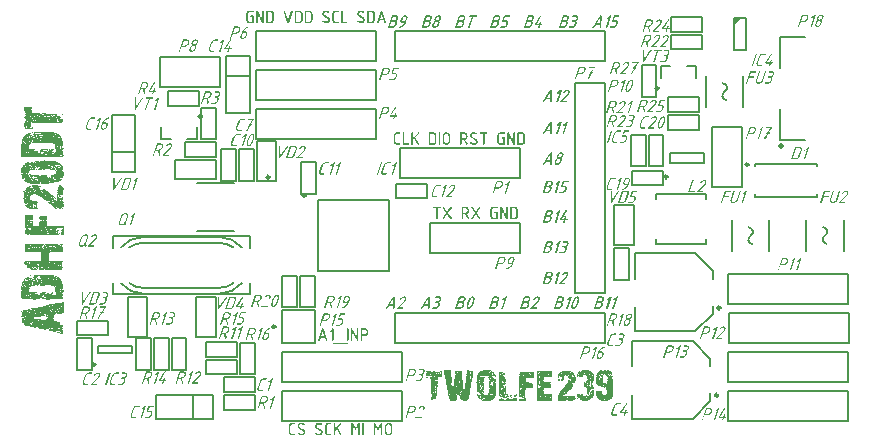
<source format=gto>
G04*
G04 #@! TF.GenerationSoftware,Altium Limited,Altium Designer,20.0.10 (225)*
G04*
G04 Layer_Color=65535*
%FSLAX44Y44*%
%MOMM*%
G71*
G01*
G75*
%ADD10C,0.2500*%
%ADD11C,0.2000*%
%ADD12C,0.1500*%
%ADD13C,0.5000*%
G36*
X621930Y357020D02*
X627540D01*
X621930Y351410D01*
Y357020D01*
D02*
G37*
G36*
X406718Y197628D02*
X406829Y197610D01*
X406959Y197573D01*
X407070Y197480D01*
X407181Y197369D01*
X407255Y197203D01*
X407292Y196980D01*
Y196943D01*
X407274Y196851D01*
X407218Y196703D01*
X407107Y196518D01*
X404292Y192314D01*
X407163Y188037D01*
X407181Y188000D01*
X407237Y187926D01*
X407274Y187815D01*
X407292Y187667D01*
Y187630D01*
X407274Y187556D01*
X407255Y187463D01*
X407200Y187333D01*
X407126Y187204D01*
X406996Y187111D01*
X406829Y187037D01*
X406607Y187000D01*
X406552D01*
X406477Y187019D01*
X406385Y187037D01*
X406292Y187074D01*
X406200Y187130D01*
X406107Y187204D01*
X406033Y187296D01*
X403496Y191222D01*
X400978Y187296D01*
Y187278D01*
X400941Y187259D01*
X400830Y187148D01*
X400645Y187056D01*
X400534Y187019D01*
X400404Y187000D01*
X400367D01*
X400293Y187019D01*
X400182Y187037D01*
X400071Y187093D01*
X399941Y187167D01*
X399830Y187278D01*
X399756Y187444D01*
X399719Y187667D01*
Y187685D01*
Y187704D01*
X399737Y187796D01*
X399793Y187944D01*
X399885Y188130D01*
X402719Y192314D01*
X399830Y196592D01*
X399811Y196629D01*
X399774Y196703D01*
X399737Y196832D01*
X399719Y196980D01*
Y197017D01*
X399737Y197092D01*
X399756Y197184D01*
X399811Y197314D01*
X399885Y197443D01*
X400015Y197536D01*
X400182Y197610D01*
X400404Y197647D01*
X400460D01*
X400534Y197628D01*
X400608Y197610D01*
X400700Y197573D01*
X400811Y197517D01*
X400904Y197443D01*
X400978Y197351D01*
X403496Y193425D01*
X406033Y197351D01*
X406051Y197369D01*
X406070Y197406D01*
X406181Y197499D01*
X406255Y197554D01*
X406348Y197610D01*
X406477Y197628D01*
X406607Y197647D01*
X406644D01*
X406718Y197628D01*
D02*
G37*
G36*
X382443D02*
X382554Y197610D01*
X382684Y197573D01*
X382795Y197480D01*
X382906Y197369D01*
X382980Y197203D01*
X383017Y196980D01*
Y196943D01*
X382998Y196851D01*
X382943Y196703D01*
X382832Y196518D01*
X380017Y192314D01*
X382887Y188037D01*
X382906Y188000D01*
X382961Y187926D01*
X382998Y187815D01*
X383017Y187667D01*
Y187630D01*
X382998Y187556D01*
X382980Y187463D01*
X382924Y187333D01*
X382850Y187204D01*
X382721Y187111D01*
X382554Y187037D01*
X382332Y187000D01*
X382276D01*
X382202Y187019D01*
X382109Y187037D01*
X382017Y187074D01*
X381924Y187130D01*
X381832Y187204D01*
X381758Y187296D01*
X379221Y191222D01*
X376703Y187296D01*
Y187278D01*
X376666Y187259D01*
X376555Y187148D01*
X376369Y187056D01*
X376258Y187019D01*
X376129Y187000D01*
X376092D01*
X376018Y187019D01*
X375906Y187037D01*
X375795Y187093D01*
X375666Y187167D01*
X375555Y187278D01*
X375481Y187444D01*
X375444Y187667D01*
Y187685D01*
Y187704D01*
X375462Y187796D01*
X375518Y187944D01*
X375610Y188130D01*
X378443Y192314D01*
X375555Y196592D01*
X375536Y196629D01*
X375499Y196703D01*
X375462Y196832D01*
X375444Y196980D01*
Y197017D01*
X375462Y197092D01*
X375481Y197184D01*
X375536Y197314D01*
X375610Y197443D01*
X375740Y197536D01*
X375906Y197610D01*
X376129Y197647D01*
X376184D01*
X376258Y197628D01*
X376332Y197610D01*
X376425Y197573D01*
X376536Y197517D01*
X376629Y197443D01*
X376703Y197351D01*
X379221Y193425D01*
X381758Y197351D01*
X381776Y197369D01*
X381795Y197406D01*
X381906Y197499D01*
X381980Y197554D01*
X382072Y197610D01*
X382202Y197628D01*
X382332Y197647D01*
X382369D01*
X382443Y197628D01*
D02*
G37*
G36*
X429956D02*
X430067Y197610D01*
X430197Y197573D01*
X430308Y197480D01*
X430419Y197369D01*
X430493Y197203D01*
X430531Y196980D01*
Y187667D01*
Y187630D01*
X430512Y187556D01*
X430493Y187463D01*
X430438Y187333D01*
X430364Y187204D01*
X430234Y187111D01*
X430067Y187037D01*
X429827Y187000D01*
X429753D01*
X429679Y187019D01*
X429605Y187037D01*
X429493Y187074D01*
X429401Y187148D01*
X429308Y187222D01*
X429216Y187333D01*
X425383Y194814D01*
Y187667D01*
Y187630D01*
X425364Y187556D01*
X425346Y187463D01*
X425290Y187333D01*
X425216Y187204D01*
X425087Y187111D01*
X424920Y187037D01*
X424698Y187000D01*
X424661D01*
X424587Y187019D01*
X424476Y187037D01*
X424364Y187093D01*
X424235Y187167D01*
X424124Y187278D01*
X424050Y187444D01*
X424013Y187667D01*
Y196980D01*
Y197017D01*
X424031Y197092D01*
X424050Y197184D01*
X424105Y197314D01*
X424179Y197443D01*
X424309Y197536D01*
X424476Y197610D01*
X424698Y197647D01*
X424772D01*
X424846Y197628D01*
X424938Y197591D01*
X425031Y197536D01*
X425142Y197443D01*
X425253Y197332D01*
X425346Y197184D01*
X429160Y189833D01*
Y196980D01*
Y197017D01*
X429179Y197092D01*
X429197Y197184D01*
X429253Y197314D01*
X429327Y197443D01*
X429456Y197536D01*
X429623Y197610D01*
X429845Y197647D01*
X429882D01*
X429956Y197628D01*
D02*
G37*
G36*
X436419D02*
X436622Y197610D01*
X436900Y197554D01*
X437215Y197462D01*
X437530Y197314D01*
X437863Y197110D01*
X438030Y196999D01*
X438178Y196851D01*
X438196D01*
X438215Y196814D01*
X438307Y196703D01*
X438437Y196536D01*
X438585Y196314D01*
X438715Y196036D01*
X438844Y195703D01*
X438937Y195314D01*
X438974Y195110D01*
Y194907D01*
Y189741D01*
Y189722D01*
Y189685D01*
Y189629D01*
X438955Y189555D01*
X438937Y189333D01*
X438881Y189074D01*
X438770Y188759D01*
X438622Y188444D01*
X438437Y188111D01*
X438307Y187944D01*
X438159Y187796D01*
X438122Y187759D01*
X438011Y187667D01*
X437845Y187537D01*
X437622Y187407D01*
X437345Y187259D01*
X437011Y187130D01*
X436622Y187037D01*
X436419Y187019D01*
X436215Y187000D01*
X433086D01*
X433012Y187019D01*
X432919Y187037D01*
X432789Y187093D01*
X432660Y187167D01*
X432567Y187278D01*
X432493Y187444D01*
X432456Y187667D01*
Y196980D01*
Y197017D01*
X432475Y197092D01*
X432493Y197184D01*
X432549Y197314D01*
X432623Y197443D01*
X432734Y197536D01*
X432901Y197610D01*
X433123Y197647D01*
X436326D01*
X436419Y197628D01*
D02*
G37*
G36*
X421513D02*
X421624Y197610D01*
X421754Y197573D01*
X421865Y197480D01*
X421976Y197369D01*
X422050Y197203D01*
X422087Y196980D01*
Y196943D01*
X422068Y196869D01*
X422050Y196758D01*
X421994Y196647D01*
X421920Y196518D01*
X421791Y196406D01*
X421624Y196332D01*
X421402Y196295D01*
X418217D01*
X418106Y196277D01*
X417976Y196240D01*
X417810Y196203D01*
X417661Y196129D01*
X417495Y196018D01*
X417328Y195888D01*
X417310Y195870D01*
X417273Y195814D01*
X417198Y195721D01*
X417143Y195610D01*
X417069Y195462D01*
X416995Y195295D01*
X416958Y195110D01*
X416939Y194907D01*
Y189741D01*
Y189722D01*
Y189648D01*
X416958Y189537D01*
X416995Y189389D01*
X417032Y189240D01*
X417106Y189074D01*
X417198Y188907D01*
X417328Y188741D01*
X417347Y188722D01*
X417402Y188685D01*
X417495Y188611D01*
X417606Y188555D01*
X417754Y188481D01*
X417921Y188407D01*
X418106Y188370D01*
X418310Y188352D01*
X420717D01*
Y192166D01*
X419809D01*
X419735Y192185D01*
X419624Y192203D01*
X419513Y192259D01*
X419384Y192333D01*
X419272Y192462D01*
X419198Y192629D01*
X419161Y192851D01*
Y192888D01*
X419180Y192962D01*
X419198Y193055D01*
X419254Y193185D01*
X419328Y193314D01*
X419458Y193407D01*
X419624Y193481D01*
X419846Y193518D01*
X421439D01*
X421513Y193499D01*
X421624Y193481D01*
X421754Y193444D01*
X421865Y193351D01*
X421976Y193240D01*
X422050Y193074D01*
X422087Y192851D01*
Y187667D01*
Y187630D01*
X422068Y187556D01*
X422050Y187463D01*
X421994Y187333D01*
X421920Y187204D01*
X421791Y187111D01*
X421624Y187037D01*
X421402Y187000D01*
X418198D01*
X418124Y187019D01*
X417902Y187037D01*
X417643Y187093D01*
X417328Y187204D01*
X417013Y187333D01*
X416680Y187537D01*
X416513Y187648D01*
X416365Y187796D01*
Y187815D01*
X416328Y187833D01*
X416236Y187944D01*
X416106Y188111D01*
X415976Y188333D01*
X415828Y188629D01*
X415699Y188944D01*
X415606Y189333D01*
X415588Y189537D01*
X415569Y189741D01*
Y194907D01*
Y194925D01*
Y194962D01*
Y195018D01*
X415588Y195092D01*
X415606Y195314D01*
X415662Y195573D01*
X415773Y195870D01*
X415902Y196203D01*
X416106Y196518D01*
X416217Y196684D01*
X416365Y196832D01*
X416384Y196851D01*
X416402Y196869D01*
X416513Y196962D01*
X416680Y197092D01*
X416902Y197240D01*
X417198Y197388D01*
X417513Y197517D01*
X417902Y197610D01*
X418106Y197647D01*
X421439D01*
X421513Y197628D01*
D02*
G37*
G36*
X394775D02*
X394905Y197610D01*
X395034Y197591D01*
X395349Y197536D01*
X395701Y197406D01*
X396090Y197240D01*
X396293Y197129D01*
X396478Y196999D01*
X396664Y196851D01*
X396849Y196684D01*
X396867Y196666D01*
X396886Y196647D01*
X396941Y196592D01*
X396997Y196518D01*
X397071Y196425D01*
X397145Y196314D01*
X397330Y196036D01*
X397515Y195703D01*
X397663Y195314D01*
X397775Y194870D01*
X397793Y194629D01*
X397812Y194388D01*
Y194370D01*
Y194296D01*
X397793Y194184D01*
X397775Y194036D01*
X397756Y193851D01*
X397719Y193647D01*
X397663Y193425D01*
X397571Y193185D01*
X397478Y192925D01*
X397349Y192685D01*
X397201Y192425D01*
X397015Y192185D01*
X396812Y191963D01*
X396553Y191759D01*
X396275Y191574D01*
X395941Y191425D01*
X397719Y187981D01*
X397738Y187963D01*
X397775Y187889D01*
X397793Y187778D01*
X397812Y187667D01*
Y187648D01*
Y187630D01*
X397793Y187519D01*
X397719Y187370D01*
X397663Y187278D01*
X397589Y187204D01*
X397552Y187167D01*
X397460Y187111D01*
X397312Y187037D01*
X397219Y187019D01*
X397127Y187000D01*
X397052D01*
X396978Y187019D01*
X396886Y187037D01*
X396793Y187074D01*
X396701Y187130D01*
X396608Y187204D01*
X396553Y187296D01*
X394627Y191129D01*
X392664D01*
Y187667D01*
Y187630D01*
X392645Y187556D01*
X392627Y187463D01*
X392571Y187333D01*
X392497Y187204D01*
X392368Y187111D01*
X392201Y187037D01*
X391979Y187000D01*
X391942D01*
X391868Y187019D01*
X391757Y187037D01*
X391646Y187093D01*
X391516Y187167D01*
X391405Y187278D01*
X391331Y187444D01*
X391294Y187667D01*
Y196980D01*
Y197017D01*
X391312Y197092D01*
X391331Y197184D01*
X391386Y197314D01*
X391460Y197443D01*
X391572Y197536D01*
X391738Y197610D01*
X391960Y197647D01*
X394682D01*
X394775Y197628D01*
D02*
G37*
G36*
X372962D02*
X373073Y197610D01*
X373203Y197573D01*
X373314Y197480D01*
X373425Y197369D01*
X373499Y197203D01*
X373536Y196980D01*
Y196943D01*
X373518Y196869D01*
X373499Y196758D01*
X373444Y196647D01*
X373370Y196518D01*
X373240Y196406D01*
X373073Y196332D01*
X372851Y196295D01*
X370963D01*
Y187667D01*
Y187630D01*
X370944Y187556D01*
X370925Y187463D01*
X370870Y187333D01*
X370796Y187204D01*
X370666Y187111D01*
X370500Y187037D01*
X370277Y187000D01*
X370240D01*
X370166Y187019D01*
X370055Y187037D01*
X369944Y187093D01*
X369814Y187167D01*
X369703Y187278D01*
X369629Y187444D01*
X369592Y187667D01*
Y196295D01*
X367648D01*
X367574Y196314D01*
X367463Y196332D01*
X367352Y196388D01*
X367222Y196462D01*
X367111Y196592D01*
X367037Y196758D01*
X367000Y196980D01*
Y197017D01*
X367019Y197092D01*
X367037Y197184D01*
X367093Y197314D01*
X367167Y197443D01*
X367296Y197536D01*
X367463Y197610D01*
X367685Y197647D01*
X372888D01*
X372962Y197628D01*
D02*
G37*
G36*
X303423Y94721D02*
X303534Y94702D01*
X303663Y94665D01*
X303774Y94573D01*
X303885Y94462D01*
X303959Y94295D01*
X303997Y94073D01*
Y84759D01*
Y84722D01*
X303978Y84648D01*
X303959Y84555D01*
X303904Y84426D01*
X303830Y84296D01*
X303700Y84203D01*
X303534Y84129D01*
X303293Y84092D01*
X303219D01*
X303145Y84111D01*
X303071Y84129D01*
X302959Y84166D01*
X302867Y84240D01*
X302774Y84314D01*
X302682Y84426D01*
X298849Y91906D01*
Y84759D01*
Y84722D01*
X298830Y84648D01*
X298812Y84555D01*
X298756Y84426D01*
X298682Y84296D01*
X298553Y84203D01*
X298386Y84129D01*
X298164Y84092D01*
X298127D01*
X298053Y84111D01*
X297941Y84129D01*
X297830Y84185D01*
X297701Y84259D01*
X297590Y84370D01*
X297516Y84537D01*
X297479Y84759D01*
Y94073D01*
Y94110D01*
X297497Y94184D01*
X297516Y94276D01*
X297571Y94406D01*
X297645Y94536D01*
X297775Y94628D01*
X297941Y94702D01*
X298164Y94739D01*
X298238D01*
X298312Y94721D01*
X298405Y94684D01*
X298497Y94628D01*
X298608Y94536D01*
X298719Y94424D01*
X298812Y94276D01*
X302626Y86925D01*
Y94073D01*
Y94110D01*
X302645Y94184D01*
X302663Y94276D01*
X302719Y94406D01*
X302793Y94536D01*
X302922Y94628D01*
X303089Y94702D01*
X303311Y94739D01*
X303348D01*
X303423Y94721D01*
D02*
G37*
G36*
X309403D02*
X309533Y94702D01*
X309663Y94684D01*
X309977Y94628D01*
X310329Y94499D01*
X310718Y94332D01*
X310922Y94221D01*
X311107Y94091D01*
X311292Y93943D01*
X311477Y93776D01*
X311496Y93758D01*
X311514Y93739D01*
X311570Y93684D01*
X311625Y93610D01*
X311699Y93517D01*
X311773Y93406D01*
X311959Y93128D01*
X312144Y92795D01*
X312292Y92406D01*
X312403Y91962D01*
X312421Y91721D01*
X312440Y91480D01*
Y91462D01*
Y91425D01*
Y91351D01*
X312421Y91240D01*
Y91110D01*
X312384Y90980D01*
X312329Y90647D01*
X312218Y90277D01*
X312051Y89888D01*
X311959Y89684D01*
X311829Y89499D01*
X311699Y89314D01*
X311533Y89129D01*
X311514Y89110D01*
X311496Y89092D01*
X311440Y89055D01*
X311366Y88981D01*
X311273Y88925D01*
X311162Y88851D01*
X310903Y88684D01*
X310551Y88518D01*
X310163Y88370D01*
X309700Y88258D01*
X309440Y88240D01*
X309181Y88222D01*
X307292D01*
Y84759D01*
Y84722D01*
X307274Y84648D01*
X307255Y84555D01*
X307200Y84426D01*
X307126Y84296D01*
X306996Y84203D01*
X306829Y84129D01*
X306607Y84092D01*
X306570D01*
X306496Y84111D01*
X306385Y84129D01*
X306274Y84185D01*
X306144Y84259D01*
X306033Y84370D01*
X305959Y84537D01*
X305922Y84759D01*
Y94073D01*
Y94110D01*
X305941Y94184D01*
X305959Y94276D01*
X306015Y94406D01*
X306089Y94536D01*
X306200Y94628D01*
X306367Y94702D01*
X306589Y94739D01*
X309311D01*
X309403Y94721D01*
D02*
G37*
G36*
X295090D02*
X295201Y94702D01*
X295331Y94665D01*
X295442Y94573D01*
X295553Y94462D01*
X295627Y94295D01*
X295664Y94073D01*
Y84759D01*
Y84722D01*
X295646Y84648D01*
X295627Y84555D01*
X295571Y84426D01*
X295497Y84296D01*
X295368Y84203D01*
X295201Y84129D01*
X294979Y84092D01*
X294942D01*
X294868Y84111D01*
X294757Y84129D01*
X294646Y84185D01*
X294516Y84259D01*
X294405Y84370D01*
X294331Y84537D01*
X294294Y84759D01*
Y94073D01*
Y94110D01*
X294312Y94184D01*
X294331Y94276D01*
X294386Y94406D01*
X294460Y94536D01*
X294590Y94628D01*
X294757Y94702D01*
X294979Y94739D01*
X295016D01*
X295090Y94721D01*
D02*
G37*
G36*
X282369D02*
X282480Y94702D01*
X282610Y94665D01*
X282721Y94573D01*
X282832Y94462D01*
X282906Y94295D01*
X282943Y94073D01*
Y84759D01*
Y84722D01*
X282925Y84648D01*
X282906Y84555D01*
X282850Y84426D01*
X282776Y84296D01*
X282647Y84203D01*
X282480Y84129D01*
X282258Y84092D01*
X282221D01*
X282147Y84111D01*
X282036Y84129D01*
X281925Y84185D01*
X281795Y84259D01*
X281684Y84370D01*
X281610Y84537D01*
X281573Y84759D01*
Y92647D01*
X280666Y91517D01*
X280629Y91480D01*
X280536Y91425D01*
X280369Y91351D01*
X280277Y91332D01*
X280184Y91314D01*
X280147D01*
X280073Y91332D01*
X279962Y91351D01*
X279851Y91406D01*
X279721Y91480D01*
X279610Y91610D01*
X279536Y91777D01*
X279499Y91999D01*
Y92017D01*
Y92054D01*
X279517Y92165D01*
X279592Y92314D01*
X279629Y92388D01*
X279703Y92462D01*
X281721Y94480D01*
X281740Y94499D01*
X281758Y94517D01*
X281888Y94610D01*
X282054Y94702D01*
X282147Y94721D01*
X282258Y94739D01*
X282295D01*
X282369Y94721D01*
D02*
G37*
G36*
X273944D02*
X274055Y94684D01*
X274166Y94610D01*
X274277Y94517D01*
X274370Y94388D01*
X274444Y94221D01*
X277536Y84981D01*
Y84963D01*
X277555Y84907D01*
X277573Y84833D01*
Y84759D01*
Y84722D01*
X277555Y84648D01*
X277536Y84555D01*
X277481Y84426D01*
X277407Y84296D01*
X277277Y84203D01*
X277110Y84129D01*
X276888Y84092D01*
X276814D01*
X276721Y84111D01*
X276610Y84148D01*
X276499Y84203D01*
X276388Y84296D01*
X276296Y84407D01*
X276222Y84555D01*
X275518Y86666D01*
X272037D01*
X271333Y84555D01*
Y84537D01*
X271296Y84481D01*
X271259Y84407D01*
X271204Y84333D01*
X271111Y84240D01*
X271000Y84166D01*
X270852Y84111D01*
X270685Y84092D01*
X270648D01*
X270574Y84111D01*
X270463Y84129D01*
X270352Y84185D01*
X270222Y84259D01*
X270111Y84370D01*
X270037Y84537D01*
X270000Y84759D01*
Y84777D01*
Y84833D01*
X270037Y84981D01*
X273111Y94221D01*
Y94239D01*
X273148Y94295D01*
X273185Y94388D01*
X273259Y94480D01*
X273351Y94573D01*
X273463Y94665D01*
X273611Y94721D01*
X273777Y94739D01*
X273851D01*
X273944Y94721D01*
D02*
G37*
G36*
X294349Y82333D02*
X294460Y82315D01*
X294590Y82278D01*
X294701Y82185D01*
X294812Y82074D01*
X294886Y81907D01*
X294923Y81685D01*
Y81648D01*
X294905Y81574D01*
X294886Y81463D01*
X294831Y81352D01*
X294757Y81222D01*
X294627Y81111D01*
X294460Y81037D01*
X294238Y81000D01*
X282869D01*
X282795Y81018D01*
X282684Y81037D01*
X282573Y81093D01*
X282443Y81167D01*
X282332Y81296D01*
X282258Y81463D01*
X282221Y81685D01*
Y81722D01*
X282239Y81796D01*
X282258Y81889D01*
X282313Y82018D01*
X282388Y82148D01*
X282517Y82241D01*
X282684Y82315D01*
X282906Y82352D01*
X294275D01*
X294349Y82333D01*
D02*
G37*
G36*
X270368Y14628D02*
X270553Y14610D01*
X270757Y14591D01*
X270960Y14573D01*
X271423Y14499D01*
X271905Y14406D01*
X272349Y14258D01*
X272571Y14166D01*
X272756Y14054D01*
X272775Y14036D01*
X272812Y14017D01*
X272886Y13962D01*
X272960Y13888D01*
X273090Y13703D01*
X273127Y13592D01*
X273145Y13462D01*
Y13443D01*
Y13406D01*
X273127Y13351D01*
Y13295D01*
X273053Y13129D01*
X273016Y13036D01*
X272941Y12962D01*
X272904Y12925D01*
X272812Y12869D01*
X272664Y12814D01*
X272479Y12777D01*
X272386D01*
X272293Y12795D01*
X272182Y12832D01*
X272164D01*
X272127Y12851D01*
X272071Y12869D01*
X271979Y12907D01*
X271886Y12944D01*
X271756Y12981D01*
X271460Y13073D01*
X271127Y13147D01*
X270738Y13221D01*
X270331Y13277D01*
X269905Y13295D01*
X269812D01*
X269701Y13277D01*
X269571Y13240D01*
X269405Y13203D01*
X269257Y13129D01*
X269090Y13018D01*
X268923Y12888D01*
X268905Y12869D01*
X268868Y12814D01*
X268794Y12721D01*
X268738Y12610D01*
X268664Y12462D01*
X268590Y12295D01*
X268553Y12110D01*
X268535Y11907D01*
Y11888D01*
Y11869D01*
X268553Y11758D01*
X268572Y11610D01*
X268627Y11425D01*
X268720Y11221D01*
X268849Y11018D01*
X269035Y10814D01*
X269275Y10647D01*
X272164Y9166D01*
X272182D01*
X272238Y9129D01*
X272312Y9092D01*
X272405Y9018D01*
X272516Y8944D01*
X272645Y8833D01*
X272775Y8703D01*
X272923Y8574D01*
X273071Y8407D01*
X273201Y8240D01*
X273330Y8037D01*
X273442Y7814D01*
X273534Y7574D01*
X273627Y7315D01*
X273664Y7037D01*
X273682Y6740D01*
Y6722D01*
Y6685D01*
Y6629D01*
X273664Y6555D01*
X273645Y6333D01*
X273590Y6074D01*
X273479Y5778D01*
X273330Y5444D01*
X273145Y5111D01*
X273016Y4944D01*
X272868Y4796D01*
X272830Y4759D01*
X272719Y4667D01*
X272553Y4537D01*
X272312Y4407D01*
X272034Y4259D01*
X271701Y4130D01*
X271331Y4037D01*
X271127Y4018D01*
X270923Y4000D01*
X270738D01*
X270590Y4018D01*
X270423Y4037D01*
X270220Y4056D01*
X269997Y4093D01*
X269757Y4148D01*
X269220Y4278D01*
X268923Y4370D01*
X268627Y4481D01*
X268331Y4611D01*
X268035Y4778D01*
X267738Y4944D01*
X267442Y5148D01*
X267424Y5167D01*
X267405Y5185D01*
X267313Y5296D01*
X267201Y5481D01*
X267183Y5592D01*
X267164Y5703D01*
Y5722D01*
Y5759D01*
X267183Y5870D01*
X267238Y6018D01*
X267349Y6166D01*
X267368Y6185D01*
X267387Y6204D01*
X267479Y6277D01*
X267646Y6333D01*
X267738Y6370D01*
X267868D01*
X267942Y6352D01*
X268072Y6333D01*
X268220Y6259D01*
X268238Y6241D01*
X268312Y6204D01*
X268405Y6148D01*
X268572Y6074D01*
X268757Y5963D01*
X268997Y5833D01*
X269294Y5703D01*
X269627Y5537D01*
X269646D01*
X269720Y5500D01*
X269849Y5481D01*
X269997Y5444D01*
X270201Y5407D01*
X270423Y5389D01*
X270664Y5352D01*
X271016D01*
X271127Y5370D01*
X271257Y5407D01*
X271423Y5444D01*
X271571Y5518D01*
X271738Y5630D01*
X271905Y5759D01*
X271923Y5778D01*
X271960Y5833D01*
X272034Y5926D01*
X272108Y6037D01*
X272182Y6185D01*
X272256Y6352D01*
X272293Y6537D01*
X272312Y6740D01*
Y6759D01*
Y6777D01*
X272293Y6889D01*
X272275Y7037D01*
X272219Y7222D01*
X272127Y7426D01*
X271979Y7629D01*
X271793Y7814D01*
X271534Y7981D01*
X268646Y9462D01*
X268627Y9481D01*
X268590Y9499D01*
X268516Y9555D01*
X268424Y9610D01*
X268294Y9703D01*
X268183Y9796D01*
X268035Y9925D01*
X267905Y10055D01*
X267775Y10222D01*
X267627Y10407D01*
X267516Y10610D01*
X267405Y10814D01*
X267294Y11055D01*
X267220Y11333D01*
X267183Y11610D01*
X267164Y11907D01*
Y11925D01*
Y11962D01*
Y12018D01*
X267183Y12092D01*
X267201Y12314D01*
X267257Y12573D01*
X267368Y12869D01*
X267498Y13203D01*
X267701Y13518D01*
X267812Y13684D01*
X267961Y13832D01*
X267979Y13851D01*
X267998Y13869D01*
X268109Y13962D01*
X268275Y14092D01*
X268498Y14240D01*
X268794Y14388D01*
X269109Y14517D01*
X269498Y14610D01*
X269701Y14647D01*
X270220D01*
X270368Y14628D01*
D02*
G37*
G36*
X255592D02*
X255777Y14610D01*
X255980Y14591D01*
X256184Y14573D01*
X256647Y14499D01*
X257128Y14406D01*
X257573Y14258D01*
X257795Y14166D01*
X257980Y14054D01*
X257999Y14036D01*
X258036Y14017D01*
X258110Y13962D01*
X258184Y13888D01*
X258313Y13703D01*
X258351Y13592D01*
X258369Y13462D01*
Y13443D01*
Y13406D01*
X258351Y13351D01*
Y13295D01*
X258276Y13129D01*
X258239Y13036D01*
X258165Y12962D01*
X258128Y12925D01*
X258036Y12869D01*
X257887Y12814D01*
X257702Y12777D01*
X257610D01*
X257517Y12795D01*
X257406Y12832D01*
X257388D01*
X257351Y12851D01*
X257295Y12869D01*
X257202Y12907D01*
X257110Y12944D01*
X256980Y12981D01*
X256684Y13073D01*
X256351Y13147D01*
X255962Y13221D01*
X255555Y13277D01*
X255129Y13295D01*
X255036D01*
X254925Y13277D01*
X254795Y13240D01*
X254629Y13203D01*
X254480Y13129D01*
X254314Y13018D01*
X254147Y12888D01*
X254129Y12869D01*
X254092Y12814D01*
X254018Y12721D01*
X253962Y12610D01*
X253888Y12462D01*
X253814Y12295D01*
X253777Y12110D01*
X253758Y11907D01*
Y11888D01*
Y11869D01*
X253777Y11758D01*
X253795Y11610D01*
X253851Y11425D01*
X253944Y11221D01*
X254073Y11018D01*
X254258Y10814D01*
X254499Y10647D01*
X257388Y9166D01*
X257406D01*
X257462Y9129D01*
X257536Y9092D01*
X257628Y9018D01*
X257739Y8944D01*
X257869Y8833D01*
X257999Y8703D01*
X258147Y8574D01*
X258295Y8407D01*
X258424Y8240D01*
X258554Y8037D01*
X258665Y7814D01*
X258758Y7574D01*
X258850Y7315D01*
X258887Y7037D01*
X258906Y6740D01*
Y6722D01*
Y6685D01*
Y6629D01*
X258887Y6555D01*
X258869Y6333D01*
X258813Y6074D01*
X258702Y5778D01*
X258554Y5444D01*
X258369Y5111D01*
X258239Y4944D01*
X258091Y4796D01*
X258054Y4759D01*
X257943Y4667D01*
X257776Y4537D01*
X257536Y4407D01*
X257258Y4259D01*
X256925Y4130D01*
X256554Y4037D01*
X256351Y4018D01*
X256147Y4000D01*
X255962D01*
X255814Y4018D01*
X255647Y4037D01*
X255443Y4056D01*
X255221Y4093D01*
X254980Y4148D01*
X254443Y4278D01*
X254147Y4370D01*
X253851Y4481D01*
X253555Y4611D01*
X253258Y4778D01*
X252962Y4944D01*
X252666Y5148D01*
X252647Y5167D01*
X252629Y5185D01*
X252536Y5296D01*
X252425Y5481D01*
X252407Y5592D01*
X252388Y5703D01*
Y5722D01*
Y5759D01*
X252407Y5870D01*
X252462Y6018D01*
X252573Y6166D01*
X252592Y6185D01*
X252610Y6204D01*
X252703Y6277D01*
X252869Y6333D01*
X252962Y6370D01*
X253092D01*
X253166Y6352D01*
X253295Y6333D01*
X253444Y6259D01*
X253462Y6241D01*
X253536Y6204D01*
X253629Y6148D01*
X253795Y6074D01*
X253981Y5963D01*
X254221Y5833D01*
X254517Y5703D01*
X254851Y5537D01*
X254869D01*
X254943Y5500D01*
X255073Y5481D01*
X255221Y5444D01*
X255425Y5407D01*
X255647Y5389D01*
X255888Y5352D01*
X256240D01*
X256351Y5370D01*
X256480Y5407D01*
X256647Y5444D01*
X256795Y5518D01*
X256962Y5630D01*
X257128Y5759D01*
X257147Y5778D01*
X257184Y5833D01*
X257258Y5926D01*
X257332Y6037D01*
X257406Y6185D01*
X257480Y6352D01*
X257517Y6537D01*
X257536Y6740D01*
Y6759D01*
Y6777D01*
X257517Y6889D01*
X257499Y7037D01*
X257443Y7222D01*
X257351Y7426D01*
X257202Y7629D01*
X257017Y7814D01*
X256758Y7981D01*
X253869Y9462D01*
X253851Y9481D01*
X253814Y9499D01*
X253740Y9555D01*
X253647Y9610D01*
X253518Y9703D01*
X253407Y9796D01*
X253258Y9925D01*
X253129Y10055D01*
X252999Y10222D01*
X252851Y10407D01*
X252740Y10610D01*
X252629Y10814D01*
X252518Y11055D01*
X252444Y11333D01*
X252407Y11610D01*
X252388Y11907D01*
Y11925D01*
Y11962D01*
Y12018D01*
X252407Y12092D01*
X252425Y12314D01*
X252481Y12573D01*
X252592Y12869D01*
X252721Y13203D01*
X252925Y13518D01*
X253036Y13684D01*
X253184Y13832D01*
X253203Y13851D01*
X253221Y13869D01*
X253333Y13962D01*
X253499Y14092D01*
X253721Y14240D01*
X254018Y14388D01*
X254332Y14517D01*
X254721Y14610D01*
X254925Y14647D01*
X255443D01*
X255592Y14628D01*
D02*
G37*
G36*
X323751D02*
X323862Y14610D01*
X323992Y14573D01*
X324121Y14480D01*
X324232Y14369D01*
X324307Y14203D01*
X324344Y13980D01*
Y4667D01*
Y4630D01*
X324325Y4555D01*
X324307Y4463D01*
X324251Y4333D01*
X324177Y4204D01*
X324047Y4111D01*
X323881Y4037D01*
X323658Y4000D01*
X323621D01*
X323547Y4018D01*
X323436Y4037D01*
X323325Y4093D01*
X323196Y4167D01*
X323084Y4278D01*
X323010Y4444D01*
X322973Y4667D01*
Y12110D01*
X321177Y9036D01*
X321159Y9018D01*
X321140Y8981D01*
X321085Y8907D01*
X321011Y8851D01*
X320807Y8703D01*
X320696Y8666D01*
X320566Y8648D01*
X320511D01*
X320437Y8666D01*
X320344Y8703D01*
X320252Y8740D01*
X320140Y8814D01*
X320048Y8907D01*
X319937Y9036D01*
X318159Y12110D01*
Y4667D01*
Y4630D01*
X318141Y4555D01*
X318122Y4463D01*
X318067Y4333D01*
X317992Y4204D01*
X317863Y4111D01*
X317696Y4037D01*
X317474Y4000D01*
X317437D01*
X317363Y4018D01*
X317252Y4037D01*
X317141Y4093D01*
X317011Y4167D01*
X316900Y4278D01*
X316826Y4444D01*
X316789Y4667D01*
Y13980D01*
Y14017D01*
X316807Y14092D01*
X316826Y14184D01*
X316881Y14314D01*
X316956Y14443D01*
X317085Y14536D01*
X317252Y14610D01*
X317474Y14647D01*
X317530D01*
X317604Y14628D01*
X317696Y14610D01*
X317789Y14573D01*
X317881Y14499D01*
X317974Y14425D01*
X318067Y14314D01*
X320566Y10425D01*
X323066Y14351D01*
X323084Y14369D01*
X323103Y14406D01*
X323214Y14499D01*
X323288Y14555D01*
X323381Y14610D01*
X323510Y14628D01*
X323640Y14647D01*
X323677D01*
X323751Y14628D01*
D02*
G37*
G36*
X304734D02*
X304846Y14610D01*
X304975Y14573D01*
X305105Y14480D01*
X305216Y14369D01*
X305290Y14203D01*
X305327Y13980D01*
Y4667D01*
Y4630D01*
X305309Y4555D01*
X305290Y4463D01*
X305235Y4333D01*
X305160Y4204D01*
X305031Y4111D01*
X304864Y4037D01*
X304642Y4000D01*
X304605D01*
X304531Y4018D01*
X304420Y4037D01*
X304309Y4093D01*
X304179Y4167D01*
X304068Y4278D01*
X303994Y4444D01*
X303957Y4667D01*
Y12110D01*
X302161Y9036D01*
X302142Y9018D01*
X302124Y8981D01*
X302068Y8907D01*
X301994Y8851D01*
X301790Y8703D01*
X301679Y8666D01*
X301550Y8648D01*
X301494D01*
X301420Y8666D01*
X301327Y8703D01*
X301235Y8740D01*
X301124Y8814D01*
X301031Y8907D01*
X300920Y9036D01*
X299142Y12110D01*
Y4667D01*
Y4630D01*
X299124Y4555D01*
X299105Y4463D01*
X299050Y4333D01*
X298976Y4204D01*
X298846Y4111D01*
X298680Y4037D01*
X298457Y4000D01*
X298420D01*
X298346Y4018D01*
X298235Y4037D01*
X298124Y4093D01*
X297994Y4167D01*
X297883Y4278D01*
X297809Y4444D01*
X297772Y4667D01*
Y13980D01*
Y14017D01*
X297791Y14092D01*
X297809Y14184D01*
X297865Y14314D01*
X297939Y14443D01*
X298069Y14536D01*
X298235Y14610D01*
X298457Y14647D01*
X298513D01*
X298587Y14628D01*
X298680Y14610D01*
X298772Y14573D01*
X298865Y14499D01*
X298957Y14425D01*
X299050Y14314D01*
X301550Y10425D01*
X304049Y14351D01*
X304068Y14369D01*
X304086Y14406D01*
X304198Y14499D01*
X304272Y14555D01*
X304364Y14610D01*
X304494Y14628D01*
X304623Y14647D01*
X304660D01*
X304734Y14628D01*
D02*
G37*
G36*
X288940D02*
X289051Y14610D01*
X289181Y14573D01*
X289292Y14480D01*
X289403Y14369D01*
X289477Y14203D01*
X289514Y13980D01*
Y13962D01*
Y13943D01*
X289495Y13888D01*
X289458Y13814D01*
X289403Y13740D01*
X289310Y13647D01*
X289199Y13555D01*
X289051Y13462D01*
X286422Y10351D01*
X289421Y5000D01*
X289440Y4963D01*
X289477Y4889D01*
X289495Y4796D01*
X289514Y4667D01*
Y4648D01*
Y4630D01*
X289495Y4518D01*
X289421Y4370D01*
X289384Y4278D01*
X289310Y4204D01*
X289273Y4167D01*
X289181Y4111D01*
X289014Y4037D01*
X288921Y4018D01*
X288829Y4000D01*
X288755D01*
X288681Y4018D01*
X288607Y4056D01*
X288496Y4111D01*
X288384Y4185D01*
X288292Y4296D01*
X288199Y4444D01*
X285496Y9388D01*
X284366Y8018D01*
Y4667D01*
Y4630D01*
X284348Y4555D01*
X284329Y4463D01*
X284274Y4333D01*
X284200Y4204D01*
X284070Y4111D01*
X283903Y4037D01*
X283681Y4000D01*
X283644D01*
X283570Y4018D01*
X283459Y4037D01*
X283348Y4093D01*
X283218Y4167D01*
X283107Y4278D01*
X283033Y4444D01*
X282996Y4667D01*
Y13980D01*
Y14017D01*
X283015Y14092D01*
X283033Y14184D01*
X283089Y14314D01*
X283163Y14443D01*
X283292Y14536D01*
X283459Y14610D01*
X283681Y14647D01*
X283718D01*
X283792Y14628D01*
X283903Y14610D01*
X284033Y14573D01*
X284144Y14480D01*
X284255Y14369D01*
X284329Y14203D01*
X284366Y13980D01*
Y9796D01*
X288329Y14425D01*
Y14443D01*
X288366Y14462D01*
X288458Y14536D01*
X288625Y14610D01*
X288718Y14647D01*
X288866D01*
X288940Y14628D01*
D02*
G37*
G36*
X329769D02*
X329899Y14610D01*
X330028Y14591D01*
X330343Y14536D01*
X330695Y14406D01*
X331084Y14240D01*
X331287Y14129D01*
X331473Y13999D01*
X331658Y13851D01*
X331843Y13684D01*
X331861Y13666D01*
X331880Y13647D01*
X331935Y13592D01*
X331991Y13518D01*
X332065Y13425D01*
X332139Y13314D01*
X332324Y13036D01*
X332509Y12703D01*
X332658Y12314D01*
X332769Y11869D01*
X332787Y11629D01*
X332806Y11388D01*
Y7259D01*
Y7240D01*
Y7203D01*
Y7129D01*
X332787Y7037D01*
X332769Y6926D01*
X332750Y6777D01*
X332695Y6463D01*
X332565Y6092D01*
X332398Y5722D01*
X332287Y5518D01*
X332158Y5315D01*
X332010Y5130D01*
X331843Y4944D01*
X331824Y4926D01*
X331806Y4907D01*
X331750Y4852D01*
X331676Y4796D01*
X331584Y4722D01*
X331473Y4648D01*
X331195Y4481D01*
X330862Y4296D01*
X330473Y4148D01*
X330028Y4037D01*
X329787Y4018D01*
X329547Y4000D01*
X329417D01*
X329325Y4018D01*
X329195Y4037D01*
X329065Y4056D01*
X328751Y4111D01*
X328380Y4222D01*
X327991Y4407D01*
X327806Y4500D01*
X327603Y4630D01*
X327417Y4778D01*
X327232Y4944D01*
X327214Y4963D01*
X327195Y4981D01*
X327140Y5037D01*
X327084Y5111D01*
X327010Y5204D01*
X326936Y5315D01*
X326769Y5592D01*
X326584Y5926D01*
X326436Y6333D01*
X326325Y6777D01*
X326306Y7018D01*
X326288Y7259D01*
Y11388D01*
Y11407D01*
Y11444D01*
Y11518D01*
X326306Y11610D01*
X326325Y11740D01*
X326343Y11869D01*
X326399Y12184D01*
X326510Y12536D01*
X326695Y12925D01*
X326788Y13129D01*
X326917Y13314D01*
X327066Y13499D01*
X327232Y13684D01*
X327251Y13703D01*
X327269Y13721D01*
X327325Y13777D01*
X327399Y13832D01*
X327491Y13906D01*
X327603Y13980D01*
X327880Y14166D01*
X328214Y14351D01*
X328602Y14499D01*
X329047Y14610D01*
X329288Y14628D01*
X329547Y14647D01*
X329676D01*
X329769Y14628D01*
D02*
G37*
G36*
X308067D02*
X308179Y14610D01*
X308308Y14573D01*
X308419Y14480D01*
X308530Y14369D01*
X308605Y14203D01*
X308641Y13980D01*
Y4667D01*
Y4630D01*
X308623Y4555D01*
X308605Y4463D01*
X308549Y4333D01*
X308475Y4204D01*
X308345Y4111D01*
X308179Y4037D01*
X307956Y4000D01*
X307919D01*
X307845Y4018D01*
X307734Y4037D01*
X307623Y4093D01*
X307493Y4167D01*
X307382Y4278D01*
X307308Y4444D01*
X307271Y4667D01*
Y13980D01*
Y14017D01*
X307290Y14092D01*
X307308Y14184D01*
X307364Y14314D01*
X307438Y14443D01*
X307568Y14536D01*
X307734Y14610D01*
X307956Y14647D01*
X307994D01*
X308067Y14628D01*
D02*
G37*
G36*
X280533D02*
X280644Y14610D01*
X280774Y14573D01*
X280885Y14480D01*
X280996Y14369D01*
X281070Y14203D01*
X281107Y13980D01*
Y13943D01*
X281089Y13869D01*
X281070Y13758D01*
X281015Y13647D01*
X280941Y13518D01*
X280811Y13406D01*
X280644Y13332D01*
X280422Y13295D01*
X278256D01*
X278145Y13277D01*
X278015Y13240D01*
X277848Y13203D01*
X277700Y13129D01*
X277534Y13018D01*
X277367Y12888D01*
X277348Y12869D01*
X277311Y12814D01*
X277237Y12721D01*
X277182Y12610D01*
X277108Y12462D01*
X277034Y12295D01*
X276997Y12110D01*
X276978Y11907D01*
Y6740D01*
Y6722D01*
Y6648D01*
X276997Y6537D01*
X277034Y6389D01*
X277071Y6241D01*
X277145Y6074D01*
X277237Y5907D01*
X277367Y5741D01*
X277386Y5722D01*
X277441Y5685D01*
X277534Y5611D01*
X277645Y5555D01*
X277793Y5481D01*
X277959Y5407D01*
X278145Y5370D01*
X278348Y5352D01*
X280459D01*
X280533Y5333D01*
X280644Y5315D01*
X280774Y5278D01*
X280885Y5185D01*
X280996Y5074D01*
X281070Y4907D01*
X281107Y4685D01*
Y4648D01*
X281089Y4574D01*
X281070Y4463D01*
X281015Y4352D01*
X280941Y4222D01*
X280811Y4111D01*
X280644Y4037D01*
X280422Y4000D01*
X278237D01*
X278163Y4018D01*
X277941Y4037D01*
X277682Y4093D01*
X277367Y4204D01*
X277052Y4333D01*
X276719Y4537D01*
X276552Y4648D01*
X276404Y4796D01*
Y4815D01*
X276367Y4833D01*
X276275Y4944D01*
X276145Y5111D01*
X276015Y5333D01*
X275867Y5630D01*
X275737Y5944D01*
X275645Y6333D01*
X275626Y6537D01*
X275608Y6740D01*
Y11907D01*
Y11925D01*
Y11962D01*
Y12018D01*
X275626Y12092D01*
X275645Y12314D01*
X275700Y12573D01*
X275812Y12869D01*
X275941Y13203D01*
X276145Y13518D01*
X276256Y13684D01*
X276404Y13832D01*
X276423Y13851D01*
X276441Y13869D01*
X276552Y13962D01*
X276719Y14092D01*
X276941Y14240D01*
X277237Y14388D01*
X277552Y14517D01*
X277941Y14610D01*
X278145Y14647D01*
X280459D01*
X280533Y14628D01*
D02*
G37*
G36*
X249925D02*
X250037Y14610D01*
X250166Y14573D01*
X250277Y14480D01*
X250388Y14369D01*
X250462Y14203D01*
X250499Y13980D01*
Y13943D01*
X250481Y13869D01*
X250462Y13758D01*
X250407Y13647D01*
X250333Y13518D01*
X250203Y13406D01*
X250037Y13332D01*
X249814Y13295D01*
X247648D01*
X247537Y13277D01*
X247407Y13240D01*
X247241Y13203D01*
X247092Y13129D01*
X246926Y13018D01*
X246759Y12888D01*
X246741Y12869D01*
X246703Y12814D01*
X246630Y12721D01*
X246574Y12610D01*
X246500Y12462D01*
X246426Y12295D01*
X246389Y12110D01*
X246370Y11907D01*
Y6740D01*
Y6722D01*
Y6648D01*
X246389Y6537D01*
X246426Y6389D01*
X246463Y6241D01*
X246537Y6074D01*
X246630Y5907D01*
X246759Y5741D01*
X246778Y5722D01*
X246833Y5685D01*
X246926Y5611D01*
X247037Y5555D01*
X247185Y5481D01*
X247352Y5407D01*
X247537Y5370D01*
X247740Y5352D01*
X249851D01*
X249925Y5333D01*
X250037Y5315D01*
X250166Y5278D01*
X250277Y5185D01*
X250388Y5074D01*
X250462Y4907D01*
X250499Y4685D01*
Y4648D01*
X250481Y4574D01*
X250462Y4463D01*
X250407Y4352D01*
X250333Y4222D01*
X250203Y4111D01*
X250037Y4037D01*
X249814Y4000D01*
X247629D01*
X247555Y4018D01*
X247333Y4037D01*
X247074Y4093D01*
X246759Y4204D01*
X246444Y4333D01*
X246111Y4537D01*
X245944Y4648D01*
X245796Y4796D01*
Y4815D01*
X245759Y4833D01*
X245667Y4944D01*
X245537Y5111D01*
X245407Y5333D01*
X245259Y5630D01*
X245130Y5944D01*
X245037Y6333D01*
X245019Y6537D01*
X245000Y6740D01*
Y11907D01*
Y11925D01*
Y11962D01*
Y12018D01*
X245019Y12092D01*
X245037Y12314D01*
X245093Y12573D01*
X245204Y12869D01*
X245333Y13203D01*
X245537Y13518D01*
X245648Y13684D01*
X245796Y13832D01*
X245815Y13851D01*
X245833Y13869D01*
X245944Y13962D01*
X246111Y14092D01*
X246333Y14240D01*
X246630Y14388D01*
X246944Y14517D01*
X247333Y14610D01*
X247537Y14647D01*
X249851D01*
X249925Y14628D01*
D02*
G37*
G36*
X480090Y142629D02*
X480294Y142610D01*
X480535Y142555D01*
X480813Y142444D01*
X481072Y142296D01*
X481331Y142110D01*
X481442Y141981D01*
X481553Y141833D01*
X481572Y141796D01*
X481627Y141685D01*
X481701Y141518D01*
X481776Y141296D01*
X481831Y141018D01*
X481850Y140685D01*
X481813Y140314D01*
X481776Y140111D01*
X481720Y139907D01*
X481701Y139870D01*
X481664Y139777D01*
X481590Y139611D01*
X481479Y139425D01*
X481350Y139185D01*
X481165Y138907D01*
X480942Y138629D01*
X480683Y138333D01*
X475758Y133352D01*
X478831D01*
X478905Y133334D01*
X478998Y133315D01*
X479109Y133278D01*
X479202Y133185D01*
X479276Y133074D01*
X479294Y132908D01*
Y132796D01*
X479257Y132685D01*
X479239Y132648D01*
X479202Y132574D01*
X479146Y132463D01*
X479054Y132352D01*
X478924Y132222D01*
X478757Y132111D01*
X478572Y132037D01*
X478331Y132000D01*
X474165D01*
X474091Y132019D01*
X473998Y132037D01*
X473887Y132093D01*
X473795Y132167D01*
X473721Y132278D01*
X473702Y132445D01*
X473721Y132556D01*
X473758Y132667D01*
Y132685D01*
X473776Y132704D01*
X473813Y132796D01*
X473887Y132926D01*
X473998Y133056D01*
X479850Y139129D01*
X479868Y139148D01*
X479905Y139203D01*
X479979Y139277D01*
X480053Y139370D01*
X480127Y139481D01*
X480220Y139611D01*
X480294Y139759D01*
X480350Y139907D01*
Y139925D01*
X480368Y140000D01*
X480387Y140111D01*
X480405Y140240D01*
Y140407D01*
X480387Y140555D01*
X480350Y140722D01*
X480257Y140888D01*
X480239Y140907D01*
X480202Y140944D01*
X480146Y141018D01*
X480053Y141092D01*
X479942Y141166D01*
X479813Y141240D01*
X479646Y141277D01*
X479442Y141296D01*
X479405D01*
X479313Y141277D01*
X479146Y141240D01*
X478924Y141147D01*
X478646Y140999D01*
X478480Y140907D01*
X478313Y140777D01*
X478146Y140648D01*
X477961Y140481D01*
X477757Y140296D01*
X477554Y140074D01*
X477535Y140055D01*
X477498Y140018D01*
X477443Y139963D01*
X477350Y139907D01*
X477128Y139796D01*
X476998Y139759D01*
X476850Y139740D01*
X476813D01*
X476739Y139759D01*
X476646Y139777D01*
X476535Y139833D01*
X476443Y139907D01*
X476369Y140036D01*
X476350Y140203D01*
Y140314D01*
X476387Y140425D01*
X476406Y140444D01*
X476424Y140499D01*
X476461Y140574D01*
X476517Y140629D01*
X476535Y140648D01*
X476591Y140722D01*
X476684Y140814D01*
X476813Y140944D01*
X476961Y141092D01*
X477146Y141277D01*
X477350Y141444D01*
X477572Y141648D01*
X477831Y141833D01*
X478091Y142018D01*
X478368Y142184D01*
X478665Y142333D01*
X478961Y142462D01*
X479276Y142555D01*
X479591Y142629D01*
X479905Y142647D01*
X480016D01*
X480090Y142629D01*
D02*
G37*
G36*
X474721D02*
X474813Y142610D01*
X474924Y142573D01*
X475017Y142481D01*
X475091Y142370D01*
X475109Y142203D01*
Y142092D01*
X475073Y141981D01*
X471906Y132667D01*
X471888Y132630D01*
X471869Y132556D01*
X471795Y132463D01*
X471702Y132334D01*
X471591Y132204D01*
X471425Y132111D01*
X471240Y132037D01*
X470999Y132000D01*
X470962D01*
X470888Y132019D01*
X470795Y132037D01*
X470684Y132093D01*
X470592Y132167D01*
X470517Y132278D01*
X470499Y132445D01*
Y132556D01*
X470536Y132667D01*
X473221Y140555D01*
X471925Y139425D01*
X471906D01*
X471888Y139388D01*
X471832Y139370D01*
X471758Y139333D01*
X471591Y139259D01*
X471499Y139240D01*
X471388Y139222D01*
X471351D01*
X471277Y139240D01*
X471184Y139259D01*
X471073Y139314D01*
X470980Y139388D01*
X470906Y139518D01*
X470888Y139685D01*
X470906Y139796D01*
X470943Y139907D01*
Y139925D01*
X470962Y139963D01*
X471017Y140074D01*
X471129Y140222D01*
X471295Y140370D01*
X473998Y142388D01*
X474017Y142407D01*
X474054Y142425D01*
X474128Y142462D01*
X474202Y142518D01*
X474406Y142610D01*
X474498Y142629D01*
X474610Y142647D01*
X474647D01*
X474721Y142629D01*
D02*
G37*
G36*
X466888D02*
X467092Y142610D01*
X467351Y142555D01*
X467629Y142462D01*
X467907Y142314D01*
X468166Y142110D01*
X468277Y141999D01*
X468388Y141851D01*
X468406Y141814D01*
X468462Y141703D01*
X468536Y141536D01*
X468592Y141314D01*
X468647Y141036D01*
X468666Y140703D01*
X468629Y140314D01*
X468573Y140111D01*
X468518Y139907D01*
Y139888D01*
X468499Y139851D01*
X468462Y139777D01*
X468425Y139685D01*
X468388Y139574D01*
X468314Y139462D01*
X468147Y139166D01*
X467925Y138833D01*
X467647Y138518D01*
X467295Y138185D01*
X466888Y137907D01*
X466907D01*
X466944Y137870D01*
X466999Y137815D01*
X467073Y137759D01*
X467147Y137666D01*
X467240Y137555D01*
X467314Y137426D01*
X467407Y137278D01*
X467481Y137092D01*
X467555Y136907D01*
X467592Y136685D01*
X467629Y136444D01*
Y136185D01*
X467610Y135907D01*
X467555Y135592D01*
X467462Y135259D01*
Y135241D01*
X467444Y135204D01*
X467407Y135130D01*
X467370Y135037D01*
X467314Y134926D01*
X467240Y134778D01*
X467073Y134463D01*
X466833Y134093D01*
X466518Y133722D01*
X466147Y133315D01*
X465944Y133130D01*
X465703Y132945D01*
X465685Y132926D01*
X465648Y132908D01*
X465574Y132852D01*
X465481Y132796D01*
X465370Y132723D01*
X465222Y132648D01*
X465074Y132556D01*
X464888Y132482D01*
X464500Y132297D01*
X464055Y132149D01*
X463574Y132037D01*
X463333Y132019D01*
X463074Y132000D01*
X460463D01*
X460389Y132019D01*
X460278Y132037D01*
X460185Y132093D01*
X460074Y132167D01*
X460019Y132278D01*
X460000Y132445D01*
Y132556D01*
X460037Y132667D01*
X463203Y141981D01*
X463222Y142018D01*
X463240Y142092D01*
X463315Y142184D01*
X463407Y142314D01*
X463518Y142444D01*
X463685Y142536D01*
X463870Y142610D01*
X464111Y142647D01*
X466814D01*
X466888Y142629D01*
D02*
G37*
G36*
X480090Y168629D02*
X480294Y168610D01*
X480553Y168555D01*
X480813Y168444D01*
X481090Y168295D01*
X481350Y168110D01*
X481461Y167981D01*
X481572Y167833D01*
X481590Y167796D01*
X481646Y167684D01*
X481720Y167518D01*
X481794Y167296D01*
X481850Y166999D01*
X481868Y166685D01*
X481831Y166314D01*
X481776Y166110D01*
X481720Y165907D01*
Y165888D01*
X481701Y165851D01*
X481664Y165777D01*
X481627Y165685D01*
X481572Y165574D01*
X481498Y165444D01*
X481331Y165129D01*
X481090Y164796D01*
X480794Y164463D01*
X480424Y164129D01*
X480202Y163981D01*
X479979Y163833D01*
X479998D01*
X480016Y163796D01*
X480090Y163703D01*
X480202Y163537D01*
X480313Y163314D01*
X480405Y163018D01*
X480461Y162666D01*
Y162463D01*
X480424Y162259D01*
X480387Y162018D01*
X480313Y161778D01*
X479961Y160741D01*
Y160722D01*
X479942Y160685D01*
X479924Y160630D01*
X479887Y160556D01*
X479776Y160333D01*
X479628Y160074D01*
X479424Y159759D01*
X479165Y159445D01*
X478850Y159111D01*
X478480Y158797D01*
X478461D01*
X478424Y158759D01*
X478368Y158722D01*
X478294Y158667D01*
X478202Y158611D01*
X478072Y158537D01*
X477794Y158408D01*
X477461Y158259D01*
X477091Y158130D01*
X476702Y158037D01*
X476480Y158019D01*
X476276Y158000D01*
X474165D01*
X474091Y158019D01*
X473998Y158037D01*
X473887Y158093D01*
X473795Y158167D01*
X473721Y158296D01*
X473702Y158463D01*
X473721Y158574D01*
X473758Y158685D01*
X473776Y158722D01*
X473795Y158797D01*
X473869Y158889D01*
X473961Y159019D01*
X474073Y159148D01*
X474239Y159241D01*
X474424Y159315D01*
X474665Y159352D01*
X476832D01*
X476943Y159370D01*
X477091Y159408D01*
X477257Y159445D01*
X477443Y159519D01*
X477646Y159611D01*
X477850Y159741D01*
X477868Y159759D01*
X477943Y159815D01*
X478035Y159908D01*
X478146Y160019D01*
X478276Y160167D01*
X478387Y160333D01*
X478498Y160537D01*
X478591Y160741D01*
X478942Y161778D01*
Y161796D01*
X478979Y161870D01*
X478998Y161981D01*
X479016Y162111D01*
Y162278D01*
X478998Y162426D01*
X478961Y162592D01*
X478868Y162759D01*
X478850Y162778D01*
X478813Y162815D01*
X478757Y162889D01*
X478665Y162963D01*
X478554Y163037D01*
X478405Y163111D01*
X478239Y163148D01*
X478035Y163166D01*
X476961D01*
X476887Y163185D01*
X476795Y163203D01*
X476684Y163259D01*
X476591Y163333D01*
X476517Y163463D01*
X476498Y163629D01*
X476517Y163740D01*
X476554Y163852D01*
X476572Y163888D01*
X476591Y163963D01*
X476665Y164055D01*
X476758Y164185D01*
X476869Y164314D01*
X477035Y164407D01*
X477220Y164481D01*
X477461Y164518D01*
X478591D01*
X478702Y164537D01*
X478850Y164574D01*
X479016Y164611D01*
X479202Y164685D01*
X479405Y164777D01*
X479609Y164907D01*
X479628Y164925D01*
X479702Y164981D01*
X479794Y165074D01*
X479905Y165185D01*
X480035Y165333D01*
X480146Y165499D01*
X480257Y165703D01*
X480350Y165907D01*
Y165925D01*
X480387Y165999D01*
X480405Y166110D01*
X480424Y166240D01*
Y166407D01*
X480405Y166555D01*
X480368Y166722D01*
X480276Y166888D01*
X480257Y166907D01*
X480220Y166944D01*
X480165Y167018D01*
X480072Y167092D01*
X479961Y167166D01*
X479813Y167240D01*
X479646Y167277D01*
X479442Y167296D01*
X477350D01*
X477276Y167314D01*
X477165Y167333D01*
X477072Y167388D01*
X476961Y167462D01*
X476906Y167592D01*
X476887Y167759D01*
Y167870D01*
X476924Y167981D01*
X476943Y168018D01*
X476961Y168092D01*
X477035Y168184D01*
X477128Y168314D01*
X477239Y168444D01*
X477406Y168536D01*
X477591Y168610D01*
X477831Y168647D01*
X480016D01*
X480090Y168629D01*
D02*
G37*
G36*
X474721D02*
X474813Y168610D01*
X474924Y168573D01*
X475017Y168481D01*
X475091Y168370D01*
X475109Y168203D01*
Y168092D01*
X475073Y167981D01*
X471906Y158667D01*
X471888Y158630D01*
X471869Y158556D01*
X471795Y158463D01*
X471702Y158334D01*
X471591Y158204D01*
X471425Y158111D01*
X471240Y158037D01*
X470999Y158000D01*
X470962D01*
X470888Y158019D01*
X470795Y158037D01*
X470684Y158093D01*
X470592Y158167D01*
X470517Y158278D01*
X470499Y158445D01*
Y158556D01*
X470536Y158667D01*
X473221Y166555D01*
X471925Y165425D01*
X471906D01*
X471888Y165388D01*
X471832Y165370D01*
X471758Y165333D01*
X471591Y165259D01*
X471499Y165240D01*
X471388Y165222D01*
X471351D01*
X471277Y165240D01*
X471184Y165259D01*
X471073Y165314D01*
X470980Y165388D01*
X470906Y165518D01*
X470888Y165685D01*
X470906Y165796D01*
X470943Y165907D01*
Y165925D01*
X470962Y165962D01*
X471017Y166073D01*
X471129Y166222D01*
X471295Y166370D01*
X473998Y168388D01*
X474017Y168407D01*
X474054Y168425D01*
X474128Y168462D01*
X474202Y168518D01*
X474406Y168610D01*
X474498Y168629D01*
X474610Y168647D01*
X474647D01*
X474721Y168629D01*
D02*
G37*
G36*
X466888D02*
X467092Y168610D01*
X467351Y168555D01*
X467629Y168462D01*
X467907Y168314D01*
X468166Y168110D01*
X468277Y167999D01*
X468388Y167851D01*
X468406Y167814D01*
X468462Y167703D01*
X468536Y167536D01*
X468592Y167314D01*
X468647Y167036D01*
X468666Y166703D01*
X468629Y166314D01*
X468573Y166110D01*
X468518Y165907D01*
Y165888D01*
X468499Y165851D01*
X468462Y165777D01*
X468425Y165685D01*
X468388Y165574D01*
X468314Y165462D01*
X468147Y165166D01*
X467925Y164833D01*
X467647Y164518D01*
X467295Y164185D01*
X466888Y163907D01*
X466907D01*
X466944Y163870D01*
X466999Y163815D01*
X467073Y163759D01*
X467147Y163666D01*
X467240Y163555D01*
X467314Y163426D01*
X467407Y163277D01*
X467481Y163092D01*
X467555Y162907D01*
X467592Y162685D01*
X467629Y162444D01*
Y162185D01*
X467610Y161907D01*
X467555Y161593D01*
X467462Y161259D01*
Y161241D01*
X467444Y161204D01*
X467407Y161130D01*
X467370Y161037D01*
X467314Y160926D01*
X467240Y160778D01*
X467073Y160463D01*
X466833Y160093D01*
X466518Y159722D01*
X466147Y159315D01*
X465944Y159130D01*
X465703Y158945D01*
X465685Y158926D01*
X465648Y158908D01*
X465574Y158852D01*
X465481Y158797D01*
X465370Y158722D01*
X465222Y158648D01*
X465074Y158556D01*
X464888Y158482D01*
X464500Y158296D01*
X464055Y158148D01*
X463574Y158037D01*
X463333Y158019D01*
X463074Y158000D01*
X460463D01*
X460389Y158019D01*
X460278Y158037D01*
X460185Y158093D01*
X460074Y158167D01*
X460019Y158278D01*
X460000Y158445D01*
Y158556D01*
X460037Y158667D01*
X463203Y167981D01*
X463222Y168018D01*
X463240Y168092D01*
X463315Y168184D01*
X463407Y168314D01*
X463518Y168444D01*
X463685Y168536D01*
X463870Y168610D01*
X464111Y168647D01*
X466814D01*
X466888Y168629D01*
D02*
G37*
G36*
X480016Y194629D02*
X480109Y194610D01*
X480220Y194573D01*
X480313Y194481D01*
X480387Y194370D01*
X480405Y194203D01*
X480387Y194092D01*
X480350Y193981D01*
Y193962D01*
X480331Y193907D01*
X480294Y193832D01*
X480220Y193721D01*
X476221Y187407D01*
X478294D01*
X478776Y188796D01*
X478794Y188833D01*
X478813Y188907D01*
X478887Y189000D01*
X478979Y189129D01*
X479091Y189259D01*
X479257Y189352D01*
X479442Y189426D01*
X479683Y189463D01*
X479720D01*
X479794Y189444D01*
X479887Y189426D01*
X479998Y189389D01*
X480090Y189296D01*
X480165Y189185D01*
X480183Y189018D01*
Y188907D01*
X480146Y188796D01*
X479665Y187407D01*
X480572D01*
X480646Y187389D01*
X480739Y187370D01*
X480850Y187333D01*
X480942Y187241D01*
X481016Y187129D01*
X481035Y186963D01*
Y186852D01*
X480998Y186741D01*
X480979Y186704D01*
X480942Y186630D01*
X480887Y186518D01*
X480794Y186407D01*
X480664Y186278D01*
X480498Y186167D01*
X480313Y186093D01*
X480072Y186056D01*
X479202D01*
X478739Y184667D01*
X478720Y184630D01*
X478702Y184556D01*
X478628Y184463D01*
X478535Y184333D01*
X478424Y184204D01*
X478257Y184111D01*
X478072Y184037D01*
X477831Y184000D01*
X477794D01*
X477720Y184019D01*
X477628Y184037D01*
X477517Y184093D01*
X477424Y184167D01*
X477350Y184278D01*
X477332Y184445D01*
Y184556D01*
X477369Y184667D01*
X477831Y186056D01*
X474869D01*
X474795Y186074D01*
X474702Y186093D01*
X474591Y186148D01*
X474498Y186222D01*
X474424Y186333D01*
X474406Y186500D01*
X474424Y186611D01*
X474462Y186722D01*
Y186741D01*
X474480Y186796D01*
X474535Y186907D01*
X479072Y194147D01*
X479091Y194166D01*
X479128Y194221D01*
X479202Y194314D01*
X479294Y194407D01*
X479405Y194481D01*
X479553Y194573D01*
X479720Y194629D01*
X479905Y194647D01*
X479942D01*
X480016Y194629D01*
D02*
G37*
G36*
X474721D02*
X474813Y194610D01*
X474924Y194573D01*
X475017Y194481D01*
X475091Y194370D01*
X475109Y194203D01*
Y194092D01*
X475073Y193981D01*
X471906Y184667D01*
X471888Y184630D01*
X471869Y184556D01*
X471795Y184463D01*
X471702Y184333D01*
X471591Y184204D01*
X471425Y184111D01*
X471240Y184037D01*
X470999Y184000D01*
X470962D01*
X470888Y184019D01*
X470795Y184037D01*
X470684Y184093D01*
X470592Y184167D01*
X470517Y184278D01*
X470499Y184445D01*
Y184556D01*
X470536Y184667D01*
X473221Y192555D01*
X471925Y191425D01*
X471906D01*
X471888Y191388D01*
X471832Y191370D01*
X471758Y191333D01*
X471591Y191259D01*
X471499Y191240D01*
X471388Y191222D01*
X471351D01*
X471277Y191240D01*
X471184Y191259D01*
X471073Y191314D01*
X470980Y191388D01*
X470906Y191518D01*
X470888Y191685D01*
X470906Y191796D01*
X470943Y191907D01*
Y191925D01*
X470962Y191962D01*
X471017Y192073D01*
X471129Y192222D01*
X471295Y192370D01*
X473998Y194388D01*
X474017Y194407D01*
X474054Y194425D01*
X474128Y194462D01*
X474202Y194518D01*
X474406Y194610D01*
X474498Y194629D01*
X474610Y194647D01*
X474647D01*
X474721Y194629D01*
D02*
G37*
G36*
X466888D02*
X467092Y194610D01*
X467351Y194555D01*
X467629Y194462D01*
X467907Y194314D01*
X468166Y194110D01*
X468277Y193999D01*
X468388Y193851D01*
X468406Y193814D01*
X468462Y193703D01*
X468536Y193536D01*
X468592Y193314D01*
X468647Y193036D01*
X468666Y192703D01*
X468629Y192314D01*
X468573Y192111D01*
X468518Y191907D01*
Y191888D01*
X468499Y191851D01*
X468462Y191777D01*
X468425Y191685D01*
X468388Y191574D01*
X468314Y191462D01*
X468147Y191166D01*
X467925Y190833D01*
X467647Y190518D01*
X467295Y190185D01*
X466888Y189907D01*
X466907D01*
X466944Y189870D01*
X466999Y189814D01*
X467073Y189759D01*
X467147Y189666D01*
X467240Y189555D01*
X467314Y189426D01*
X467407Y189277D01*
X467481Y189092D01*
X467555Y188907D01*
X467592Y188685D01*
X467629Y188444D01*
Y188185D01*
X467610Y187907D01*
X467555Y187592D01*
X467462Y187259D01*
Y187241D01*
X467444Y187204D01*
X467407Y187129D01*
X467370Y187037D01*
X467314Y186926D01*
X467240Y186778D01*
X467073Y186463D01*
X466833Y186093D01*
X466518Y185722D01*
X466147Y185315D01*
X465944Y185130D01*
X465703Y184945D01*
X465685Y184926D01*
X465648Y184907D01*
X465574Y184852D01*
X465481Y184796D01*
X465370Y184722D01*
X465222Y184648D01*
X465074Y184556D01*
X464888Y184482D01*
X464500Y184296D01*
X464055Y184148D01*
X463574Y184037D01*
X463333Y184019D01*
X463074Y184000D01*
X460463D01*
X460389Y184019D01*
X460278Y184037D01*
X460185Y184093D01*
X460074Y184167D01*
X460019Y184278D01*
X460000Y184445D01*
Y184556D01*
X460037Y184667D01*
X463203Y193981D01*
X463222Y194018D01*
X463240Y194092D01*
X463315Y194184D01*
X463407Y194314D01*
X463518Y194444D01*
X463685Y194536D01*
X463870Y194610D01*
X464111Y194647D01*
X466814D01*
X466888Y194629D01*
D02*
G37*
G36*
X481535Y219629D02*
X481627Y219610D01*
X481739Y219573D01*
X481831Y219481D01*
X481905Y219370D01*
X481924Y219203D01*
Y219092D01*
X481887Y218981D01*
X481868Y218944D01*
X481831Y218869D01*
X481776Y218758D01*
X481683Y218647D01*
X481553Y218518D01*
X481405Y218407D01*
X481202Y218333D01*
X480979Y218295D01*
X478072D01*
X477109Y215518D01*
X478609D01*
X478683Y215499D01*
X478887Y215481D01*
X479128Y215425D01*
X479405Y215314D01*
X479665Y215166D01*
X479924Y214981D01*
X480035Y214851D01*
X480146Y214703D01*
X480165Y214666D01*
X480220Y214555D01*
X480294Y214389D01*
X480368Y214166D01*
X480424Y213870D01*
X480442Y213555D01*
X480405Y213185D01*
X480350Y212981D01*
X480294Y212778D01*
X479942Y211741D01*
Y211722D01*
X479924Y211685D01*
X479905Y211630D01*
X479868Y211556D01*
X479757Y211333D01*
X479609Y211074D01*
X479424Y210759D01*
X479165Y210445D01*
X478850Y210111D01*
X478480Y209796D01*
X478461D01*
X478424Y209759D01*
X478368Y209722D01*
X478294Y209667D01*
X478202Y209611D01*
X478072Y209537D01*
X477794Y209408D01*
X477461Y209259D01*
X477091Y209130D01*
X476702Y209037D01*
X476480Y209019D01*
X476276Y209000D01*
X474184D01*
X474110Y209019D01*
X473998Y209037D01*
X473906Y209093D01*
X473795Y209167D01*
X473739Y209296D01*
X473721Y209463D01*
Y209574D01*
X473758Y209685D01*
X473776Y209722D01*
X473795Y209796D01*
X473869Y209889D01*
X473961Y210019D01*
X474073Y210148D01*
X474239Y210241D01*
X474424Y210315D01*
X474665Y210352D01*
X476813D01*
X476924Y210370D01*
X477072Y210407D01*
X477239Y210445D01*
X477424Y210518D01*
X477628Y210611D01*
X477831Y210741D01*
X477850Y210759D01*
X477924Y210815D01*
X478017Y210907D01*
X478128Y211019D01*
X478257Y211167D01*
X478368Y211333D01*
X478480Y211537D01*
X478572Y211741D01*
X478924Y212778D01*
Y212796D01*
X478961Y212870D01*
X478979Y212981D01*
X478998Y213111D01*
Y213277D01*
X478979Y213426D01*
X478942Y213592D01*
X478850Y213759D01*
X478831Y213777D01*
X478794Y213815D01*
X478739Y213888D01*
X478646Y213963D01*
X478535Y214037D01*
X478387Y214111D01*
X478220Y214148D01*
X478017Y214166D01*
X475943D01*
X475869Y214185D01*
X475758Y214203D01*
X475665Y214259D01*
X475554Y214333D01*
X475498Y214444D01*
X475480Y214611D01*
Y214722D01*
X475517Y214833D01*
X476924Y218981D01*
X476943Y219018D01*
X476961Y219092D01*
X477035Y219184D01*
X477128Y219314D01*
X477239Y219443D01*
X477406Y219536D01*
X477591Y219610D01*
X477831Y219647D01*
X481461D01*
X481535Y219629D01*
D02*
G37*
G36*
X474721D02*
X474813Y219610D01*
X474924Y219573D01*
X475017Y219481D01*
X475091Y219370D01*
X475109Y219203D01*
Y219092D01*
X475073Y218981D01*
X471906Y209667D01*
X471888Y209630D01*
X471869Y209556D01*
X471795Y209463D01*
X471702Y209333D01*
X471591Y209204D01*
X471425Y209111D01*
X471240Y209037D01*
X470999Y209000D01*
X470962D01*
X470888Y209019D01*
X470795Y209037D01*
X470684Y209093D01*
X470592Y209167D01*
X470517Y209278D01*
X470499Y209445D01*
Y209556D01*
X470536Y209667D01*
X473221Y217555D01*
X471925Y216425D01*
X471906D01*
X471888Y216388D01*
X471832Y216370D01*
X471758Y216333D01*
X471591Y216259D01*
X471499Y216240D01*
X471388Y216222D01*
X471351D01*
X471277Y216240D01*
X471184Y216259D01*
X471073Y216314D01*
X470980Y216388D01*
X470906Y216518D01*
X470888Y216685D01*
X470906Y216796D01*
X470943Y216907D01*
Y216925D01*
X470962Y216962D01*
X471017Y217073D01*
X471129Y217222D01*
X471295Y217370D01*
X473998Y219388D01*
X474017Y219407D01*
X474054Y219425D01*
X474128Y219462D01*
X474202Y219518D01*
X474406Y219610D01*
X474498Y219629D01*
X474610Y219647D01*
X474647D01*
X474721Y219629D01*
D02*
G37*
G36*
X466888D02*
X467092Y219610D01*
X467351Y219555D01*
X467629Y219462D01*
X467907Y219314D01*
X468166Y219110D01*
X468277Y218999D01*
X468388Y218851D01*
X468406Y218814D01*
X468462Y218703D01*
X468536Y218536D01*
X468592Y218314D01*
X468647Y218036D01*
X468666Y217703D01*
X468629Y217314D01*
X468573Y217110D01*
X468518Y216907D01*
Y216888D01*
X468499Y216851D01*
X468462Y216777D01*
X468425Y216685D01*
X468388Y216574D01*
X468314Y216462D01*
X468147Y216166D01*
X467925Y215833D01*
X467647Y215518D01*
X467295Y215185D01*
X466888Y214907D01*
X466907D01*
X466944Y214870D01*
X466999Y214814D01*
X467073Y214759D01*
X467147Y214666D01*
X467240Y214555D01*
X467314Y214426D01*
X467407Y214277D01*
X467481Y214092D01*
X467555Y213907D01*
X467592Y213685D01*
X467629Y213444D01*
Y213185D01*
X467610Y212907D01*
X467555Y212592D01*
X467462Y212259D01*
Y212241D01*
X467444Y212204D01*
X467407Y212129D01*
X467370Y212037D01*
X467314Y211926D01*
X467240Y211778D01*
X467073Y211463D01*
X466833Y211092D01*
X466518Y210722D01*
X466147Y210315D01*
X465944Y210130D01*
X465703Y209944D01*
X465685Y209926D01*
X465648Y209907D01*
X465574Y209852D01*
X465481Y209796D01*
X465370Y209722D01*
X465222Y209648D01*
X465074Y209556D01*
X464888Y209482D01*
X464500Y209296D01*
X464055Y209148D01*
X463574Y209037D01*
X463333Y209019D01*
X463074Y209000D01*
X460463D01*
X460389Y209019D01*
X460278Y209037D01*
X460185Y209093D01*
X460074Y209167D01*
X460019Y209278D01*
X460000Y209445D01*
Y209556D01*
X460037Y209667D01*
X463203Y218981D01*
X463222Y219018D01*
X463240Y219092D01*
X463315Y219184D01*
X463407Y219314D01*
X463518Y219443D01*
X463685Y219536D01*
X463870Y219610D01*
X464111Y219647D01*
X466814D01*
X466888Y219629D01*
D02*
G37*
G36*
X475869Y243629D02*
X476072Y243610D01*
X476332Y243555D01*
X476591Y243444D01*
X476869Y243295D01*
X477128Y243110D01*
X477239Y242981D01*
X477350Y242832D01*
X477369Y242795D01*
X477424Y242684D01*
X477498Y242518D01*
X477572Y242295D01*
X477628Y242018D01*
X477646Y241684D01*
X477609Y241314D01*
X477554Y241110D01*
X477498Y240907D01*
Y240888D01*
X477480Y240851D01*
X477443Y240777D01*
X477406Y240685D01*
X477350Y240573D01*
X477276Y240444D01*
X477109Y240129D01*
X476869Y239796D01*
X476572Y239462D01*
X476202Y239129D01*
X475980Y238981D01*
X475758Y238833D01*
X475776Y238814D01*
X475850Y238740D01*
X475943Y238629D01*
X476035Y238481D01*
X476128Y238296D01*
X476202Y238074D01*
X476239Y237814D01*
Y237518D01*
Y237500D01*
X476221Y237426D01*
X476202Y237296D01*
X476165Y237129D01*
X476091Y236889D01*
X475998Y236574D01*
X475943Y236389D01*
X475887Y236203D01*
X475813Y235981D01*
X475739Y235741D01*
Y235722D01*
X475721Y235685D01*
X475702Y235630D01*
X475665Y235555D01*
X475554Y235333D01*
X475406Y235074D01*
X475221Y234759D01*
X474961Y234444D01*
X474647Y234111D01*
X474276Y233796D01*
X474258D01*
X474221Y233759D01*
X474165Y233722D01*
X474091Y233667D01*
X473998Y233611D01*
X473869Y233537D01*
X473591Y233407D01*
X473258Y233259D01*
X472887Y233130D01*
X472499Y233037D01*
X472276Y233019D01*
X472073Y233000D01*
X471962D01*
X471888Y233019D01*
X471684Y233037D01*
X471425Y233093D01*
X471166Y233204D01*
X470869Y233333D01*
X470610Y233537D01*
X470499Y233648D01*
X470388Y233796D01*
Y233815D01*
X470369Y233833D01*
X470314Y233944D01*
X470240Y234111D01*
X470184Y234333D01*
X470129Y234630D01*
X470110Y234944D01*
X470147Y235333D01*
X470203Y235537D01*
X470258Y235741D01*
X470610Y236777D01*
Y236796D01*
X470629Y236833D01*
X470666Y236907D01*
X470703Y237000D01*
X470758Y237111D01*
X470832Y237240D01*
X470999Y237537D01*
X471240Y237870D01*
X471536Y238222D01*
X471906Y238537D01*
X472128Y238703D01*
X472351Y238833D01*
X472313Y238870D01*
X472239Y238962D01*
X472128Y239129D01*
X472017Y239351D01*
X471925Y239648D01*
X471869Y239999D01*
Y240203D01*
X471906Y240425D01*
X471943Y240666D01*
X472017Y240907D01*
Y240925D01*
X472036Y240962D01*
X472054Y241018D01*
X472091Y241092D01*
X472202Y241314D01*
X472351Y241573D01*
X472554Y241870D01*
X472795Y242203D01*
X473110Y242518D01*
X473480Y242832D01*
X473499Y242851D01*
X473536Y242869D01*
X473591Y242906D01*
X473665Y242962D01*
X473758Y243018D01*
X473887Y243092D01*
X474165Y243240D01*
X474498Y243388D01*
X474869Y243517D01*
X475258Y243610D01*
X475480Y243647D01*
X475795D01*
X475869Y243629D01*
D02*
G37*
G36*
X467388D02*
X467481Y243592D01*
X467555Y243517D01*
X467647Y243425D01*
X467703Y243295D01*
X467721Y243129D01*
X467647Y233889D01*
Y233870D01*
Y233815D01*
X467629Y233741D01*
X467610Y233667D01*
X467592Y233630D01*
X467573Y233556D01*
X467499Y233463D01*
X467407Y233333D01*
X467295Y233204D01*
X467129Y233111D01*
X466944Y233037D01*
X466703Y233000D01*
X466629D01*
X466536Y233019D01*
X466462Y233056D01*
X466370Y233111D01*
X466277Y233204D01*
X466222Y233315D01*
X466203Y233463D01*
X466222Y235574D01*
X462741D01*
X461315Y233463D01*
X461296Y233444D01*
X461259Y233389D01*
X461185Y233315D01*
X461092Y233241D01*
X460981Y233148D01*
X460833Y233074D01*
X460685Y233019D01*
X460500Y233000D01*
X460463D01*
X460389Y233019D01*
X460296Y233037D01*
X460185Y233093D01*
X460093Y233167D01*
X460019Y233278D01*
X460000Y233444D01*
X460019Y233556D01*
X460056Y233667D01*
Y233685D01*
X460074Y233741D01*
X460148Y233889D01*
X466370Y243129D01*
X466388Y243147D01*
X466425Y243203D01*
X466499Y243295D01*
X466610Y243388D01*
X466740Y243480D01*
X466870Y243573D01*
X467036Y243629D01*
X467221Y243647D01*
X467295D01*
X467388Y243629D01*
D02*
G37*
G36*
X481072Y269629D02*
X481165Y269610D01*
X481276Y269573D01*
X481368Y269480D01*
X481442Y269369D01*
X481461Y269203D01*
Y269092D01*
X481424Y268981D01*
X478257Y259667D01*
X478239Y259630D01*
X478220Y259556D01*
X478146Y259463D01*
X478054Y259333D01*
X477943Y259204D01*
X477776Y259111D01*
X477591Y259037D01*
X477350Y259000D01*
X477313D01*
X477239Y259019D01*
X477146Y259037D01*
X477035Y259093D01*
X476943Y259167D01*
X476869Y259278D01*
X476850Y259445D01*
Y259556D01*
X476887Y259667D01*
X479572Y267555D01*
X478276Y266425D01*
X478257D01*
X478239Y266388D01*
X478183Y266370D01*
X478109Y266333D01*
X477943Y266259D01*
X477850Y266240D01*
X477739Y266222D01*
X477702D01*
X477628Y266240D01*
X477535Y266259D01*
X477424Y266314D01*
X477332Y266388D01*
X477257Y266518D01*
X477239Y266684D01*
X477257Y266796D01*
X477295Y266907D01*
Y266925D01*
X477313Y266962D01*
X477369Y267073D01*
X477480Y267221D01*
X477646Y267370D01*
X480350Y269388D01*
X480368Y269406D01*
X480405Y269425D01*
X480479Y269462D01*
X480553Y269517D01*
X480757Y269610D01*
X480850Y269629D01*
X480961Y269647D01*
X480998D01*
X481072Y269629D01*
D02*
G37*
G36*
X475795D02*
X475887Y269610D01*
X475998Y269573D01*
X476091Y269480D01*
X476165Y269369D01*
X476184Y269203D01*
Y269092D01*
X476147Y268981D01*
X472980Y259667D01*
X472962Y259630D01*
X472943Y259556D01*
X472869Y259463D01*
X472776Y259333D01*
X472665Y259204D01*
X472499Y259111D01*
X472313Y259037D01*
X472073Y259000D01*
X472036D01*
X471962Y259019D01*
X471869Y259037D01*
X471758Y259093D01*
X471665Y259167D01*
X471591Y259278D01*
X471573Y259445D01*
Y259556D01*
X471610Y259667D01*
X474295Y267555D01*
X472999Y266425D01*
X472980D01*
X472962Y266388D01*
X472906Y266370D01*
X472832Y266333D01*
X472665Y266259D01*
X472573Y266240D01*
X472462Y266222D01*
X472425D01*
X472351Y266240D01*
X472258Y266259D01*
X472147Y266314D01*
X472054Y266388D01*
X471980Y266518D01*
X471962Y266684D01*
X471980Y266796D01*
X472017Y266907D01*
Y266925D01*
X472036Y266962D01*
X472091Y267073D01*
X472202Y267221D01*
X472369Y267370D01*
X475073Y269388D01*
X475091Y269406D01*
X475128Y269425D01*
X475202Y269462D01*
X475276Y269517D01*
X475480Y269610D01*
X475573Y269629D01*
X475684Y269647D01*
X475721D01*
X475795Y269629D01*
D02*
G37*
G36*
X467388D02*
X467481Y269592D01*
X467555Y269517D01*
X467647Y269425D01*
X467703Y269295D01*
X467721Y269129D01*
X467647Y259889D01*
Y259870D01*
Y259815D01*
X467629Y259741D01*
X467610Y259667D01*
X467592Y259630D01*
X467573Y259556D01*
X467499Y259463D01*
X467407Y259333D01*
X467295Y259204D01*
X467129Y259111D01*
X466944Y259037D01*
X466703Y259000D01*
X466629D01*
X466536Y259019D01*
X466462Y259056D01*
X466370Y259111D01*
X466277Y259204D01*
X466222Y259315D01*
X466203Y259463D01*
X466222Y261574D01*
X462741D01*
X461315Y259463D01*
X461296Y259445D01*
X461259Y259389D01*
X461185Y259315D01*
X461092Y259241D01*
X460981Y259148D01*
X460833Y259074D01*
X460685Y259019D01*
X460500Y259000D01*
X460463D01*
X460389Y259019D01*
X460296Y259037D01*
X460185Y259093D01*
X460093Y259167D01*
X460019Y259278D01*
X460000Y259445D01*
X460019Y259556D01*
X460056Y259667D01*
Y259685D01*
X460074Y259741D01*
X460148Y259889D01*
X466370Y269129D01*
X466388Y269147D01*
X466425Y269203D01*
X466499Y269295D01*
X466610Y269388D01*
X466740Y269480D01*
X466870Y269573D01*
X467036Y269629D01*
X467221Y269647D01*
X467295D01*
X467388Y269629D01*
D02*
G37*
G36*
X481165Y296628D02*
X481368Y296610D01*
X481609Y296555D01*
X481887Y296443D01*
X482146Y296295D01*
X482405Y296110D01*
X482516Y295980D01*
X482627Y295832D01*
X482646Y295795D01*
X482701Y295684D01*
X482775Y295518D01*
X482850Y295295D01*
X482905Y295018D01*
X482924Y294684D01*
X482887Y294314D01*
X482850Y294110D01*
X482794Y293907D01*
X482775Y293870D01*
X482738Y293777D01*
X482664Y293610D01*
X482553Y293425D01*
X482424Y293185D01*
X482238Y292907D01*
X482016Y292629D01*
X481757Y292333D01*
X476832Y287352D01*
X479905D01*
X479979Y287333D01*
X480072Y287315D01*
X480183Y287278D01*
X480276Y287185D01*
X480350Y287074D01*
X480368Y286907D01*
Y286796D01*
X480331Y286685D01*
X480313Y286648D01*
X480276Y286574D01*
X480220Y286463D01*
X480127Y286352D01*
X479998Y286222D01*
X479831Y286111D01*
X479646Y286037D01*
X479405Y286000D01*
X475239D01*
X475165Y286019D01*
X475073Y286037D01*
X474961Y286093D01*
X474869Y286167D01*
X474795Y286278D01*
X474776Y286444D01*
X474795Y286556D01*
X474832Y286667D01*
Y286685D01*
X474850Y286704D01*
X474887Y286796D01*
X474961Y286926D01*
X475073Y287055D01*
X480924Y293129D01*
X480942Y293147D01*
X480979Y293203D01*
X481053Y293277D01*
X481127Y293370D01*
X481202Y293481D01*
X481294Y293610D01*
X481368Y293759D01*
X481424Y293907D01*
Y293925D01*
X481442Y293999D01*
X481461Y294110D01*
X481479Y294240D01*
Y294407D01*
X481461Y294555D01*
X481424Y294721D01*
X481331Y294888D01*
X481313Y294907D01*
X481276Y294944D01*
X481220Y295018D01*
X481127Y295092D01*
X481016Y295166D01*
X480887Y295240D01*
X480720Y295277D01*
X480516Y295295D01*
X480479D01*
X480387Y295277D01*
X480220Y295240D01*
X479998Y295147D01*
X479720Y294999D01*
X479553Y294907D01*
X479387Y294777D01*
X479220Y294647D01*
X479035Y294481D01*
X478831Y294295D01*
X478628Y294073D01*
X478609Y294055D01*
X478572Y294018D01*
X478517Y293962D01*
X478424Y293907D01*
X478202Y293796D01*
X478072Y293759D01*
X477924Y293740D01*
X477887D01*
X477813Y293759D01*
X477720Y293777D01*
X477609Y293832D01*
X477517Y293907D01*
X477443Y294036D01*
X477424Y294203D01*
Y294314D01*
X477461Y294425D01*
X477480Y294444D01*
X477498Y294499D01*
X477535Y294573D01*
X477591Y294629D01*
X477609Y294647D01*
X477665Y294721D01*
X477757Y294814D01*
X477887Y294944D01*
X478035Y295092D01*
X478220Y295277D01*
X478424Y295443D01*
X478646Y295647D01*
X478905Y295832D01*
X479165Y296017D01*
X479442Y296184D01*
X479739Y296332D01*
X480035Y296462D01*
X480350Y296555D01*
X480664Y296628D01*
X480979Y296647D01*
X481090D01*
X481165Y296628D01*
D02*
G37*
G36*
X475795D02*
X475887Y296610D01*
X475998Y296573D01*
X476091Y296480D01*
X476165Y296369D01*
X476184Y296203D01*
Y296092D01*
X476147Y295980D01*
X472980Y286667D01*
X472962Y286630D01*
X472943Y286556D01*
X472869Y286463D01*
X472776Y286333D01*
X472665Y286204D01*
X472499Y286111D01*
X472313Y286037D01*
X472073Y286000D01*
X472036D01*
X471962Y286019D01*
X471869Y286037D01*
X471758Y286093D01*
X471665Y286167D01*
X471591Y286278D01*
X471573Y286444D01*
Y286556D01*
X471610Y286667D01*
X474295Y294555D01*
X472999Y293425D01*
X472980D01*
X472962Y293388D01*
X472906Y293370D01*
X472832Y293333D01*
X472665Y293258D01*
X472573Y293240D01*
X472462Y293221D01*
X472425D01*
X472351Y293240D01*
X472258Y293258D01*
X472147Y293314D01*
X472054Y293388D01*
X471980Y293518D01*
X471962Y293684D01*
X471980Y293796D01*
X472017Y293907D01*
Y293925D01*
X472036Y293962D01*
X472091Y294073D01*
X472202Y294221D01*
X472369Y294370D01*
X475073Y296388D01*
X475091Y296406D01*
X475128Y296425D01*
X475202Y296462D01*
X475276Y296517D01*
X475480Y296610D01*
X475573Y296628D01*
X475684Y296647D01*
X475721D01*
X475795Y296628D01*
D02*
G37*
G36*
X467388D02*
X467481Y296591D01*
X467555Y296517D01*
X467647Y296425D01*
X467703Y296295D01*
X467721Y296129D01*
X467647Y286889D01*
Y286870D01*
Y286815D01*
X467629Y286741D01*
X467610Y286667D01*
X467592Y286630D01*
X467573Y286556D01*
X467499Y286463D01*
X467407Y286333D01*
X467295Y286204D01*
X467129Y286111D01*
X466944Y286037D01*
X466703Y286000D01*
X466629D01*
X466536Y286019D01*
X466462Y286056D01*
X466370Y286111D01*
X466277Y286204D01*
X466222Y286315D01*
X466203Y286463D01*
X466222Y288574D01*
X462741D01*
X461315Y286463D01*
X461296Y286444D01*
X461259Y286389D01*
X461185Y286315D01*
X461092Y286241D01*
X460981Y286148D01*
X460833Y286074D01*
X460685Y286019D01*
X460500Y286000D01*
X460463D01*
X460389Y286019D01*
X460296Y286037D01*
X460185Y286093D01*
X460093Y286167D01*
X460019Y286278D01*
X460000Y286444D01*
X460019Y286556D01*
X460056Y286667D01*
Y286685D01*
X460074Y286741D01*
X460148Y286889D01*
X466370Y296129D01*
X466388Y296147D01*
X466425Y296203D01*
X466499Y296295D01*
X466610Y296388D01*
X466740Y296480D01*
X466870Y296573D01*
X467036Y296628D01*
X467221Y296647D01*
X467295D01*
X467388Y296628D01*
D02*
G37*
G36*
X523276Y121629D02*
X523368Y121610D01*
X523480Y121573D01*
X523572Y121480D01*
X523646Y121369D01*
X523665Y121203D01*
Y121092D01*
X523628Y120981D01*
X520461Y111667D01*
X520443Y111630D01*
X520424Y111556D01*
X520350Y111463D01*
X520258Y111333D01*
X520147Y111204D01*
X519980Y111111D01*
X519795Y111037D01*
X519554Y111000D01*
X519517D01*
X519443Y111018D01*
X519350Y111037D01*
X519239Y111093D01*
X519147Y111167D01*
X519073Y111278D01*
X519054Y111444D01*
Y111556D01*
X519091Y111667D01*
X521776Y119555D01*
X520480Y118425D01*
X520461D01*
X520443Y118388D01*
X520387Y118370D01*
X520313Y118333D01*
X520147Y118258D01*
X520054Y118240D01*
X519943Y118222D01*
X519906D01*
X519832Y118240D01*
X519739Y118258D01*
X519628Y118314D01*
X519536Y118388D01*
X519462Y118518D01*
X519443Y118684D01*
X519462Y118795D01*
X519499Y118907D01*
Y118925D01*
X519517Y118962D01*
X519573Y119073D01*
X519684Y119221D01*
X519850Y119369D01*
X522554Y121388D01*
X522572Y121406D01*
X522609Y121425D01*
X522683Y121462D01*
X522757Y121517D01*
X522961Y121610D01*
X523054Y121629D01*
X523165Y121647D01*
X523202D01*
X523276Y121629D01*
D02*
G37*
G36*
X517999D02*
X518091Y121610D01*
X518202Y121573D01*
X518295Y121480D01*
X518369Y121369D01*
X518388Y121203D01*
Y121092D01*
X518351Y120981D01*
X515184Y111667D01*
X515166Y111630D01*
X515147Y111556D01*
X515073Y111463D01*
X514981Y111333D01*
X514869Y111204D01*
X514703Y111111D01*
X514518Y111037D01*
X514277Y111000D01*
X514240D01*
X514166Y111018D01*
X514073Y111037D01*
X513962Y111093D01*
X513870Y111167D01*
X513796Y111278D01*
X513777Y111444D01*
Y111556D01*
X513814Y111667D01*
X516499Y119555D01*
X515203Y118425D01*
X515184D01*
X515166Y118388D01*
X515110Y118370D01*
X515036Y118333D01*
X514869Y118258D01*
X514777Y118240D01*
X514666Y118222D01*
X514629D01*
X514555Y118240D01*
X514462Y118258D01*
X514351Y118314D01*
X514258Y118388D01*
X514184Y118518D01*
X514166Y118684D01*
X514184Y118795D01*
X514221Y118907D01*
Y118925D01*
X514240Y118962D01*
X514295Y119073D01*
X514407Y119221D01*
X514573Y119369D01*
X517277Y121388D01*
X517295Y121406D01*
X517332Y121425D01*
X517406Y121462D01*
X517480Y121517D01*
X517684Y121610D01*
X517776Y121629D01*
X517888Y121647D01*
X517925D01*
X517999Y121629D01*
D02*
G37*
G36*
X510166D02*
X510370Y121610D01*
X510629Y121554D01*
X510907Y121462D01*
X511185Y121314D01*
X511444Y121110D01*
X511555Y120999D01*
X511666Y120851D01*
X511685Y120814D01*
X511740Y120703D01*
X511814Y120536D01*
X511870Y120314D01*
X511925Y120036D01*
X511944Y119703D01*
X511907Y119314D01*
X511851Y119110D01*
X511796Y118907D01*
Y118888D01*
X511777Y118851D01*
X511740Y118777D01*
X511703Y118684D01*
X511666Y118573D01*
X511592Y118462D01*
X511425Y118166D01*
X511203Y117833D01*
X510925Y117518D01*
X510574Y117185D01*
X510166Y116907D01*
X510185D01*
X510222Y116870D01*
X510277Y116814D01*
X510351Y116759D01*
X510425Y116666D01*
X510518Y116555D01*
X510592Y116425D01*
X510685Y116277D01*
X510759Y116092D01*
X510833Y115907D01*
X510870Y115685D01*
X510907Y115444D01*
Y115185D01*
X510888Y114907D01*
X510833Y114592D01*
X510740Y114259D01*
Y114240D01*
X510722Y114203D01*
X510685Y114129D01*
X510648Y114037D01*
X510592Y113926D01*
X510518Y113778D01*
X510351Y113463D01*
X510111Y113092D01*
X509796Y112722D01*
X509426Y112315D01*
X509222Y112129D01*
X508981Y111944D01*
X508963Y111926D01*
X508926Y111907D01*
X508852Y111852D01*
X508759Y111796D01*
X508648Y111722D01*
X508500Y111648D01*
X508352Y111556D01*
X508166Y111481D01*
X507778Y111296D01*
X507333Y111148D01*
X506852Y111037D01*
X506611Y111018D01*
X506352Y111000D01*
X503741D01*
X503667Y111018D01*
X503556Y111037D01*
X503463Y111093D01*
X503352Y111167D01*
X503297Y111278D01*
X503278Y111444D01*
Y111556D01*
X503315Y111667D01*
X506481Y120981D01*
X506500Y121018D01*
X506518Y121092D01*
X506592Y121184D01*
X506685Y121314D01*
X506796Y121443D01*
X506963Y121536D01*
X507148Y121610D01*
X507389Y121647D01*
X510092D01*
X510166Y121629D01*
D02*
G37*
G36*
X489539D02*
X489631Y121610D01*
X489761Y121592D01*
X489891Y121536D01*
X490039Y121480D01*
X490187Y121388D01*
X490335Y121277D01*
X490483Y121129D01*
X490613Y120962D01*
X490724Y120758D01*
X490835Y120518D01*
X490909Y120240D01*
X490946Y119925D01*
X490965Y119555D01*
Y119536D01*
Y119499D01*
Y119425D01*
Y119314D01*
X490946Y119184D01*
X490928Y119018D01*
X490909Y118851D01*
X490890Y118647D01*
X490853Y118407D01*
X490816Y118166D01*
X490761Y117907D01*
X490705Y117610D01*
X490539Y116999D01*
X490335Y116333D01*
Y116314D01*
X490298Y116259D01*
X490261Y116148D01*
X490224Y116018D01*
X490150Y115851D01*
X490076Y115666D01*
X490002Y115444D01*
X489891Y115222D01*
X489668Y114703D01*
X489391Y114166D01*
X489094Y113611D01*
X488761Y113074D01*
X488742Y113055D01*
X488705Y112981D01*
X488613Y112889D01*
X488520Y112759D01*
X488391Y112592D01*
X488243Y112426D01*
X488057Y112222D01*
X487854Y112037D01*
X487409Y111648D01*
X487169Y111481D01*
X486909Y111333D01*
X486632Y111185D01*
X486354Y111093D01*
X486076Y111018D01*
X485780Y111000D01*
X485706D01*
X485632Y111018D01*
X485539Y111037D01*
X485410Y111056D01*
X485280Y111111D01*
X485132Y111167D01*
X484984Y111259D01*
X484836Y111370D01*
X484687Y111500D01*
X484558Y111667D01*
X484447Y111870D01*
X484354Y112111D01*
X484262Y112389D01*
X484225Y112704D01*
X484206Y113074D01*
Y113092D01*
Y113129D01*
Y113222D01*
X484225Y113315D01*
Y113444D01*
X484243Y113611D01*
X484262Y113796D01*
X484280Y114000D01*
X484317Y114222D01*
X484373Y114481D01*
X484410Y114740D01*
X484484Y115037D01*
X484632Y115648D01*
X484854Y116333D01*
Y116351D01*
X484891Y116425D01*
X484910Y116518D01*
X484965Y116648D01*
X485021Y116814D01*
X485095Y116999D01*
X485187Y117203D01*
X485280Y117444D01*
X485502Y117944D01*
X485780Y118481D01*
X486076Y119036D01*
X486409Y119573D01*
X486428Y119592D01*
X486465Y119666D01*
X486558Y119758D01*
X486650Y119907D01*
X486780Y120055D01*
X486946Y120221D01*
X487113Y120425D01*
X487317Y120610D01*
X487761Y120999D01*
X488002Y121166D01*
X488261Y121332D01*
X488539Y121462D01*
X488817Y121554D01*
X489094Y121629D01*
X489391Y121647D01*
X489465D01*
X489539Y121629D01*
D02*
G37*
G36*
X484225D02*
X484317Y121610D01*
X484428Y121573D01*
X484521Y121480D01*
X484595Y121369D01*
X484613Y121203D01*
Y121092D01*
X484576Y120981D01*
X481410Y111667D01*
X481391Y111630D01*
X481373Y111556D01*
X481299Y111463D01*
X481206Y111333D01*
X481095Y111204D01*
X480928Y111111D01*
X480743Y111037D01*
X480503Y111000D01*
X480466D01*
X480392Y111018D01*
X480299Y111037D01*
X480188Y111093D01*
X480095Y111167D01*
X480021Y111278D01*
X480003Y111444D01*
Y111556D01*
X480040Y111667D01*
X482725Y119555D01*
X481428Y118425D01*
X481410D01*
X481391Y118388D01*
X481336Y118370D01*
X481262Y118333D01*
X481095Y118258D01*
X481003Y118240D01*
X480891Y118222D01*
X480854D01*
X480780Y118240D01*
X480688Y118258D01*
X480577Y118314D01*
X480484Y118388D01*
X480410Y118518D01*
X480392Y118684D01*
X480410Y118795D01*
X480447Y118907D01*
Y118925D01*
X480466Y118962D01*
X480521Y119073D01*
X480632Y119221D01*
X480799Y119369D01*
X483502Y121388D01*
X483521Y121406D01*
X483558Y121425D01*
X483632Y121462D01*
X483706Y121517D01*
X483910Y121610D01*
X484002Y121629D01*
X484113Y121647D01*
X484150D01*
X484225Y121629D01*
D02*
G37*
G36*
X476392D02*
X476596Y121610D01*
X476855Y121554D01*
X477133Y121462D01*
X477410Y121314D01*
X477670Y121110D01*
X477781Y120999D01*
X477892Y120851D01*
X477910Y120814D01*
X477966Y120703D01*
X478040Y120536D01*
X478096Y120314D01*
X478151Y120036D01*
X478170Y119703D01*
X478133Y119314D01*
X478077Y119110D01*
X478021Y118907D01*
Y118888D01*
X478003Y118851D01*
X477966Y118777D01*
X477929Y118684D01*
X477892Y118573D01*
X477818Y118462D01*
X477651Y118166D01*
X477429Y117833D01*
X477151Y117518D01*
X476799Y117185D01*
X476392Y116907D01*
X476410D01*
X476447Y116870D01*
X476503Y116814D01*
X476577Y116759D01*
X476651Y116666D01*
X476744Y116555D01*
X476818Y116425D01*
X476910Y116277D01*
X476984Y116092D01*
X477058Y115907D01*
X477096Y115685D01*
X477133Y115444D01*
Y115185D01*
X477114Y114907D01*
X477058Y114592D01*
X476966Y114259D01*
Y114240D01*
X476947Y114203D01*
X476910Y114129D01*
X476873Y114037D01*
X476818Y113926D01*
X476744Y113778D01*
X476577Y113463D01*
X476336Y113092D01*
X476022Y112722D01*
X475651Y112315D01*
X475448Y112129D01*
X475207Y111944D01*
X475188Y111926D01*
X475151Y111907D01*
X475077Y111852D01*
X474985Y111796D01*
X474874Y111722D01*
X474725Y111648D01*
X474577Y111556D01*
X474392Y111481D01*
X474003Y111296D01*
X473559Y111148D01*
X473078Y111037D01*
X472837Y111018D01*
X472578Y111000D01*
X469967D01*
X469893Y111018D01*
X469781Y111037D01*
X469689Y111093D01*
X469578Y111167D01*
X469522Y111278D01*
X469504Y111444D01*
Y111556D01*
X469541Y111667D01*
X472707Y120981D01*
X472726Y121018D01*
X472744Y121092D01*
X472818Y121184D01*
X472911Y121314D01*
X473022Y121443D01*
X473189Y121536D01*
X473374Y121610D01*
X473614Y121647D01*
X476318D01*
X476392Y121629D01*
D02*
G37*
G36*
X455820D02*
X456024Y121610D01*
X456264Y121554D01*
X456542Y121443D01*
X456801Y121295D01*
X457061Y121110D01*
X457172Y120981D01*
X457283Y120832D01*
X457301Y120795D01*
X457357Y120684D01*
X457431Y120518D01*
X457505Y120295D01*
X457561Y120018D01*
X457579Y119684D01*
X457542Y119314D01*
X457505Y119110D01*
X457449Y118907D01*
X457431Y118870D01*
X457394Y118777D01*
X457320Y118610D01*
X457209Y118425D01*
X457079Y118184D01*
X456894Y117907D01*
X456672Y117629D01*
X456413Y117333D01*
X451487Y112352D01*
X454561D01*
X454635Y112333D01*
X454728Y112315D01*
X454839Y112278D01*
X454931Y112185D01*
X455005Y112074D01*
X455024Y111907D01*
Y111796D01*
X454987Y111685D01*
X454968Y111648D01*
X454931Y111574D01*
X454876Y111463D01*
X454783Y111352D01*
X454653Y111222D01*
X454487Y111111D01*
X454302Y111037D01*
X454061Y111000D01*
X449895D01*
X449821Y111018D01*
X449728Y111037D01*
X449617Y111093D01*
X449524Y111167D01*
X449450Y111278D01*
X449432Y111444D01*
X449450Y111556D01*
X449487Y111667D01*
Y111685D01*
X449506Y111704D01*
X449543Y111796D01*
X449617Y111926D01*
X449728Y112056D01*
X455579Y118129D01*
X455598Y118147D01*
X455635Y118203D01*
X455709Y118277D01*
X455783Y118370D01*
X455857Y118481D01*
X455950Y118610D01*
X456024Y118758D01*
X456079Y118907D01*
Y118925D01*
X456098Y118999D01*
X456116Y119110D01*
X456135Y119240D01*
Y119406D01*
X456116Y119555D01*
X456079Y119721D01*
X455987Y119888D01*
X455968Y119907D01*
X455931Y119944D01*
X455876Y120018D01*
X455783Y120092D01*
X455672Y120166D01*
X455542Y120240D01*
X455376Y120277D01*
X455172Y120295D01*
X455135D01*
X455042Y120277D01*
X454876Y120240D01*
X454653Y120147D01*
X454376Y119999D01*
X454209Y119907D01*
X454042Y119777D01*
X453876Y119647D01*
X453691Y119481D01*
X453487Y119295D01*
X453283Y119073D01*
X453265Y119055D01*
X453228Y119018D01*
X453172Y118962D01*
X453079Y118907D01*
X452857Y118795D01*
X452728Y118758D01*
X452580Y118740D01*
X452543D01*
X452468Y118758D01*
X452376Y118777D01*
X452265Y118833D01*
X452172Y118907D01*
X452098Y119036D01*
X452080Y119203D01*
Y119314D01*
X452117Y119425D01*
X452135Y119444D01*
X452154Y119499D01*
X452191Y119573D01*
X452246Y119629D01*
X452265Y119647D01*
X452320Y119721D01*
X452413Y119814D01*
X452543Y119944D01*
X452691Y120092D01*
X452876Y120277D01*
X453079Y120443D01*
X453302Y120647D01*
X453561Y120832D01*
X453820Y121018D01*
X454098Y121184D01*
X454394Y121332D01*
X454691Y121462D01*
X455005Y121554D01*
X455320Y121629D01*
X455635Y121647D01*
X455746D01*
X455820Y121629D01*
D02*
G37*
G36*
X447895D02*
X448099Y121610D01*
X448358Y121554D01*
X448636Y121462D01*
X448913Y121314D01*
X449173Y121110D01*
X449284Y120999D01*
X449395Y120851D01*
X449413Y120814D01*
X449469Y120703D01*
X449543Y120536D01*
X449598Y120314D01*
X449654Y120036D01*
X449673Y119703D01*
X449635Y119314D01*
X449580Y119110D01*
X449524Y118907D01*
Y118888D01*
X449506Y118851D01*
X449469Y118777D01*
X449432Y118684D01*
X449395Y118573D01*
X449321Y118462D01*
X449154Y118166D01*
X448932Y117833D01*
X448654Y117518D01*
X448302Y117185D01*
X447895Y116907D01*
X447913D01*
X447950Y116870D01*
X448006Y116814D01*
X448080Y116759D01*
X448154Y116666D01*
X448247Y116555D01*
X448321Y116425D01*
X448413Y116277D01*
X448487Y116092D01*
X448562Y115907D01*
X448599Y115685D01*
X448636Y115444D01*
Y115185D01*
X448617Y114907D01*
X448562Y114592D01*
X448469Y114259D01*
Y114240D01*
X448450Y114203D01*
X448413Y114129D01*
X448376Y114037D01*
X448321Y113926D01*
X448247Y113778D01*
X448080Y113463D01*
X447839Y113092D01*
X447525Y112722D01*
X447154Y112315D01*
X446950Y112129D01*
X446710Y111944D01*
X446691Y111926D01*
X446654Y111907D01*
X446580Y111852D01*
X446488Y111796D01*
X446376Y111722D01*
X446228Y111648D01*
X446080Y111556D01*
X445895Y111481D01*
X445506Y111296D01*
X445062Y111148D01*
X444580Y111037D01*
X444340Y111018D01*
X444081Y111000D01*
X441470D01*
X441396Y111018D01*
X441284Y111037D01*
X441192Y111093D01*
X441081Y111167D01*
X441025Y111278D01*
X441007Y111444D01*
Y111556D01*
X441044Y111667D01*
X444210Y120981D01*
X444229Y121018D01*
X444247Y121092D01*
X444321Y121184D01*
X444414Y121314D01*
X444525Y121443D01*
X444692Y121536D01*
X444877Y121610D01*
X445117Y121647D01*
X447821D01*
X447895Y121629D01*
D02*
G37*
G36*
X429341D02*
X429434Y121610D01*
X429545Y121573D01*
X429637Y121480D01*
X429712Y121369D01*
X429730Y121203D01*
Y121092D01*
X429693Y120981D01*
X426527Y111667D01*
X426508Y111630D01*
X426490Y111556D01*
X426416Y111463D01*
X426323Y111333D01*
X426212Y111204D01*
X426045Y111111D01*
X425860Y111037D01*
X425619Y111000D01*
X425582D01*
X425508Y111018D01*
X425416Y111037D01*
X425305Y111093D01*
X425212Y111167D01*
X425138Y111278D01*
X425120Y111444D01*
Y111556D01*
X425157Y111667D01*
X427841Y119555D01*
X426545Y118425D01*
X426527D01*
X426508Y118388D01*
X426453Y118370D01*
X426379Y118333D01*
X426212Y118258D01*
X426119Y118240D01*
X426008Y118222D01*
X425971D01*
X425897Y118240D01*
X425805Y118258D01*
X425694Y118314D01*
X425601Y118388D01*
X425527Y118518D01*
X425508Y118684D01*
X425527Y118795D01*
X425564Y118907D01*
Y118925D01*
X425582Y118962D01*
X425638Y119073D01*
X425749Y119221D01*
X425916Y119369D01*
X428619Y121388D01*
X428638Y121406D01*
X428675Y121425D01*
X428749Y121462D01*
X428823Y121517D01*
X429026Y121610D01*
X429119Y121629D01*
X429230Y121647D01*
X429267D01*
X429341Y121629D01*
D02*
G37*
G36*
X421509D02*
X421712Y121610D01*
X421972Y121554D01*
X422249Y121462D01*
X422527Y121314D01*
X422786Y121110D01*
X422897Y120999D01*
X423009Y120851D01*
X423027Y120814D01*
X423083Y120703D01*
X423157Y120536D01*
X423212Y120314D01*
X423268Y120036D01*
X423286Y119703D01*
X423249Y119314D01*
X423194Y119110D01*
X423138Y118907D01*
Y118888D01*
X423120Y118851D01*
X423083Y118777D01*
X423046Y118684D01*
X423009Y118573D01*
X422934Y118462D01*
X422768Y118166D01*
X422546Y117833D01*
X422268Y117518D01*
X421916Y117185D01*
X421509Y116907D01*
X421527D01*
X421564Y116870D01*
X421620Y116814D01*
X421694Y116759D01*
X421768Y116666D01*
X421861Y116555D01*
X421935Y116425D01*
X422027Y116277D01*
X422101Y116092D01*
X422175Y115907D01*
X422212Y115685D01*
X422249Y115444D01*
Y115185D01*
X422231Y114907D01*
X422175Y114592D01*
X422083Y114259D01*
Y114240D01*
X422064Y114203D01*
X422027Y114129D01*
X421990Y114037D01*
X421935Y113926D01*
X421861Y113778D01*
X421694Y113463D01*
X421453Y113092D01*
X421138Y112722D01*
X420768Y112315D01*
X420564Y112129D01*
X420324Y111944D01*
X420305Y111926D01*
X420268Y111907D01*
X420194Y111852D01*
X420102Y111796D01*
X419990Y111722D01*
X419842Y111648D01*
X419694Y111556D01*
X419509Y111481D01*
X419120Y111296D01*
X418676Y111148D01*
X418194Y111037D01*
X417953Y111018D01*
X417694Y111000D01*
X415084D01*
X415009Y111018D01*
X414898Y111037D01*
X414806Y111093D01*
X414695Y111167D01*
X414639Y111278D01*
X414621Y111444D01*
Y111556D01*
X414658Y111667D01*
X417824Y120981D01*
X417842Y121018D01*
X417861Y121092D01*
X417935Y121184D01*
X418028Y121314D01*
X418139Y121443D01*
X418305Y121536D01*
X418490Y121610D01*
X418731Y121647D01*
X421435D01*
X421509Y121629D01*
D02*
G37*
G36*
X400881D02*
X400974Y121610D01*
X401103Y121592D01*
X401233Y121536D01*
X401381Y121480D01*
X401529Y121388D01*
X401678Y121277D01*
X401826Y121129D01*
X401955Y120962D01*
X402066Y120758D01*
X402177Y120518D01*
X402252Y120240D01*
X402289Y119925D01*
X402307Y119555D01*
Y119536D01*
Y119499D01*
Y119425D01*
Y119314D01*
X402289Y119184D01*
X402270Y119018D01*
X402252Y118851D01*
X402233Y118647D01*
X402196Y118407D01*
X402159Y118166D01*
X402103Y117907D01*
X402048Y117610D01*
X401881Y116999D01*
X401678Y116333D01*
Y116314D01*
X401640Y116259D01*
X401603Y116148D01*
X401566Y116018D01*
X401492Y115851D01*
X401418Y115666D01*
X401344Y115444D01*
X401233Y115222D01*
X401011Y114703D01*
X400733Y114166D01*
X400437Y113611D01*
X400103Y113074D01*
X400085Y113055D01*
X400048Y112981D01*
X399955Y112889D01*
X399863Y112759D01*
X399733Y112592D01*
X399585Y112426D01*
X399400Y112222D01*
X399196Y112037D01*
X398752Y111648D01*
X398511Y111481D01*
X398252Y111333D01*
X397974Y111185D01*
X397696Y111093D01*
X397419Y111018D01*
X397122Y111000D01*
X397048D01*
X396974Y111018D01*
X396882Y111037D01*
X396752Y111056D01*
X396622Y111111D01*
X396474Y111167D01*
X396326Y111259D01*
X396178Y111370D01*
X396030Y111500D01*
X395900Y111667D01*
X395789Y111870D01*
X395697Y112111D01*
X395604Y112389D01*
X395567Y112704D01*
X395549Y113074D01*
Y113092D01*
Y113129D01*
Y113222D01*
X395567Y113315D01*
Y113444D01*
X395586Y113611D01*
X395604Y113796D01*
X395622Y114000D01*
X395660Y114222D01*
X395715Y114481D01*
X395752Y114740D01*
X395826Y115037D01*
X395974Y115648D01*
X396197Y116333D01*
Y116351D01*
X396234Y116425D01*
X396252Y116518D01*
X396308Y116648D01*
X396363Y116814D01*
X396437Y116999D01*
X396530Y117203D01*
X396622Y117444D01*
X396845Y117944D01*
X397122Y118481D01*
X397419Y119036D01*
X397752Y119573D01*
X397771Y119592D01*
X397808Y119666D01*
X397900Y119758D01*
X397993Y119907D01*
X398122Y120055D01*
X398289Y120221D01*
X398456Y120425D01*
X398659Y120610D01*
X399104Y120999D01*
X399344Y121166D01*
X399604Y121332D01*
X399881Y121462D01*
X400159Y121554D01*
X400437Y121629D01*
X400733Y121647D01*
X400807D01*
X400881Y121629D01*
D02*
G37*
G36*
X393012D02*
X393215Y121610D01*
X393475Y121554D01*
X393752Y121462D01*
X394030Y121314D01*
X394289Y121110D01*
X394400Y120999D01*
X394511Y120851D01*
X394530Y120814D01*
X394586Y120703D01*
X394660Y120536D01*
X394715Y120314D01*
X394771Y120036D01*
X394789Y119703D01*
X394752Y119314D01*
X394697Y119110D01*
X394641Y118907D01*
Y118888D01*
X394623Y118851D01*
X394586Y118777D01*
X394549Y118684D01*
X394511Y118573D01*
X394437Y118462D01*
X394271Y118166D01*
X394049Y117833D01*
X393771Y117518D01*
X393419Y117185D01*
X393012Y116907D01*
X393030D01*
X393067Y116870D01*
X393123Y116814D01*
X393197Y116759D01*
X393271Y116666D01*
X393363Y116555D01*
X393438Y116425D01*
X393530Y116277D01*
X393604Y116092D01*
X393678Y115907D01*
X393715Y115685D01*
X393752Y115444D01*
Y115185D01*
X393734Y114907D01*
X393678Y114592D01*
X393586Y114259D01*
Y114240D01*
X393567Y114203D01*
X393530Y114129D01*
X393493Y114037D01*
X393438Y113926D01*
X393363Y113778D01*
X393197Y113463D01*
X392956Y113092D01*
X392641Y112722D01*
X392271Y112315D01*
X392067Y112129D01*
X391827Y111944D01*
X391808Y111926D01*
X391771Y111907D01*
X391697Y111852D01*
X391604Y111796D01*
X391493Y111722D01*
X391345Y111648D01*
X391197Y111556D01*
X391012Y111481D01*
X390623Y111296D01*
X390179Y111148D01*
X389697Y111037D01*
X389456Y111018D01*
X389197Y111000D01*
X386586D01*
X386512Y111018D01*
X386401Y111037D01*
X386309Y111093D01*
X386198Y111167D01*
X386142Y111278D01*
X386124Y111444D01*
Y111556D01*
X386161Y111667D01*
X389327Y120981D01*
X389345Y121018D01*
X389364Y121092D01*
X389438Y121184D01*
X389531Y121314D01*
X389642Y121443D01*
X389808Y121536D01*
X389994Y121610D01*
X390234Y121647D01*
X392938D01*
X393012Y121629D01*
D02*
G37*
G36*
X372440D02*
X372643Y121610D01*
X372903Y121554D01*
X373162Y121443D01*
X373440Y121295D01*
X373699Y121110D01*
X373810Y120981D01*
X373921Y120832D01*
X373940Y120795D01*
X373995Y120684D01*
X374069Y120518D01*
X374143Y120295D01*
X374199Y119999D01*
X374217Y119684D01*
X374180Y119314D01*
X374125Y119110D01*
X374069Y118907D01*
Y118888D01*
X374051Y118851D01*
X374014Y118777D01*
X373977Y118684D01*
X373921Y118573D01*
X373847Y118444D01*
X373680Y118129D01*
X373440Y117796D01*
X373143Y117462D01*
X372773Y117129D01*
X372551Y116981D01*
X372329Y116833D01*
X372347D01*
X372366Y116796D01*
X372440Y116703D01*
X372551Y116537D01*
X372662Y116314D01*
X372755Y116018D01*
X372810Y115666D01*
Y115463D01*
X372773Y115259D01*
X372736Y115018D01*
X372662Y114777D01*
X372310Y113741D01*
Y113722D01*
X372292Y113685D01*
X372273Y113629D01*
X372236Y113555D01*
X372125Y113333D01*
X371977Y113074D01*
X371773Y112759D01*
X371514Y112444D01*
X371199Y112111D01*
X370829Y111796D01*
X370810D01*
X370773Y111759D01*
X370718Y111722D01*
X370644Y111667D01*
X370551Y111611D01*
X370421Y111537D01*
X370144Y111407D01*
X369810Y111259D01*
X369440Y111130D01*
X369051Y111037D01*
X368829Y111018D01*
X368625Y111000D01*
X366514D01*
X366440Y111018D01*
X366348Y111037D01*
X366237Y111093D01*
X366144Y111167D01*
X366070Y111296D01*
X366051Y111463D01*
X366070Y111574D01*
X366107Y111685D01*
X366126Y111722D01*
X366144Y111796D01*
X366218Y111889D01*
X366311Y112018D01*
X366422Y112148D01*
X366589Y112241D01*
X366774Y112315D01*
X367014Y112352D01*
X369181D01*
X369292Y112370D01*
X369440Y112407D01*
X369607Y112444D01*
X369792Y112518D01*
X369996Y112611D01*
X370199Y112741D01*
X370218Y112759D01*
X370292Y112815D01*
X370384Y112907D01*
X370495Y113018D01*
X370625Y113166D01*
X370736Y113333D01*
X370847Y113537D01*
X370940Y113741D01*
X371292Y114777D01*
Y114796D01*
X371329Y114870D01*
X371347Y114981D01*
X371366Y115111D01*
Y115277D01*
X371347Y115426D01*
X371310Y115592D01*
X371218Y115759D01*
X371199Y115777D01*
X371162Y115814D01*
X371106Y115888D01*
X371014Y115962D01*
X370903Y116037D01*
X370755Y116111D01*
X370588Y116148D01*
X370384Y116166D01*
X369310D01*
X369236Y116185D01*
X369144Y116203D01*
X369033Y116259D01*
X368940Y116333D01*
X368866Y116462D01*
X368848Y116629D01*
X368866Y116740D01*
X368903Y116851D01*
X368922Y116888D01*
X368940Y116962D01*
X369014Y117055D01*
X369107Y117185D01*
X369218Y117314D01*
X369384Y117407D01*
X369570Y117481D01*
X369810Y117518D01*
X370940D01*
X371051Y117536D01*
X371199Y117573D01*
X371366Y117610D01*
X371551Y117684D01*
X371755Y117777D01*
X371958Y117907D01*
X371977Y117925D01*
X372051Y117981D01*
X372144Y118073D01*
X372255Y118184D01*
X372384Y118333D01*
X372495Y118499D01*
X372606Y118703D01*
X372699Y118907D01*
Y118925D01*
X372736Y118999D01*
X372755Y119110D01*
X372773Y119240D01*
Y119406D01*
X372755Y119555D01*
X372718Y119721D01*
X372625Y119888D01*
X372606Y119907D01*
X372569Y119944D01*
X372514Y120018D01*
X372421Y120092D01*
X372310Y120166D01*
X372162Y120240D01*
X371995Y120277D01*
X371792Y120295D01*
X369699D01*
X369625Y120314D01*
X369514Y120332D01*
X369422Y120388D01*
X369310Y120462D01*
X369255Y120592D01*
X369236Y120758D01*
Y120869D01*
X369273Y120981D01*
X369292Y121018D01*
X369310Y121092D01*
X369384Y121184D01*
X369477Y121314D01*
X369588Y121443D01*
X369755Y121536D01*
X369940Y121610D01*
X370181Y121647D01*
X372366D01*
X372440Y121629D01*
D02*
G37*
G36*
X363941D02*
X364033Y121592D01*
X364107Y121517D01*
X364200Y121425D01*
X364255Y121295D01*
X364274Y121129D01*
X364200Y111889D01*
Y111870D01*
Y111815D01*
X364181Y111741D01*
X364163Y111667D01*
X364144Y111630D01*
X364126Y111556D01*
X364052Y111463D01*
X363959Y111333D01*
X363848Y111204D01*
X363681Y111111D01*
X363496Y111037D01*
X363256Y111000D01*
X363181D01*
X363089Y111018D01*
X363015Y111056D01*
X362922Y111111D01*
X362830Y111204D01*
X362774Y111315D01*
X362756Y111463D01*
X362774Y113574D01*
X359293D01*
X357867Y111463D01*
X357849Y111444D01*
X357812Y111389D01*
X357738Y111315D01*
X357645Y111241D01*
X357534Y111148D01*
X357386Y111074D01*
X357238Y111018D01*
X357052Y111000D01*
X357015D01*
X356941Y111018D01*
X356849Y111037D01*
X356738Y111093D01*
X356645Y111167D01*
X356571Y111278D01*
X356553Y111444D01*
X356571Y111556D01*
X356608Y111667D01*
Y111685D01*
X356627Y111741D01*
X356701Y111889D01*
X362922Y121129D01*
X362941Y121147D01*
X362978Y121203D01*
X363052Y121295D01*
X363163Y121388D01*
X363293Y121480D01*
X363422Y121573D01*
X363589Y121629D01*
X363774Y121647D01*
X363848D01*
X363941Y121629D01*
D02*
G37*
G36*
X342887D02*
X343091Y121610D01*
X343332Y121554D01*
X343609Y121443D01*
X343869Y121295D01*
X344128Y121110D01*
X344239Y120981D01*
X344350Y120832D01*
X344369Y120795D01*
X344424Y120684D01*
X344498Y120518D01*
X344572Y120295D01*
X344628Y120018D01*
X344646Y119684D01*
X344609Y119314D01*
X344572Y119110D01*
X344517Y118907D01*
X344498Y118870D01*
X344461Y118777D01*
X344387Y118610D01*
X344276Y118425D01*
X344146Y118184D01*
X343961Y117907D01*
X343739Y117629D01*
X343480Y117333D01*
X338554Y112352D01*
X341628D01*
X341702Y112333D01*
X341795Y112315D01*
X341906Y112278D01*
X341998Y112185D01*
X342072Y112074D01*
X342091Y111907D01*
Y111796D01*
X342054Y111685D01*
X342035Y111648D01*
X341998Y111574D01*
X341943Y111463D01*
X341850Y111352D01*
X341721Y111222D01*
X341554Y111111D01*
X341369Y111037D01*
X341128Y111000D01*
X336962D01*
X336888Y111018D01*
X336795Y111037D01*
X336684Y111093D01*
X336592Y111167D01*
X336517Y111278D01*
X336499Y111444D01*
X336517Y111556D01*
X336555Y111667D01*
Y111685D01*
X336573Y111704D01*
X336610Y111796D01*
X336684Y111926D01*
X336795Y112056D01*
X342646Y118129D01*
X342665Y118147D01*
X342702Y118203D01*
X342776Y118277D01*
X342850Y118370D01*
X342924Y118481D01*
X343017Y118610D01*
X343091Y118758D01*
X343147Y118907D01*
Y118925D01*
X343165Y118999D01*
X343184Y119110D01*
X343202Y119240D01*
Y119406D01*
X343184Y119555D01*
X343147Y119721D01*
X343054Y119888D01*
X343035Y119907D01*
X342998Y119944D01*
X342943Y120018D01*
X342850Y120092D01*
X342739Y120166D01*
X342609Y120240D01*
X342443Y120277D01*
X342239Y120295D01*
X342202D01*
X342110Y120277D01*
X341943Y120240D01*
X341721Y120147D01*
X341443Y119999D01*
X341276Y119907D01*
X341110Y119777D01*
X340943Y119647D01*
X340758Y119481D01*
X340554Y119295D01*
X340350Y119073D01*
X340332Y119055D01*
X340295Y119018D01*
X340239Y118962D01*
X340147Y118907D01*
X339925Y118795D01*
X339795Y118758D01*
X339647Y118740D01*
X339610D01*
X339536Y118758D01*
X339443Y118777D01*
X339332Y118833D01*
X339240Y118907D01*
X339165Y119036D01*
X339147Y119203D01*
Y119314D01*
X339184Y119425D01*
X339202Y119444D01*
X339221Y119499D01*
X339258Y119573D01*
X339314Y119629D01*
X339332Y119647D01*
X339388Y119721D01*
X339480Y119814D01*
X339610Y119944D01*
X339758Y120092D01*
X339943Y120277D01*
X340147Y120443D01*
X340369Y120647D01*
X340628Y120832D01*
X340887Y121018D01*
X341165Y121184D01*
X341461Y121332D01*
X341758Y121462D01*
X342072Y121554D01*
X342387Y121629D01*
X342702Y121647D01*
X342813D01*
X342887Y121629D01*
D02*
G37*
G36*
X334388D02*
X334481Y121592D01*
X334555Y121517D01*
X334647Y121425D01*
X334703Y121295D01*
X334721Y121129D01*
X334647Y111889D01*
Y111870D01*
Y111815D01*
X334629Y111741D01*
X334610Y111667D01*
X334592Y111630D01*
X334573Y111556D01*
X334499Y111463D01*
X334407Y111333D01*
X334296Y111204D01*
X334129Y111111D01*
X333944Y111037D01*
X333703Y111000D01*
X333629D01*
X333536Y111018D01*
X333462Y111056D01*
X333370Y111111D01*
X333277Y111204D01*
X333222Y111315D01*
X333203Y111463D01*
X333222Y113574D01*
X329740D01*
X328315Y111463D01*
X328296Y111444D01*
X328259Y111389D01*
X328185Y111315D01*
X328092Y111241D01*
X327981Y111148D01*
X327833Y111074D01*
X327685Y111018D01*
X327500Y111000D01*
X327463D01*
X327389Y111018D01*
X327296Y111037D01*
X327185Y111093D01*
X327093Y111167D01*
X327019Y111278D01*
X327000Y111444D01*
X327019Y111556D01*
X327056Y111667D01*
Y111685D01*
X327074Y111741D01*
X327148Y111889D01*
X333370Y121129D01*
X333388Y121147D01*
X333425Y121203D01*
X333499Y121295D01*
X333610Y121388D01*
X333740Y121480D01*
X333870Y121573D01*
X334036Y121629D01*
X334221Y121647D01*
X334296D01*
X334388Y121629D01*
D02*
G37*
G36*
X401604Y260629D02*
X401789Y260610D01*
X401993Y260592D01*
X402197Y260573D01*
X402659Y260499D01*
X403141Y260406D01*
X403585Y260258D01*
X403808Y260166D01*
X403993Y260054D01*
X404011Y260036D01*
X404048Y260018D01*
X404122Y259962D01*
X404196Y259888D01*
X404326Y259703D01*
X404363Y259592D01*
X404382Y259462D01*
Y259443D01*
Y259406D01*
X404363Y259351D01*
Y259295D01*
X404289Y259129D01*
X404252Y259036D01*
X404178Y258962D01*
X404141Y258925D01*
X404048Y258869D01*
X403900Y258814D01*
X403715Y258777D01*
X403622D01*
X403530Y258795D01*
X403419Y258832D01*
X403400D01*
X403363Y258851D01*
X403308Y258869D01*
X403215Y258906D01*
X403122Y258944D01*
X402993Y258981D01*
X402697Y259073D01*
X402363Y259147D01*
X401974Y259221D01*
X401567Y259277D01*
X401141Y259295D01*
X401049D01*
X400938Y259277D01*
X400808Y259240D01*
X400641Y259203D01*
X400493Y259129D01*
X400326Y259018D01*
X400160Y258888D01*
X400141Y258869D01*
X400104Y258814D01*
X400030Y258721D01*
X399975Y258610D01*
X399901Y258462D01*
X399827Y258295D01*
X399790Y258110D01*
X399771Y257907D01*
Y257888D01*
Y257870D01*
X399790Y257759D01*
X399808Y257610D01*
X399864Y257425D01*
X399956Y257222D01*
X400086Y257018D01*
X400271Y256814D01*
X400512Y256647D01*
X403400Y255166D01*
X403419D01*
X403474Y255129D01*
X403548Y255092D01*
X403641Y255018D01*
X403752Y254944D01*
X403882Y254833D01*
X404011Y254703D01*
X404159Y254574D01*
X404308Y254407D01*
X404437Y254240D01*
X404567Y254037D01*
X404678Y253814D01*
X404770Y253574D01*
X404863Y253314D01*
X404900Y253037D01*
X404919Y252740D01*
Y252722D01*
Y252685D01*
Y252629D01*
X404900Y252555D01*
X404882Y252333D01*
X404826Y252074D01*
X404715Y251778D01*
X404567Y251444D01*
X404382Y251111D01*
X404252Y250944D01*
X404104Y250796D01*
X404067Y250759D01*
X403956Y250667D01*
X403789Y250537D01*
X403548Y250407D01*
X403271Y250259D01*
X402937Y250130D01*
X402567Y250037D01*
X402363Y250019D01*
X402160Y250000D01*
X401974D01*
X401826Y250019D01*
X401660Y250037D01*
X401456Y250056D01*
X401234Y250093D01*
X400993Y250148D01*
X400456Y250278D01*
X400160Y250370D01*
X399864Y250481D01*
X399567Y250611D01*
X399271Y250778D01*
X398975Y250944D01*
X398679Y251148D01*
X398660Y251167D01*
X398641Y251185D01*
X398549Y251296D01*
X398438Y251481D01*
X398419Y251592D01*
X398401Y251703D01*
Y251722D01*
Y251759D01*
X398419Y251870D01*
X398475Y252018D01*
X398586Y252167D01*
X398604Y252185D01*
X398623Y252204D01*
X398716Y252278D01*
X398882Y252333D01*
X398975Y252370D01*
X399104D01*
X399178Y252352D01*
X399308Y252333D01*
X399456Y252259D01*
X399475Y252241D01*
X399549Y252204D01*
X399641Y252148D01*
X399808Y252074D01*
X399993Y251963D01*
X400234Y251833D01*
X400530Y251703D01*
X400863Y251537D01*
X400882D01*
X400956Y251500D01*
X401086Y251481D01*
X401234Y251444D01*
X401437Y251407D01*
X401660Y251389D01*
X401900Y251352D01*
X402252D01*
X402363Y251370D01*
X402493Y251407D01*
X402659Y251444D01*
X402808Y251518D01*
X402974Y251630D01*
X403141Y251759D01*
X403159Y251778D01*
X403196Y251833D01*
X403271Y251926D01*
X403345Y252037D01*
X403419Y252185D01*
X403493Y252352D01*
X403530Y252537D01*
X403548Y252740D01*
Y252759D01*
Y252778D01*
X403530Y252889D01*
X403511Y253037D01*
X403456Y253222D01*
X403363Y253426D01*
X403215Y253629D01*
X403030Y253814D01*
X402771Y253981D01*
X399882Y255462D01*
X399864Y255481D01*
X399827Y255499D01*
X399752Y255555D01*
X399660Y255611D01*
X399530Y255703D01*
X399419Y255796D01*
X399271Y255925D01*
X399141Y256055D01*
X399012Y256222D01*
X398864Y256407D01*
X398753Y256610D01*
X398641Y256814D01*
X398530Y257055D01*
X398456Y257333D01*
X398419Y257610D01*
X398401Y257907D01*
Y257925D01*
Y257962D01*
Y258018D01*
X398419Y258092D01*
X398438Y258314D01*
X398493Y258573D01*
X398604Y258869D01*
X398734Y259203D01*
X398938Y259517D01*
X399049Y259684D01*
X399197Y259832D01*
X399216Y259851D01*
X399234Y259869D01*
X399345Y259962D01*
X399512Y260092D01*
X399734Y260240D01*
X400030Y260388D01*
X400345Y260517D01*
X400734Y260610D01*
X400938Y260647D01*
X401456D01*
X401604Y260629D01*
D02*
G37*
G36*
X354720D02*
X354831Y260610D01*
X354961Y260573D01*
X355072Y260480D01*
X355183Y260369D01*
X355257Y260203D01*
X355294Y259981D01*
Y259962D01*
Y259943D01*
X355276Y259888D01*
X355238Y259814D01*
X355183Y259740D01*
X355090Y259647D01*
X354979Y259555D01*
X354831Y259462D01*
X352202Y256351D01*
X355201Y251000D01*
X355220Y250963D01*
X355257Y250889D01*
X355276Y250796D01*
X355294Y250667D01*
Y250648D01*
Y250630D01*
X355276Y250518D01*
X355201Y250370D01*
X355164Y250278D01*
X355090Y250204D01*
X355053Y250167D01*
X354961Y250111D01*
X354794Y250037D01*
X354702Y250019D01*
X354609Y250000D01*
X354535D01*
X354461Y250019D01*
X354387Y250056D01*
X354276Y250111D01*
X354165Y250185D01*
X354072Y250296D01*
X353979Y250444D01*
X351276Y255388D01*
X350146Y254018D01*
Y250667D01*
Y250630D01*
X350128Y250555D01*
X350109Y250463D01*
X350054Y250333D01*
X349980Y250204D01*
X349850Y250111D01*
X349684Y250037D01*
X349461Y250000D01*
X349424D01*
X349350Y250019D01*
X349239Y250037D01*
X349128Y250093D01*
X348998Y250167D01*
X348887Y250278D01*
X348813Y250444D01*
X348776Y250667D01*
Y259981D01*
Y260018D01*
X348795Y260092D01*
X348813Y260184D01*
X348869Y260314D01*
X348943Y260443D01*
X349072Y260536D01*
X349239Y260610D01*
X349461Y260647D01*
X349498D01*
X349572Y260629D01*
X349684Y260610D01*
X349813Y260573D01*
X349924Y260480D01*
X350035Y260369D01*
X350109Y260203D01*
X350146Y259981D01*
Y255796D01*
X354109Y260425D01*
Y260443D01*
X354146Y260462D01*
X354239Y260536D01*
X354405Y260610D01*
X354498Y260647D01*
X354646D01*
X354720Y260629D01*
D02*
G37*
G36*
X436008D02*
X436119Y260610D01*
X436249Y260573D01*
X436360Y260480D01*
X436471Y260369D01*
X436545Y260203D01*
X436582Y259981D01*
Y250667D01*
Y250630D01*
X436563Y250555D01*
X436545Y250463D01*
X436489Y250333D01*
X436415Y250204D01*
X436286Y250111D01*
X436119Y250037D01*
X435878Y250000D01*
X435804D01*
X435730Y250019D01*
X435656Y250037D01*
X435545Y250074D01*
X435452Y250148D01*
X435360Y250222D01*
X435267Y250333D01*
X431434Y257814D01*
Y250667D01*
Y250630D01*
X431416Y250555D01*
X431397Y250463D01*
X431342Y250333D01*
X431268Y250204D01*
X431138Y250111D01*
X430971Y250037D01*
X430749Y250000D01*
X430712D01*
X430638Y250019D01*
X430527Y250037D01*
X430416Y250093D01*
X430286Y250167D01*
X430175Y250278D01*
X430101Y250444D01*
X430064Y250667D01*
Y259981D01*
Y260018D01*
X430083Y260092D01*
X430101Y260184D01*
X430157Y260314D01*
X430231Y260443D01*
X430360Y260536D01*
X430527Y260610D01*
X430749Y260647D01*
X430823D01*
X430897Y260629D01*
X430990Y260592D01*
X431082Y260536D01*
X431194Y260443D01*
X431305Y260332D01*
X431397Y260184D01*
X435212Y252833D01*
Y259981D01*
Y260018D01*
X435230Y260092D01*
X435249Y260184D01*
X435304Y260314D01*
X435378Y260443D01*
X435508Y260536D01*
X435675Y260610D01*
X435897Y260647D01*
X435934D01*
X436008Y260629D01*
D02*
G37*
G36*
X442470D02*
X442674Y260610D01*
X442952Y260555D01*
X443266Y260462D01*
X443581Y260314D01*
X443914Y260110D01*
X444081Y259999D01*
X444229Y259851D01*
X444248D01*
X444266Y259814D01*
X444359Y259703D01*
X444488Y259536D01*
X444637Y259314D01*
X444766Y259036D01*
X444896Y258703D01*
X444989Y258314D01*
X445025Y258110D01*
Y257907D01*
Y252740D01*
Y252722D01*
Y252685D01*
Y252629D01*
X445007Y252555D01*
X444989Y252333D01*
X444933Y252074D01*
X444822Y251759D01*
X444674Y251444D01*
X444488Y251111D01*
X444359Y250944D01*
X444211Y250796D01*
X444174Y250759D01*
X444063Y250667D01*
X443896Y250537D01*
X443674Y250407D01*
X443396Y250259D01*
X443063Y250130D01*
X442674Y250037D01*
X442470Y250019D01*
X442267Y250000D01*
X439137D01*
X439063Y250019D01*
X438971Y250037D01*
X438841Y250093D01*
X438711Y250167D01*
X438619Y250278D01*
X438545Y250444D01*
X438508Y250667D01*
Y259981D01*
Y260018D01*
X438526Y260092D01*
X438545Y260184D01*
X438600Y260314D01*
X438674Y260443D01*
X438785Y260536D01*
X438952Y260610D01*
X439174Y260647D01*
X442378D01*
X442470Y260629D01*
D02*
G37*
G36*
X427564D02*
X427676Y260610D01*
X427805Y260573D01*
X427916Y260480D01*
X428027Y260369D01*
X428101Y260203D01*
X428138Y259981D01*
Y259943D01*
X428120Y259869D01*
X428101Y259758D01*
X428046Y259647D01*
X427972Y259517D01*
X427842Y259406D01*
X427676Y259332D01*
X427453Y259295D01*
X424268D01*
X424157Y259277D01*
X424028Y259240D01*
X423861Y259203D01*
X423713Y259129D01*
X423546Y259018D01*
X423380Y258888D01*
X423361Y258869D01*
X423324Y258814D01*
X423250Y258721D01*
X423195Y258610D01*
X423120Y258462D01*
X423046Y258295D01*
X423009Y258110D01*
X422991Y257907D01*
Y252740D01*
Y252722D01*
Y252648D01*
X423009Y252537D01*
X423046Y252389D01*
X423083Y252241D01*
X423157Y252074D01*
X423250Y251907D01*
X423380Y251741D01*
X423398Y251722D01*
X423454Y251685D01*
X423546Y251611D01*
X423657Y251555D01*
X423806Y251481D01*
X423972Y251407D01*
X424157Y251370D01*
X424361Y251352D01*
X426768D01*
Y255166D01*
X425861D01*
X425787Y255185D01*
X425676Y255203D01*
X425565Y255259D01*
X425435Y255333D01*
X425324Y255462D01*
X425250Y255629D01*
X425213Y255851D01*
Y255888D01*
X425231Y255962D01*
X425250Y256055D01*
X425305Y256185D01*
X425379Y256314D01*
X425509Y256407D01*
X425676Y256481D01*
X425898Y256518D01*
X427490D01*
X427564Y256499D01*
X427676Y256481D01*
X427805Y256444D01*
X427916Y256351D01*
X428027Y256240D01*
X428101Y256073D01*
X428138Y255851D01*
Y250667D01*
Y250630D01*
X428120Y250555D01*
X428101Y250463D01*
X428046Y250333D01*
X427972Y250204D01*
X427842Y250111D01*
X427676Y250037D01*
X427453Y250000D01*
X424250D01*
X424176Y250019D01*
X423954Y250037D01*
X423694Y250093D01*
X423380Y250204D01*
X423065Y250333D01*
X422732Y250537D01*
X422565Y250648D01*
X422417Y250796D01*
Y250815D01*
X422380Y250833D01*
X422287Y250944D01*
X422158Y251111D01*
X422028Y251333D01*
X421880Y251630D01*
X421750Y251944D01*
X421658Y252333D01*
X421639Y252537D01*
X421620Y252740D01*
Y257907D01*
Y257925D01*
Y257962D01*
Y258018D01*
X421639Y258092D01*
X421658Y258314D01*
X421713Y258573D01*
X421824Y258869D01*
X421954Y259203D01*
X422158Y259517D01*
X422269Y259684D01*
X422417Y259832D01*
X422435Y259851D01*
X422454Y259869D01*
X422565Y259962D01*
X422732Y260092D01*
X422954Y260240D01*
X423250Y260388D01*
X423565Y260517D01*
X423954Y260610D01*
X424157Y260647D01*
X427490D01*
X427564Y260629D01*
D02*
G37*
G36*
X412788D02*
X412899Y260610D01*
X413029Y260573D01*
X413140Y260480D01*
X413251Y260369D01*
X413325Y260203D01*
X413362Y259981D01*
Y259943D01*
X413344Y259869D01*
X413325Y259758D01*
X413270Y259647D01*
X413195Y259517D01*
X413066Y259406D01*
X412899Y259332D01*
X412677Y259295D01*
X410788D01*
Y250667D01*
Y250630D01*
X410770Y250555D01*
X410751Y250463D01*
X410696Y250333D01*
X410622Y250204D01*
X410492Y250111D01*
X410325Y250037D01*
X410103Y250000D01*
X410066D01*
X409992Y250019D01*
X409881Y250037D01*
X409770Y250093D01*
X409640Y250167D01*
X409529Y250278D01*
X409455Y250444D01*
X409418Y250667D01*
Y259295D01*
X407474D01*
X407400Y259314D01*
X407289Y259332D01*
X407178Y259388D01*
X407048Y259462D01*
X406937Y259592D01*
X406863Y259758D01*
X406826Y259981D01*
Y260018D01*
X406844Y260092D01*
X406863Y260184D01*
X406918Y260314D01*
X406992Y260443D01*
X407122Y260536D01*
X407289Y260610D01*
X407511Y260647D01*
X412714D01*
X412788Y260629D01*
D02*
G37*
G36*
X393438D02*
X393568Y260610D01*
X393698Y260592D01*
X394012Y260536D01*
X394364Y260406D01*
X394753Y260240D01*
X394957Y260129D01*
X395142Y259999D01*
X395327Y259851D01*
X395512Y259684D01*
X395531Y259666D01*
X395549Y259647D01*
X395605Y259592D01*
X395660Y259517D01*
X395734Y259425D01*
X395808Y259314D01*
X395994Y259036D01*
X396179Y258703D01*
X396327Y258314D01*
X396438Y257870D01*
X396456Y257629D01*
X396475Y257388D01*
Y257370D01*
Y257295D01*
X396456Y257184D01*
X396438Y257036D01*
X396419Y256851D01*
X396382Y256647D01*
X396327Y256425D01*
X396234Y256185D01*
X396142Y255925D01*
X396012Y255685D01*
X395864Y255425D01*
X395679Y255185D01*
X395475Y254963D01*
X395216Y254759D01*
X394938Y254574D01*
X394605Y254426D01*
X396382Y250981D01*
X396401Y250963D01*
X396438Y250889D01*
X396456Y250778D01*
X396475Y250667D01*
Y250648D01*
Y250630D01*
X396456Y250518D01*
X396382Y250370D01*
X396327Y250278D01*
X396253Y250204D01*
X396216Y250167D01*
X396123Y250111D01*
X395975Y250037D01*
X395882Y250019D01*
X395790Y250000D01*
X395716D01*
X395642Y250019D01*
X395549Y250037D01*
X395457Y250074D01*
X395364Y250130D01*
X395271Y250204D01*
X395216Y250296D01*
X393290Y254129D01*
X391327D01*
Y250667D01*
Y250630D01*
X391309Y250555D01*
X391290Y250463D01*
X391235Y250333D01*
X391161Y250204D01*
X391031Y250111D01*
X390864Y250037D01*
X390642Y250000D01*
X390605D01*
X390531Y250019D01*
X390420Y250037D01*
X390309Y250093D01*
X390179Y250167D01*
X390068Y250278D01*
X389994Y250444D01*
X389957Y250667D01*
Y259981D01*
Y260018D01*
X389976Y260092D01*
X389994Y260184D01*
X390050Y260314D01*
X390124Y260443D01*
X390235Y260536D01*
X390402Y260610D01*
X390624Y260647D01*
X393346D01*
X393438Y260629D01*
D02*
G37*
G36*
X378662D02*
X378792Y260610D01*
X378921Y260592D01*
X379236Y260536D01*
X379588Y260406D01*
X379977Y260240D01*
X380180Y260129D01*
X380366Y259999D01*
X380551Y259851D01*
X380736Y259684D01*
X380754Y259666D01*
X380773Y259647D01*
X380829Y259592D01*
X380884Y259517D01*
X380958Y259425D01*
X381032Y259314D01*
X381217Y259036D01*
X381403Y258703D01*
X381551Y258314D01*
X381662Y257870D01*
X381680Y257629D01*
X381699Y257388D01*
Y253259D01*
Y253240D01*
Y253203D01*
Y253129D01*
X381680Y253037D01*
X381662Y252926D01*
X381643Y252778D01*
X381588Y252463D01*
X381458Y252092D01*
X381291Y251722D01*
X381180Y251518D01*
X381051Y251315D01*
X380902Y251129D01*
X380736Y250944D01*
X380717Y250926D01*
X380699Y250907D01*
X380643Y250852D01*
X380569Y250796D01*
X380477Y250722D01*
X380366Y250648D01*
X380088Y250481D01*
X379754Y250296D01*
X379366Y250148D01*
X378921Y250037D01*
X378680Y250019D01*
X378440Y250000D01*
X378310D01*
X378218Y250019D01*
X378088Y250037D01*
X377958Y250056D01*
X377644Y250111D01*
X377273Y250222D01*
X376884Y250407D01*
X376699Y250500D01*
X376496Y250630D01*
X376310Y250778D01*
X376125Y250944D01*
X376107Y250963D01*
X376088Y250981D01*
X376033Y251037D01*
X375977Y251111D01*
X375903Y251204D01*
X375829Y251315D01*
X375662Y251592D01*
X375477Y251926D01*
X375329Y252333D01*
X375218Y252778D01*
X375199Y253018D01*
X375181Y253259D01*
Y257388D01*
Y257407D01*
Y257444D01*
Y257518D01*
X375199Y257610D01*
X375218Y257740D01*
X375237Y257870D01*
X375292Y258184D01*
X375403Y258536D01*
X375588Y258925D01*
X375681Y259129D01*
X375811Y259314D01*
X375959Y259499D01*
X376125Y259684D01*
X376144Y259703D01*
X376162Y259721D01*
X376218Y259777D01*
X376292Y259832D01*
X376385Y259906D01*
X376496Y259981D01*
X376773Y260166D01*
X377107Y260351D01*
X377495Y260499D01*
X377940Y260610D01*
X378181Y260629D01*
X378440Y260647D01*
X378569D01*
X378662Y260629D01*
D02*
G37*
G36*
X372792D02*
X372903Y260610D01*
X373033Y260573D01*
X373144Y260480D01*
X373255Y260369D01*
X373329Y260203D01*
X373366Y259981D01*
Y250667D01*
Y250630D01*
X373348Y250555D01*
X373329Y250463D01*
X373274Y250333D01*
X373200Y250204D01*
X373070Y250111D01*
X372903Y250037D01*
X372681Y250000D01*
X372644D01*
X372570Y250019D01*
X372459Y250037D01*
X372348Y250093D01*
X372218Y250167D01*
X372107Y250278D01*
X372033Y250444D01*
X371996Y250667D01*
Y259981D01*
Y260018D01*
X372015Y260092D01*
X372033Y260184D01*
X372089Y260314D01*
X372163Y260443D01*
X372292Y260536D01*
X372459Y260610D01*
X372681Y260647D01*
X372718D01*
X372792Y260629D01*
D02*
G37*
G36*
X367515D02*
X367719Y260610D01*
X367996Y260555D01*
X368311Y260462D01*
X368626Y260314D01*
X368959Y260110D01*
X369126Y259999D01*
X369274Y259851D01*
X369293D01*
X369311Y259814D01*
X369404Y259703D01*
X369533Y259536D01*
X369682Y259314D01*
X369811Y259036D01*
X369941Y258703D01*
X370033Y258314D01*
X370070Y258110D01*
Y257907D01*
Y252740D01*
Y252722D01*
Y252685D01*
Y252629D01*
X370052Y252555D01*
X370033Y252333D01*
X369978Y252074D01*
X369867Y251759D01*
X369719Y251444D01*
X369533Y251111D01*
X369404Y250944D01*
X369256Y250796D01*
X369219Y250759D01*
X369108Y250667D01*
X368941Y250537D01*
X368719Y250407D01*
X368441Y250259D01*
X368108Y250130D01*
X367719Y250037D01*
X367515Y250019D01*
X367311Y250000D01*
X364182D01*
X364108Y250019D01*
X364015Y250037D01*
X363886Y250093D01*
X363756Y250167D01*
X363664Y250278D01*
X363590Y250444D01*
X363553Y250667D01*
Y259981D01*
Y260018D01*
X363571Y260092D01*
X363590Y260184D01*
X363645Y260314D01*
X363719Y260443D01*
X363830Y260536D01*
X363997Y260610D01*
X364219Y260647D01*
X367422D01*
X367515Y260629D01*
D02*
G37*
G36*
X342184D02*
X342295Y260610D01*
X342425Y260573D01*
X342536Y260480D01*
X342647Y260369D01*
X342721Y260203D01*
X342758Y259981D01*
Y251352D01*
X346240D01*
X346314Y251333D01*
X346425Y251315D01*
X346554Y251278D01*
X346665Y251185D01*
X346776Y251074D01*
X346851Y250907D01*
X346888Y250685D01*
Y250648D01*
X346869Y250574D01*
X346851Y250463D01*
X346795Y250352D01*
X346721Y250222D01*
X346591Y250111D01*
X346425Y250037D01*
X346202Y250000D01*
X342036D01*
X341962Y250019D01*
X341851Y250037D01*
X341740Y250093D01*
X341610Y250167D01*
X341499Y250278D01*
X341425Y250444D01*
X341388Y250667D01*
Y259981D01*
Y260018D01*
X341407Y260092D01*
X341425Y260184D01*
X341481Y260314D01*
X341555Y260443D01*
X341684Y260536D01*
X341851Y260610D01*
X342073Y260647D01*
X342110D01*
X342184Y260629D01*
D02*
G37*
G36*
X338925D02*
X339036Y260610D01*
X339166Y260573D01*
X339277Y260480D01*
X339388Y260369D01*
X339462Y260203D01*
X339499Y259981D01*
Y259943D01*
X339481Y259869D01*
X339462Y259758D01*
X339407Y259647D01*
X339333Y259517D01*
X339203Y259406D01*
X339036Y259332D01*
X338814Y259295D01*
X336648D01*
X336537Y259277D01*
X336407Y259240D01*
X336241Y259203D01*
X336092Y259129D01*
X335926Y259018D01*
X335759Y258888D01*
X335741Y258869D01*
X335704Y258814D01*
X335630Y258721D01*
X335574Y258610D01*
X335500Y258462D01*
X335426Y258295D01*
X335389Y258110D01*
X335370Y257907D01*
Y252740D01*
Y252722D01*
Y252648D01*
X335389Y252537D01*
X335426Y252389D01*
X335463Y252241D01*
X335537Y252074D01*
X335630Y251907D01*
X335759Y251741D01*
X335778Y251722D01*
X335833Y251685D01*
X335926Y251611D01*
X336037Y251555D01*
X336185Y251481D01*
X336352Y251407D01*
X336537Y251370D01*
X336740Y251352D01*
X338851D01*
X338925Y251333D01*
X339036Y251315D01*
X339166Y251278D01*
X339277Y251185D01*
X339388Y251074D01*
X339462Y250907D01*
X339499Y250685D01*
Y250648D01*
X339481Y250574D01*
X339462Y250463D01*
X339407Y250352D01*
X339333Y250222D01*
X339203Y250111D01*
X339036Y250037D01*
X338814Y250000D01*
X336629D01*
X336555Y250019D01*
X336333Y250037D01*
X336074Y250093D01*
X335759Y250204D01*
X335444Y250333D01*
X335111Y250537D01*
X334944Y250648D01*
X334796Y250796D01*
Y250815D01*
X334759Y250833D01*
X334667Y250944D01*
X334537Y251111D01*
X334407Y251333D01*
X334259Y251630D01*
X334130Y251944D01*
X334037Y252333D01*
X334019Y252537D01*
X334000Y252740D01*
Y257907D01*
Y257925D01*
Y257962D01*
Y258018D01*
X334019Y258092D01*
X334037Y258314D01*
X334093Y258573D01*
X334204Y258869D01*
X334333Y259203D01*
X334537Y259517D01*
X334648Y259684D01*
X334796Y259832D01*
X334815Y259851D01*
X334833Y259869D01*
X334944Y259962D01*
X335111Y260092D01*
X335333Y260240D01*
X335630Y260388D01*
X335944Y260517D01*
X336333Y260610D01*
X336537Y260647D01*
X338851D01*
X338925Y260629D01*
D02*
G37*
G36*
X524683Y359628D02*
X524776Y359610D01*
X524887Y359573D01*
X524980Y359480D01*
X525054Y359369D01*
X525072Y359203D01*
Y359091D01*
X525035Y358980D01*
X525017Y358943D01*
X524980Y358869D01*
X524924Y358758D01*
X524832Y358647D01*
X524702Y358517D01*
X524554Y358406D01*
X524350Y358332D01*
X524128Y358295D01*
X521221D01*
X520258Y355518D01*
X521758D01*
X521832Y355499D01*
X522036Y355481D01*
X522276Y355425D01*
X522554Y355314D01*
X522813Y355166D01*
X523073Y354981D01*
X523184Y354851D01*
X523295Y354703D01*
X523313Y354666D01*
X523369Y354555D01*
X523443Y354388D01*
X523517Y354166D01*
X523572Y353870D01*
X523591Y353555D01*
X523554Y353185D01*
X523498Y352981D01*
X523443Y352777D01*
X523091Y351740D01*
Y351722D01*
X523073Y351685D01*
X523054Y351629D01*
X523017Y351555D01*
X522906Y351333D01*
X522758Y351074D01*
X522573Y350759D01*
X522313Y350444D01*
X521998Y350111D01*
X521628Y349796D01*
X521610D01*
X521573Y349759D01*
X521517Y349722D01*
X521443Y349667D01*
X521350Y349611D01*
X521221Y349537D01*
X520943Y349407D01*
X520610Y349259D01*
X520239Y349130D01*
X519851Y349037D01*
X519628Y349019D01*
X519425Y349000D01*
X517332D01*
X517258Y349019D01*
X517147Y349037D01*
X517055Y349093D01*
X516944Y349167D01*
X516888Y349296D01*
X516869Y349463D01*
Y349574D01*
X516907Y349685D01*
X516925Y349722D01*
X516944Y349796D01*
X517018Y349889D01*
X517110Y350018D01*
X517221Y350148D01*
X517388Y350241D01*
X517573Y350315D01*
X517814Y350352D01*
X519962D01*
X520073Y350370D01*
X520221Y350407D01*
X520388Y350444D01*
X520573Y350518D01*
X520776Y350611D01*
X520980Y350741D01*
X520999Y350759D01*
X521073Y350815D01*
X521165Y350907D01*
X521276Y351018D01*
X521406Y351166D01*
X521517Y351333D01*
X521628Y351537D01*
X521721Y351740D01*
X522073Y352777D01*
Y352796D01*
X522110Y352870D01*
X522128Y352981D01*
X522147Y353111D01*
Y353277D01*
X522128Y353425D01*
X522091Y353592D01*
X521998Y353759D01*
X521980Y353777D01*
X521943Y353814D01*
X521887Y353888D01*
X521795Y353962D01*
X521684Y354036D01*
X521536Y354111D01*
X521369Y354148D01*
X521165Y354166D01*
X519091D01*
X519017Y354185D01*
X518906Y354203D01*
X518814Y354259D01*
X518703Y354333D01*
X518647Y354444D01*
X518629Y354610D01*
Y354722D01*
X518666Y354833D01*
X520073Y358980D01*
X520091Y359017D01*
X520110Y359091D01*
X520184Y359184D01*
X520276Y359314D01*
X520388Y359443D01*
X520554Y359536D01*
X520739Y359610D01*
X520980Y359647D01*
X524609D01*
X524683Y359628D01*
D02*
G37*
G36*
X517869D02*
X517962Y359610D01*
X518073Y359573D01*
X518166Y359480D01*
X518240Y359369D01*
X518258Y359203D01*
Y359091D01*
X518221Y358980D01*
X515055Y349667D01*
X515036Y349630D01*
X515018Y349556D01*
X514944Y349463D01*
X514851Y349333D01*
X514740Y349204D01*
X514573Y349111D01*
X514388Y349037D01*
X514147Y349000D01*
X514110D01*
X514036Y349019D01*
X513944Y349037D01*
X513833Y349093D01*
X513740Y349167D01*
X513666Y349278D01*
X513647Y349444D01*
Y349556D01*
X513685Y349667D01*
X516370Y357555D01*
X515073Y356425D01*
X515055D01*
X515036Y356388D01*
X514981Y356370D01*
X514907Y356333D01*
X514740Y356259D01*
X514647Y356240D01*
X514536Y356222D01*
X514499D01*
X514425Y356240D01*
X514333Y356259D01*
X514222Y356314D01*
X514129Y356388D01*
X514055Y356518D01*
X514036Y356684D01*
X514055Y356796D01*
X514092Y356907D01*
Y356925D01*
X514110Y356962D01*
X514166Y357073D01*
X514277Y357221D01*
X514444Y357369D01*
X517147Y359388D01*
X517166Y359406D01*
X517203Y359425D01*
X517277Y359462D01*
X517351Y359517D01*
X517555Y359610D01*
X517647Y359628D01*
X517758Y359647D01*
X517795D01*
X517869Y359628D01*
D02*
G37*
G36*
X509463D02*
X509555Y359591D01*
X509629Y359517D01*
X509722Y359425D01*
X509778Y359295D01*
X509796Y359129D01*
X509722Y349889D01*
Y349870D01*
Y349815D01*
X509703Y349741D01*
X509685Y349667D01*
X509666Y349630D01*
X509648Y349556D01*
X509574Y349463D01*
X509481Y349333D01*
X509370Y349204D01*
X509204Y349111D01*
X509018Y349037D01*
X508778Y349000D01*
X508704D01*
X508611Y349019D01*
X508537Y349055D01*
X508444Y349111D01*
X508352Y349204D01*
X508296Y349315D01*
X508278Y349463D01*
X508296Y351574D01*
X504815D01*
X503389Y349463D01*
X503371Y349444D01*
X503334Y349389D01*
X503260Y349315D01*
X503167Y349241D01*
X503056Y349148D01*
X502908Y349074D01*
X502760Y349019D01*
X502575Y349000D01*
X502538D01*
X502463Y349019D01*
X502371Y349037D01*
X502260Y349093D01*
X502167Y349167D01*
X502093Y349278D01*
X502075Y349444D01*
X502093Y349556D01*
X502130Y349667D01*
Y349685D01*
X502149Y349741D01*
X502223Y349889D01*
X508444Y359129D01*
X508463Y359147D01*
X508500Y359203D01*
X508574Y359295D01*
X508685Y359388D01*
X508815Y359480D01*
X508944Y359573D01*
X509111Y359628D01*
X509296Y359647D01*
X509370D01*
X509463Y359628D01*
D02*
G37*
G36*
X488409D02*
X488613Y359610D01*
X488872Y359554D01*
X489132Y359443D01*
X489409Y359295D01*
X489669Y359110D01*
X489780Y358980D01*
X489891Y358832D01*
X489909Y358795D01*
X489965Y358684D01*
X490039Y358517D01*
X490113Y358295D01*
X490168Y357999D01*
X490187Y357684D01*
X490150Y357314D01*
X490094Y357110D01*
X490039Y356907D01*
Y356888D01*
X490020Y356851D01*
X489983Y356777D01*
X489946Y356684D01*
X489891Y356573D01*
X489817Y356444D01*
X489650Y356129D01*
X489409Y355796D01*
X489113Y355462D01*
X488743Y355129D01*
X488521Y354981D01*
X488298Y354833D01*
X488317D01*
X488335Y354796D01*
X488409Y354703D01*
X488521Y354537D01*
X488632Y354314D01*
X488724Y354018D01*
X488780Y353666D01*
Y353462D01*
X488743Y353259D01*
X488706Y353018D01*
X488632Y352777D01*
X488280Y351740D01*
Y351722D01*
X488261Y351685D01*
X488243Y351629D01*
X488206Y351555D01*
X488095Y351333D01*
X487947Y351074D01*
X487743Y350759D01*
X487484Y350444D01*
X487169Y350111D01*
X486799Y349796D01*
X486780D01*
X486743Y349759D01*
X486687Y349722D01*
X486613Y349667D01*
X486521Y349611D01*
X486391Y349537D01*
X486113Y349407D01*
X485780Y349259D01*
X485410Y349130D01*
X485021Y349037D01*
X484799Y349019D01*
X484595Y349000D01*
X482484D01*
X482410Y349019D01*
X482318Y349037D01*
X482206Y349093D01*
X482114Y349167D01*
X482040Y349296D01*
X482021Y349463D01*
X482040Y349574D01*
X482077Y349685D01*
X482095Y349722D01*
X482114Y349796D01*
X482188Y349889D01*
X482280Y350018D01*
X482392Y350148D01*
X482558Y350241D01*
X482743Y350315D01*
X482984Y350352D01*
X485150D01*
X485262Y350370D01*
X485410Y350407D01*
X485576Y350444D01*
X485761Y350518D01*
X485965Y350611D01*
X486169Y350741D01*
X486187Y350759D01*
X486261Y350815D01*
X486354Y350907D01*
X486465Y351018D01*
X486595Y351166D01*
X486706Y351333D01*
X486817Y351537D01*
X486910Y351740D01*
X487261Y352777D01*
Y352796D01*
X487298Y352870D01*
X487317Y352981D01*
X487335Y353111D01*
Y353277D01*
X487317Y353425D01*
X487280Y353592D01*
X487187Y353759D01*
X487169Y353777D01*
X487132Y353814D01*
X487076Y353888D01*
X486984Y353962D01*
X486872Y354036D01*
X486724Y354111D01*
X486558Y354148D01*
X486354Y354166D01*
X485280D01*
X485206Y354185D01*
X485113Y354203D01*
X485002Y354259D01*
X484910Y354333D01*
X484836Y354462D01*
X484817Y354629D01*
X484836Y354740D01*
X484873Y354851D01*
X484891Y354888D01*
X484910Y354962D01*
X484984Y355055D01*
X485076Y355185D01*
X485187Y355314D01*
X485354Y355407D01*
X485539Y355481D01*
X485780Y355518D01*
X486910D01*
X487021Y355536D01*
X487169Y355573D01*
X487335Y355610D01*
X487521Y355685D01*
X487724Y355777D01*
X487928Y355907D01*
X487947Y355925D01*
X488021Y355981D01*
X488113Y356073D01*
X488224Y356184D01*
X488354Y356333D01*
X488465Y356499D01*
X488576Y356703D01*
X488669Y356907D01*
Y356925D01*
X488706Y356999D01*
X488724Y357110D01*
X488743Y357240D01*
Y357407D01*
X488724Y357555D01*
X488687Y357721D01*
X488595Y357888D01*
X488576Y357906D01*
X488539Y357943D01*
X488484Y358018D01*
X488391Y358092D01*
X488280Y358166D01*
X488132Y358240D01*
X487965Y358277D01*
X487761Y358295D01*
X485669D01*
X485595Y358314D01*
X485484Y358332D01*
X485391Y358388D01*
X485280Y358462D01*
X485225Y358592D01*
X485206Y358758D01*
Y358869D01*
X485243Y358980D01*
X485262Y359017D01*
X485280Y359091D01*
X485354Y359184D01*
X485447Y359314D01*
X485558Y359443D01*
X485724Y359536D01*
X485910Y359610D01*
X486150Y359647D01*
X488335D01*
X488409Y359628D01*
D02*
G37*
G36*
X480484D02*
X480688Y359610D01*
X480947Y359554D01*
X481225Y359462D01*
X481503Y359314D01*
X481762Y359110D01*
X481873Y358999D01*
X481984Y358851D01*
X482003Y358814D01*
X482058Y358703D01*
X482132Y358536D01*
X482188Y358314D01*
X482243Y358036D01*
X482262Y357703D01*
X482225Y357314D01*
X482169Y357110D01*
X482114Y356907D01*
Y356888D01*
X482095Y356851D01*
X482058Y356777D01*
X482021Y356684D01*
X481984Y356573D01*
X481910Y356462D01*
X481743Y356166D01*
X481521Y355833D01*
X481244Y355518D01*
X480892Y355185D01*
X480484Y354907D01*
X480503D01*
X480540Y354870D01*
X480595Y354814D01*
X480670Y354759D01*
X480743Y354666D01*
X480836Y354555D01*
X480910Y354425D01*
X481003Y354277D01*
X481077Y354092D01*
X481151Y353907D01*
X481188Y353685D01*
X481225Y353444D01*
Y353185D01*
X481207Y352907D01*
X481151Y352592D01*
X481058Y352259D01*
Y352240D01*
X481040Y352203D01*
X481003Y352129D01*
X480966Y352037D01*
X480910Y351926D01*
X480836Y351777D01*
X480670Y351463D01*
X480429Y351092D01*
X480114Y350722D01*
X479744Y350315D01*
X479540Y350130D01*
X479299Y349944D01*
X479281Y349926D01*
X479244Y349907D01*
X479170Y349852D01*
X479077Y349796D01*
X478966Y349722D01*
X478818Y349648D01*
X478670Y349556D01*
X478484Y349481D01*
X478096Y349296D01*
X477651Y349148D01*
X477170Y349037D01*
X476929Y349019D01*
X476670Y349000D01*
X474059D01*
X473985Y349019D01*
X473874Y349037D01*
X473781Y349093D01*
X473670Y349167D01*
X473615Y349278D01*
X473596Y349444D01*
Y349556D01*
X473633Y349667D01*
X476800Y358980D01*
X476818Y359017D01*
X476837Y359091D01*
X476911Y359184D01*
X477003Y359314D01*
X477114Y359443D01*
X477281Y359536D01*
X477466Y359610D01*
X477707Y359647D01*
X480410D01*
X480484Y359628D01*
D02*
G37*
G36*
X458783D02*
X458875Y359610D01*
X458987Y359573D01*
X459079Y359480D01*
X459153Y359369D01*
X459172Y359203D01*
X459153Y359091D01*
X459116Y358980D01*
Y358962D01*
X459098Y358906D01*
X459061Y358832D01*
X458987Y358721D01*
X454987Y352407D01*
X457061D01*
X457542Y353796D01*
X457561Y353833D01*
X457579Y353907D01*
X457653Y353999D01*
X457746Y354129D01*
X457857Y354259D01*
X458024Y354351D01*
X458209Y354425D01*
X458450Y354462D01*
X458487D01*
X458561Y354444D01*
X458653Y354425D01*
X458764Y354388D01*
X458857Y354296D01*
X458931Y354185D01*
X458950Y354018D01*
Y353907D01*
X458913Y353796D01*
X458431Y352407D01*
X459338D01*
X459412Y352388D01*
X459505Y352370D01*
X459616Y352333D01*
X459709Y352240D01*
X459783Y352129D01*
X459801Y351963D01*
Y351852D01*
X459764Y351740D01*
X459746Y351703D01*
X459709Y351629D01*
X459653Y351518D01*
X459561Y351407D01*
X459431Y351278D01*
X459264Y351166D01*
X459079Y351092D01*
X458838Y351055D01*
X457968D01*
X457505Y349667D01*
X457487Y349630D01*
X457468Y349556D01*
X457394Y349463D01*
X457301Y349333D01*
X457190Y349204D01*
X457024Y349111D01*
X456839Y349037D01*
X456598Y349000D01*
X456561D01*
X456487Y349019D01*
X456394Y349037D01*
X456283Y349093D01*
X456190Y349167D01*
X456116Y349278D01*
X456098Y349444D01*
Y349556D01*
X456135Y349667D01*
X456598Y351055D01*
X453635D01*
X453561Y351074D01*
X453469Y351092D01*
X453358Y351148D01*
X453265Y351222D01*
X453191Y351333D01*
X453172Y351500D01*
X453191Y351611D01*
X453228Y351722D01*
Y351740D01*
X453246Y351796D01*
X453302Y351907D01*
X457839Y359147D01*
X457857Y359166D01*
X457894Y359221D01*
X457968Y359314D01*
X458061Y359406D01*
X458172Y359480D01*
X458320Y359573D01*
X458487Y359628D01*
X458672Y359647D01*
X458709D01*
X458783Y359628D01*
D02*
G37*
G36*
X450932D02*
X451135Y359610D01*
X451395Y359554D01*
X451673Y359462D01*
X451950Y359314D01*
X452210Y359110D01*
X452321Y358999D01*
X452432Y358851D01*
X452450Y358814D01*
X452506Y358703D01*
X452580Y358536D01*
X452635Y358314D01*
X452691Y358036D01*
X452709Y357703D01*
X452672Y357314D01*
X452617Y357110D01*
X452561Y356907D01*
Y356888D01*
X452543Y356851D01*
X452506Y356777D01*
X452469Y356684D01*
X452432Y356573D01*
X452358Y356462D01*
X452191Y356166D01*
X451969Y355833D01*
X451691Y355518D01*
X451339Y355185D01*
X450932Y354907D01*
X450950D01*
X450987Y354870D01*
X451043Y354814D01*
X451117Y354759D01*
X451191Y354666D01*
X451284Y354555D01*
X451358Y354425D01*
X451450Y354277D01*
X451524Y354092D01*
X451598Y353907D01*
X451635Y353685D01*
X451673Y353444D01*
Y353185D01*
X451654Y352907D01*
X451598Y352592D01*
X451506Y352259D01*
Y352240D01*
X451487Y352203D01*
X451450Y352129D01*
X451413Y352037D01*
X451358Y351926D01*
X451284Y351777D01*
X451117Y351463D01*
X450876Y351092D01*
X450561Y350722D01*
X450191Y350315D01*
X449987Y350130D01*
X449747Y349944D01*
X449728Y349926D01*
X449691Y349907D01*
X449617Y349852D01*
X449525Y349796D01*
X449413Y349722D01*
X449265Y349648D01*
X449117Y349556D01*
X448932Y349481D01*
X448543Y349296D01*
X448099Y349148D01*
X447617Y349037D01*
X447377Y349019D01*
X447117Y349000D01*
X444507D01*
X444432Y349019D01*
X444321Y349037D01*
X444229Y349093D01*
X444118Y349167D01*
X444062Y349278D01*
X444044Y349444D01*
Y349556D01*
X444081Y349667D01*
X447247Y358980D01*
X447266Y359017D01*
X447284Y359091D01*
X447358Y359184D01*
X447451Y359314D01*
X447562Y359443D01*
X447728Y359536D01*
X447914Y359610D01*
X448154Y359647D01*
X450858D01*
X450932Y359628D01*
D02*
G37*
G36*
X431804D02*
X431897Y359610D01*
X432008Y359573D01*
X432100Y359480D01*
X432174Y359369D01*
X432193Y359203D01*
Y359091D01*
X432156Y358980D01*
X432137Y358943D01*
X432100Y358869D01*
X432045Y358758D01*
X431952Y358647D01*
X431823Y358517D01*
X431674Y358406D01*
X431471Y358332D01*
X431249Y358295D01*
X428342D01*
X427379Y355518D01*
X428879D01*
X428953Y355499D01*
X429156Y355481D01*
X429397Y355425D01*
X429675Y355314D01*
X429934Y355166D01*
X430193Y354981D01*
X430304Y354851D01*
X430415Y354703D01*
X430434Y354666D01*
X430490Y354555D01*
X430564Y354388D01*
X430638Y354166D01*
X430693Y353870D01*
X430712Y353555D01*
X430675Y353185D01*
X430619Y352981D01*
X430564Y352777D01*
X430212Y351740D01*
Y351722D01*
X430193Y351685D01*
X430175Y351629D01*
X430138Y351555D01*
X430027Y351333D01*
X429878Y351074D01*
X429693Y350759D01*
X429434Y350444D01*
X429119Y350111D01*
X428749Y349796D01*
X428730D01*
X428693Y349759D01*
X428638Y349722D01*
X428564Y349667D01*
X428471Y349611D01*
X428342Y349537D01*
X428064Y349407D01*
X427730Y349259D01*
X427360Y349130D01*
X426971Y349037D01*
X426749Y349019D01*
X426545Y349000D01*
X424453D01*
X424379Y349019D01*
X424268Y349037D01*
X424175Y349093D01*
X424064Y349167D01*
X424009Y349296D01*
X423990Y349463D01*
Y349574D01*
X424027Y349685D01*
X424046Y349722D01*
X424064Y349796D01*
X424138Y349889D01*
X424231Y350018D01*
X424342Y350148D01*
X424509Y350241D01*
X424694Y350315D01*
X424935Y350352D01*
X427082D01*
X427193Y350370D01*
X427342Y350407D01*
X427508Y350444D01*
X427693Y350518D01*
X427897Y350611D01*
X428101Y350741D01*
X428119Y350759D01*
X428193Y350815D01*
X428286Y350907D01*
X428397Y351018D01*
X428527Y351166D01*
X428638Y351333D01*
X428749Y351537D01*
X428842Y351740D01*
X429193Y352777D01*
Y352796D01*
X429230Y352870D01*
X429249Y352981D01*
X429267Y353111D01*
Y353277D01*
X429249Y353425D01*
X429212Y353592D01*
X429119Y353759D01*
X429101Y353777D01*
X429064Y353814D01*
X429008Y353888D01*
X428916Y353962D01*
X428805Y354036D01*
X428656Y354111D01*
X428490Y354148D01*
X428286Y354166D01*
X426212D01*
X426138Y354185D01*
X426027Y354203D01*
X425934Y354259D01*
X425823Y354333D01*
X425768Y354444D01*
X425749Y354610D01*
Y354722D01*
X425786Y354833D01*
X427193Y358980D01*
X427212Y359017D01*
X427231Y359091D01*
X427305Y359184D01*
X427397Y359314D01*
X427508Y359443D01*
X427675Y359536D01*
X427860Y359610D01*
X428101Y359647D01*
X431730D01*
X431804Y359628D01*
D02*
G37*
G36*
X422435D02*
X422638Y359610D01*
X422898Y359554D01*
X423175Y359462D01*
X423453Y359314D01*
X423712Y359110D01*
X423824Y358999D01*
X423935Y358851D01*
X423953Y358814D01*
X424009Y358703D01*
X424083Y358536D01*
X424138Y358314D01*
X424194Y358036D01*
X424212Y357703D01*
X424175Y357314D01*
X424120Y357110D01*
X424064Y356907D01*
Y356888D01*
X424046Y356851D01*
X424009Y356777D01*
X423972Y356684D01*
X423935Y356573D01*
X423861Y356462D01*
X423694Y356166D01*
X423472Y355833D01*
X423194Y355518D01*
X422842Y355185D01*
X422435Y354907D01*
X422453D01*
X422490Y354870D01*
X422546Y354814D01*
X422620Y354759D01*
X422694Y354666D01*
X422787Y354555D01*
X422861Y354425D01*
X422953Y354277D01*
X423027Y354092D01*
X423101Y353907D01*
X423138Y353685D01*
X423175Y353444D01*
Y353185D01*
X423157Y352907D01*
X423101Y352592D01*
X423009Y352259D01*
Y352240D01*
X422990Y352203D01*
X422953Y352129D01*
X422916Y352037D01*
X422861Y351926D01*
X422787Y351777D01*
X422620Y351463D01*
X422379Y351092D01*
X422064Y350722D01*
X421694Y350315D01*
X421490Y350130D01*
X421250Y349944D01*
X421231Y349926D01*
X421194Y349907D01*
X421120Y349852D01*
X421027Y349796D01*
X420916Y349722D01*
X420768Y349648D01*
X420620Y349556D01*
X420435Y349481D01*
X420046Y349296D01*
X419602Y349148D01*
X419120Y349037D01*
X418880Y349019D01*
X418620Y349000D01*
X416009D01*
X415935Y349019D01*
X415824Y349037D01*
X415732Y349093D01*
X415621Y349167D01*
X415565Y349278D01*
X415547Y349444D01*
Y349556D01*
X415584Y349667D01*
X418750Y358980D01*
X418769Y359017D01*
X418787Y359091D01*
X418861Y359184D01*
X418954Y359314D01*
X419065Y359443D01*
X419231Y359536D01*
X419417Y359610D01*
X419657Y359647D01*
X422361D01*
X422435Y359628D01*
D02*
G37*
G36*
X403826D02*
X403918Y359610D01*
X404029Y359573D01*
X404122Y359480D01*
X404196Y359369D01*
X404214Y359203D01*
Y359091D01*
X404177Y358980D01*
X404159Y358943D01*
X404122Y358869D01*
X404066Y358758D01*
X403974Y358647D01*
X403844Y358517D01*
X403677Y358406D01*
X403492Y358332D01*
X403252Y358295D01*
X401363D01*
X398419Y349667D01*
X398400Y349630D01*
X398382Y349556D01*
X398308Y349463D01*
X398215Y349333D01*
X398104Y349204D01*
X397937Y349111D01*
X397752Y349037D01*
X397511Y349000D01*
X397474D01*
X397400Y349019D01*
X397308Y349037D01*
X397197Y349093D01*
X397104Y349167D01*
X397030Y349278D01*
X397011Y349444D01*
Y349556D01*
X397048Y349667D01*
X399993Y358295D01*
X398048D01*
X397974Y358314D01*
X397882Y358332D01*
X397771Y358388D01*
X397678Y358462D01*
X397604Y358592D01*
X397585Y358758D01*
X397604Y358869D01*
X397641Y358980D01*
X397660Y359017D01*
X397678Y359091D01*
X397752Y359184D01*
X397845Y359314D01*
X397956Y359443D01*
X398122Y359536D01*
X398308Y359610D01*
X398548Y359647D01*
X403751D01*
X403826Y359628D01*
D02*
G37*
G36*
X392882D02*
X393086Y359610D01*
X393345Y359554D01*
X393623Y359462D01*
X393901Y359314D01*
X394160Y359110D01*
X394271Y358999D01*
X394382Y358851D01*
X394401Y358814D01*
X394456Y358703D01*
X394530Y358536D01*
X394586Y358314D01*
X394641Y358036D01*
X394660Y357703D01*
X394623Y357314D01*
X394567Y357110D01*
X394512Y356907D01*
Y356888D01*
X394493Y356851D01*
X394456Y356777D01*
X394419Y356684D01*
X394382Y356573D01*
X394308Y356462D01*
X394141Y356166D01*
X393919Y355833D01*
X393642Y355518D01*
X393290Y355185D01*
X392882Y354907D01*
X392901D01*
X392938Y354870D01*
X392993Y354814D01*
X393067Y354759D01*
X393142Y354666D01*
X393234Y354555D01*
X393308Y354425D01*
X393401Y354277D01*
X393475Y354092D01*
X393549Y353907D01*
X393586Y353685D01*
X393623Y353444D01*
Y353185D01*
X393604Y352907D01*
X393549Y352592D01*
X393456Y352259D01*
Y352240D01*
X393438Y352203D01*
X393401Y352129D01*
X393364Y352037D01*
X393308Y351926D01*
X393234Y351777D01*
X393067Y351463D01*
X392827Y351092D01*
X392512Y350722D01*
X392142Y350315D01*
X391938Y350130D01*
X391697Y349944D01*
X391679Y349926D01*
X391642Y349907D01*
X391568Y349852D01*
X391475Y349796D01*
X391364Y349722D01*
X391216Y349648D01*
X391068Y349556D01*
X390882Y349481D01*
X390494Y349296D01*
X390049Y349148D01*
X389568Y349037D01*
X389327Y349019D01*
X389068Y349000D01*
X386457D01*
X386383Y349019D01*
X386272Y349037D01*
X386179Y349093D01*
X386068Y349167D01*
X386013Y349278D01*
X385994Y349444D01*
Y349556D01*
X386031Y349667D01*
X389198Y358980D01*
X389216Y359017D01*
X389235Y359091D01*
X389309Y359184D01*
X389401Y359314D01*
X389512Y359443D01*
X389679Y359536D01*
X389864Y359610D01*
X390105Y359647D01*
X392808D01*
X392882Y359628D01*
D02*
G37*
G36*
X372292D02*
X372495Y359610D01*
X372755Y359554D01*
X373014Y359443D01*
X373292Y359295D01*
X373551Y359110D01*
X373662Y358980D01*
X373773Y358832D01*
X373792Y358795D01*
X373847Y358684D01*
X373921Y358517D01*
X373995Y358295D01*
X374051Y358018D01*
X374069Y357684D01*
X374032Y357314D01*
X373977Y357110D01*
X373921Y356907D01*
Y356888D01*
X373903Y356851D01*
X373866Y356777D01*
X373829Y356684D01*
X373773Y356573D01*
X373699Y356444D01*
X373532Y356129D01*
X373292Y355796D01*
X372995Y355462D01*
X372625Y355129D01*
X372403Y354981D01*
X372181Y354833D01*
X372199Y354814D01*
X372273Y354740D01*
X372366Y354629D01*
X372458Y354481D01*
X372551Y354296D01*
X372625Y354073D01*
X372662Y353814D01*
Y353518D01*
Y353499D01*
X372644Y353425D01*
X372625Y353296D01*
X372588Y353129D01*
X372514Y352888D01*
X372421Y352574D01*
X372366Y352388D01*
X372310Y352203D01*
X372236Y351981D01*
X372162Y351740D01*
Y351722D01*
X372144Y351685D01*
X372125Y351629D01*
X372088Y351555D01*
X371977Y351333D01*
X371829Y351074D01*
X371644Y350759D01*
X371385Y350444D01*
X371070Y350111D01*
X370699Y349796D01*
X370681D01*
X370644Y349759D01*
X370588Y349722D01*
X370514Y349667D01*
X370422Y349611D01*
X370292Y349537D01*
X370014Y349407D01*
X369681Y349259D01*
X369311Y349130D01*
X368922Y349037D01*
X368700Y349019D01*
X368496Y349000D01*
X368385D01*
X368311Y349019D01*
X368107Y349037D01*
X367848Y349093D01*
X367589Y349204D01*
X367292Y349333D01*
X367033Y349537D01*
X366922Y349648D01*
X366811Y349796D01*
Y349815D01*
X366792Y349833D01*
X366737Y349944D01*
X366663Y350111D01*
X366607Y350333D01*
X366552Y350629D01*
X366533Y350944D01*
X366570Y351333D01*
X366626Y351537D01*
X366681Y351740D01*
X367033Y352777D01*
Y352796D01*
X367052Y352833D01*
X367089Y352907D01*
X367126Y353000D01*
X367181Y353111D01*
X367255Y353240D01*
X367422Y353537D01*
X367663Y353870D01*
X367959Y354222D01*
X368329Y354537D01*
X368551Y354703D01*
X368774Y354833D01*
X368737Y354870D01*
X368663Y354962D01*
X368551Y355129D01*
X368440Y355351D01*
X368348Y355647D01*
X368292Y355999D01*
Y356203D01*
X368329Y356425D01*
X368366Y356666D01*
X368440Y356907D01*
Y356925D01*
X368459Y356962D01*
X368477Y357018D01*
X368514Y357092D01*
X368625Y357314D01*
X368774Y357573D01*
X368977Y357869D01*
X369218Y358203D01*
X369533Y358517D01*
X369903Y358832D01*
X369922Y358851D01*
X369959Y358869D01*
X370014Y358906D01*
X370088Y358962D01*
X370181Y359017D01*
X370311Y359091D01*
X370588Y359240D01*
X370922Y359388D01*
X371292Y359517D01*
X371681Y359610D01*
X371903Y359647D01*
X372218D01*
X372292Y359628D01*
D02*
G37*
G36*
X364385D02*
X364589Y359610D01*
X364848Y359554D01*
X365126Y359462D01*
X365404Y359314D01*
X365663Y359110D01*
X365774Y358999D01*
X365885Y358851D01*
X365904Y358814D01*
X365959Y358703D01*
X366033Y358536D01*
X366089Y358314D01*
X366144Y358036D01*
X366163Y357703D01*
X366126Y357314D01*
X366070Y357110D01*
X366015Y356907D01*
Y356888D01*
X365996Y356851D01*
X365959Y356777D01*
X365922Y356684D01*
X365885Y356573D01*
X365811Y356462D01*
X365644Y356166D01*
X365422Y355833D01*
X365144Y355518D01*
X364793Y355185D01*
X364385Y354907D01*
X364404D01*
X364441Y354870D01*
X364496Y354814D01*
X364570Y354759D01*
X364645Y354666D01*
X364737Y354555D01*
X364811Y354425D01*
X364904Y354277D01*
X364978Y354092D01*
X365052Y353907D01*
X365089Y353685D01*
X365126Y353444D01*
Y353185D01*
X365107Y352907D01*
X365052Y352592D01*
X364959Y352259D01*
Y352240D01*
X364941Y352203D01*
X364904Y352129D01*
X364867Y352037D01*
X364811Y351926D01*
X364737Y351777D01*
X364570Y351463D01*
X364330Y351092D01*
X364015Y350722D01*
X363645Y350315D01*
X363441Y350130D01*
X363200Y349944D01*
X363182Y349926D01*
X363145Y349907D01*
X363070Y349852D01*
X362978Y349796D01*
X362867Y349722D01*
X362719Y349648D01*
X362571Y349556D01*
X362385Y349481D01*
X361997Y349296D01*
X361552Y349148D01*
X361071Y349037D01*
X360830Y349019D01*
X360571Y349000D01*
X357960D01*
X357886Y349019D01*
X357775Y349037D01*
X357682Y349093D01*
X357571Y349167D01*
X357516Y349278D01*
X357497Y349444D01*
Y349556D01*
X357534Y349667D01*
X360700Y358980D01*
X360719Y359017D01*
X360737Y359091D01*
X360812Y359184D01*
X360904Y359314D01*
X361015Y359443D01*
X361182Y359536D01*
X361367Y359610D01*
X361608Y359647D01*
X364311D01*
X364385Y359628D01*
D02*
G37*
G36*
X343795D02*
X343998Y359610D01*
X344258Y359554D01*
X344535Y359462D01*
X344813Y359314D01*
X345072Y359110D01*
X345183Y358999D01*
X345295Y358851D01*
X345313Y358814D01*
X345369Y358703D01*
X345443Y358536D01*
X345498Y358314D01*
X345554Y358036D01*
X345572Y357703D01*
X345535Y357332D01*
X345480Y357129D01*
X345424Y356925D01*
X344369Y353814D01*
X344350Y353777D01*
X344332Y353703D01*
X344258Y353555D01*
X344184Y353370D01*
X344054Y353129D01*
X343924Y352870D01*
X343739Y352574D01*
X343517Y352259D01*
X343276Y351926D01*
X342999Y351574D01*
X342665Y351203D01*
X342295Y350852D01*
X341888Y350481D01*
X341443Y350148D01*
X340943Y349815D01*
X340388Y349500D01*
X340369D01*
X340351Y349481D01*
X340295Y349463D01*
X340221Y349426D01*
X340054Y349333D01*
X339832Y349259D01*
X339610Y349167D01*
X339369Y349074D01*
X339147Y349019D01*
X338962Y349000D01*
X338925D01*
X338814Y349019D01*
X338666Y349074D01*
X338555Y349185D01*
Y349204D01*
X338536Y349222D01*
X338499Y349315D01*
X338480Y349481D01*
X338499Y349574D01*
X338517Y349667D01*
Y349685D01*
X338555Y349741D01*
X338592Y349815D01*
X338647Y349907D01*
X338740Y350018D01*
X338832Y350111D01*
X338943Y350204D01*
X339091Y350259D01*
X339110D01*
X339184Y350296D01*
X339295Y350333D01*
X339443Y350389D01*
X339610Y350444D01*
X339777Y350518D01*
X340129Y350667D01*
X340147Y350685D01*
X340221Y350722D01*
X340314Y350778D01*
X340443Y350852D01*
X340591Y350944D01*
X340777Y351074D01*
X340962Y351203D01*
X341184Y351370D01*
X341610Y351722D01*
X342036Y352148D01*
X342239Y352370D01*
X342425Y352611D01*
X342591Y352870D01*
X342721Y353129D01*
X341277D01*
X341202Y353148D01*
X340999Y353166D01*
X340758Y353222D01*
X340480Y353333D01*
X340202Y353462D01*
X339943Y353666D01*
X339832Y353777D01*
X339721Y353925D01*
Y353944D01*
X339703Y353962D01*
X339647Y354073D01*
X339573Y354240D01*
X339517Y354462D01*
X339462Y354759D01*
X339443Y355073D01*
X339480Y355462D01*
X339536Y355666D01*
X339591Y355870D01*
X339943Y356907D01*
Y356925D01*
X339962Y356962D01*
X339980Y357018D01*
X340017Y357092D01*
X340129Y357314D01*
X340277Y357573D01*
X340480Y357869D01*
X340721Y358203D01*
X341036Y358517D01*
X341406Y358832D01*
X341425Y358851D01*
X341462Y358869D01*
X341517Y358906D01*
X341591Y358962D01*
X341684Y359017D01*
X341814Y359091D01*
X342091Y359240D01*
X342425Y359388D01*
X342795Y359517D01*
X343184Y359610D01*
X343406Y359647D01*
X343721D01*
X343795Y359628D01*
D02*
G37*
G36*
X335888D02*
X336092Y359610D01*
X336351Y359554D01*
X336629Y359462D01*
X336907Y359314D01*
X337166Y359110D01*
X337277Y358999D01*
X337388Y358851D01*
X337407Y358814D01*
X337462Y358703D01*
X337536Y358536D01*
X337592Y358314D01*
X337647Y358036D01*
X337666Y357703D01*
X337629Y357314D01*
X337573Y357110D01*
X337518Y356907D01*
Y356888D01*
X337499Y356851D01*
X337462Y356777D01*
X337425Y356684D01*
X337388Y356573D01*
X337314Y356462D01*
X337147Y356166D01*
X336925Y355833D01*
X336647Y355518D01*
X336296Y355185D01*
X335888Y354907D01*
X335907D01*
X335944Y354870D01*
X335999Y354814D01*
X336073Y354759D01*
X336147Y354666D01*
X336240Y354555D01*
X336314Y354425D01*
X336407Y354277D01*
X336481Y354092D01*
X336555Y353907D01*
X336592Y353685D01*
X336629Y353444D01*
Y353185D01*
X336610Y352907D01*
X336555Y352592D01*
X336462Y352259D01*
Y352240D01*
X336444Y352203D01*
X336407Y352129D01*
X336370Y352037D01*
X336314Y351926D01*
X336240Y351777D01*
X336073Y351463D01*
X335833Y351092D01*
X335518Y350722D01*
X335148Y350315D01*
X334944Y350130D01*
X334703Y349944D01*
X334685Y349926D01*
X334648Y349907D01*
X334574Y349852D01*
X334481Y349796D01*
X334370Y349722D01*
X334222Y349648D01*
X334074Y349556D01*
X333888Y349481D01*
X333499Y349296D01*
X333055Y349148D01*
X332574Y349037D01*
X332333Y349019D01*
X332074Y349000D01*
X329463D01*
X329389Y349019D01*
X329278Y349037D01*
X329185Y349093D01*
X329074Y349167D01*
X329019Y349278D01*
X329000Y349444D01*
Y349556D01*
X329037Y349667D01*
X332203Y358980D01*
X332222Y359017D01*
X332240Y359091D01*
X332314Y359184D01*
X332407Y359314D01*
X332518Y359443D01*
X332685Y359536D01*
X332870Y359610D01*
X333111Y359647D01*
X335814D01*
X335888Y359628D01*
D02*
G37*
G36*
X306138Y363629D02*
X306323Y363610D01*
X306527Y363591D01*
X306731Y363573D01*
X307194Y363499D01*
X307675Y363406D01*
X308119Y363258D01*
X308342Y363166D01*
X308527Y363055D01*
X308545Y363036D01*
X308582Y363018D01*
X308656Y362962D01*
X308730Y362888D01*
X308860Y362703D01*
X308897Y362592D01*
X308916Y362462D01*
Y362444D01*
Y362406D01*
X308897Y362351D01*
Y362295D01*
X308823Y362129D01*
X308786Y362036D01*
X308712Y361962D01*
X308675Y361925D01*
X308582Y361870D01*
X308434Y361814D01*
X308249Y361777D01*
X308156D01*
X308064Y361795D01*
X307953Y361832D01*
X307934D01*
X307897Y361851D01*
X307842Y361870D01*
X307749Y361907D01*
X307656Y361944D01*
X307527Y361981D01*
X307231Y362073D01*
X306897Y362147D01*
X306508Y362221D01*
X306101Y362277D01*
X305675Y362295D01*
X305583D01*
X305471Y362277D01*
X305342Y362240D01*
X305175Y362203D01*
X305027Y362129D01*
X304860Y362018D01*
X304694Y361888D01*
X304675Y361870D01*
X304638Y361814D01*
X304564Y361721D01*
X304509Y361610D01*
X304435Y361462D01*
X304361Y361295D01*
X304323Y361110D01*
X304305Y360907D01*
Y360888D01*
Y360870D01*
X304323Y360759D01*
X304342Y360610D01*
X304398Y360425D01*
X304490Y360221D01*
X304620Y360018D01*
X304805Y359814D01*
X305046Y359647D01*
X307934Y358166D01*
X307953D01*
X308008Y358129D01*
X308082Y358092D01*
X308175Y358018D01*
X308286Y357944D01*
X308416Y357833D01*
X308545Y357703D01*
X308693Y357574D01*
X308841Y357407D01*
X308971Y357240D01*
X309101Y357037D01*
X309212Y356814D01*
X309304Y356574D01*
X309397Y356315D01*
X309434Y356037D01*
X309452Y355741D01*
Y355722D01*
Y355685D01*
Y355629D01*
X309434Y355555D01*
X309415Y355333D01*
X309360Y355074D01*
X309249Y354778D01*
X309101Y354444D01*
X308916Y354111D01*
X308786Y353944D01*
X308638Y353796D01*
X308601Y353759D01*
X308490Y353667D01*
X308323Y353537D01*
X308082Y353407D01*
X307805Y353259D01*
X307471Y353130D01*
X307101Y353037D01*
X306897Y353018D01*
X306694Y353000D01*
X306508D01*
X306360Y353018D01*
X306194Y353037D01*
X305990Y353056D01*
X305768Y353093D01*
X305527Y353148D01*
X304990Y353278D01*
X304694Y353370D01*
X304398Y353481D01*
X304101Y353611D01*
X303805Y353778D01*
X303509Y353944D01*
X303212Y354148D01*
X303194Y354167D01*
X303175Y354185D01*
X303083Y354296D01*
X302972Y354481D01*
X302953Y354592D01*
X302935Y354703D01*
Y354722D01*
Y354759D01*
X302953Y354870D01*
X303009Y355018D01*
X303120Y355166D01*
X303138Y355185D01*
X303157Y355204D01*
X303249Y355277D01*
X303416Y355333D01*
X303509Y355370D01*
X303638D01*
X303712Y355352D01*
X303842Y355333D01*
X303990Y355259D01*
X304009Y355241D01*
X304083Y355204D01*
X304175Y355148D01*
X304342Y355074D01*
X304527Y354963D01*
X304768Y354833D01*
X305064Y354703D01*
X305397Y354537D01*
X305416D01*
X305490Y354500D01*
X305620Y354481D01*
X305768Y354444D01*
X305971Y354407D01*
X306194Y354389D01*
X306434Y354352D01*
X306786D01*
X306897Y354370D01*
X307027Y354407D01*
X307194Y354444D01*
X307342Y354518D01*
X307508Y354630D01*
X307675Y354759D01*
X307694Y354778D01*
X307731Y354833D01*
X307805Y354926D01*
X307879Y355037D01*
X307953Y355185D01*
X308027Y355352D01*
X308064Y355537D01*
X308082Y355741D01*
Y355759D01*
Y355778D01*
X308064Y355889D01*
X308045Y356037D01*
X307990Y356222D01*
X307897Y356426D01*
X307749Y356629D01*
X307564Y356814D01*
X307305Y356981D01*
X304416Y358462D01*
X304398Y358481D01*
X304361Y358499D01*
X304286Y358555D01*
X304194Y358610D01*
X304064Y358703D01*
X303953Y358796D01*
X303805Y358925D01*
X303675Y359055D01*
X303546Y359222D01*
X303398Y359407D01*
X303286Y359610D01*
X303175Y359814D01*
X303064Y360055D01*
X302990Y360333D01*
X302953Y360610D01*
X302935Y360907D01*
Y360925D01*
Y360962D01*
Y361018D01*
X302953Y361092D01*
X302972Y361314D01*
X303027Y361573D01*
X303138Y361870D01*
X303268Y362203D01*
X303472Y362518D01*
X303583Y362684D01*
X303731Y362832D01*
X303749Y362851D01*
X303768Y362869D01*
X303879Y362962D01*
X304046Y363092D01*
X304268Y363240D01*
X304564Y363388D01*
X304879Y363517D01*
X305268Y363610D01*
X305471Y363647D01*
X305990D01*
X306138Y363629D01*
D02*
G37*
G36*
X276586D02*
X276771Y363610D01*
X276974Y363591D01*
X277178Y363573D01*
X277641Y363499D01*
X278123Y363406D01*
X278567Y363258D01*
X278789Y363166D01*
X278974Y363055D01*
X278993Y363036D01*
X279030Y363018D01*
X279104Y362962D01*
X279178Y362888D01*
X279307Y362703D01*
X279345Y362592D01*
X279363Y362462D01*
Y362444D01*
Y362406D01*
X279345Y362351D01*
Y362295D01*
X279270Y362129D01*
X279233Y362036D01*
X279159Y361962D01*
X279122Y361925D01*
X279030Y361870D01*
X278882Y361814D01*
X278696Y361777D01*
X278604D01*
X278511Y361795D01*
X278400Y361832D01*
X278382D01*
X278345Y361851D01*
X278289Y361870D01*
X278197Y361907D01*
X278104Y361944D01*
X277974Y361981D01*
X277678Y362073D01*
X277345Y362147D01*
X276956Y362221D01*
X276549Y362277D01*
X276123Y362295D01*
X276030D01*
X275919Y362277D01*
X275789Y362240D01*
X275623Y362203D01*
X275475Y362129D01*
X275308Y362018D01*
X275141Y361888D01*
X275123Y361870D01*
X275086Y361814D01*
X275012Y361721D01*
X274956Y361610D01*
X274882Y361462D01*
X274808Y361295D01*
X274771Y361110D01*
X274752Y360907D01*
Y360888D01*
Y360870D01*
X274771Y360759D01*
X274790Y360610D01*
X274845Y360425D01*
X274938Y360221D01*
X275067Y360018D01*
X275252Y359814D01*
X275493Y359647D01*
X278382Y358166D01*
X278400D01*
X278456Y358129D01*
X278530Y358092D01*
X278622Y358018D01*
X278734Y357944D01*
X278863Y357833D01*
X278993Y357703D01*
X279141Y357574D01*
X279289Y357407D01*
X279419Y357240D01*
X279548Y357037D01*
X279659Y356814D01*
X279752Y356574D01*
X279844Y356315D01*
X279881Y356037D01*
X279900Y355741D01*
Y355722D01*
Y355685D01*
Y355629D01*
X279881Y355555D01*
X279863Y355333D01*
X279807Y355074D01*
X279696Y354778D01*
X279548Y354444D01*
X279363Y354111D01*
X279233Y353944D01*
X279085Y353796D01*
X279048Y353759D01*
X278937Y353667D01*
X278771Y353537D01*
X278530Y353407D01*
X278252Y353259D01*
X277919Y353130D01*
X277548Y353037D01*
X277345Y353018D01*
X277141Y353000D01*
X276956D01*
X276808Y353018D01*
X276641Y353037D01*
X276437Y353056D01*
X276215Y353093D01*
X275975Y353148D01*
X275438Y353278D01*
X275141Y353370D01*
X274845Y353481D01*
X274549Y353611D01*
X274252Y353778D01*
X273956Y353944D01*
X273660Y354148D01*
X273641Y354167D01*
X273623Y354185D01*
X273530Y354296D01*
X273419Y354481D01*
X273401Y354592D01*
X273382Y354703D01*
Y354722D01*
Y354759D01*
X273401Y354870D01*
X273456Y355018D01*
X273567Y355166D01*
X273586Y355185D01*
X273604Y355204D01*
X273697Y355277D01*
X273864Y355333D01*
X273956Y355370D01*
X274086D01*
X274160Y355352D01*
X274289Y355333D01*
X274438Y355259D01*
X274456Y355241D01*
X274530Y355204D01*
X274623Y355148D01*
X274790Y355074D01*
X274975Y354963D01*
X275215Y354833D01*
X275512Y354703D01*
X275845Y354537D01*
X275863D01*
X275938Y354500D01*
X276067Y354481D01*
X276215Y354444D01*
X276419Y354407D01*
X276641Y354389D01*
X276882Y354352D01*
X277234D01*
X277345Y354370D01*
X277474Y354407D01*
X277641Y354444D01*
X277789Y354518D01*
X277956Y354630D01*
X278123Y354759D01*
X278141Y354778D01*
X278178Y354833D01*
X278252Y354926D01*
X278326Y355037D01*
X278400Y355185D01*
X278474Y355352D01*
X278511Y355537D01*
X278530Y355741D01*
Y355759D01*
Y355778D01*
X278511Y355889D01*
X278493Y356037D01*
X278437Y356222D01*
X278345Y356426D01*
X278197Y356629D01*
X278011Y356814D01*
X277752Y356981D01*
X274863Y358462D01*
X274845Y358481D01*
X274808Y358499D01*
X274734Y358555D01*
X274641Y358610D01*
X274512Y358703D01*
X274401Y358796D01*
X274252Y358925D01*
X274123Y359055D01*
X273993Y359222D01*
X273845Y359407D01*
X273734Y359610D01*
X273623Y359814D01*
X273512Y360055D01*
X273438Y360333D01*
X273401Y360610D01*
X273382Y360907D01*
Y360925D01*
Y360962D01*
Y361018D01*
X273401Y361092D01*
X273419Y361314D01*
X273475Y361573D01*
X273586Y361870D01*
X273715Y362203D01*
X273919Y362518D01*
X274030Y362684D01*
X274178Y362832D01*
X274197Y362851D01*
X274216Y362869D01*
X274327Y362962D01*
X274493Y363092D01*
X274715Y363240D01*
X275012Y363388D01*
X275326Y363517D01*
X275715Y363610D01*
X275919Y363647D01*
X276437D01*
X276586Y363629D01*
D02*
G37*
G36*
X223387D02*
X223498Y363610D01*
X223628Y363573D01*
X223739Y363480D01*
X223850Y363369D01*
X223924Y363203D01*
X223961Y362980D01*
Y353667D01*
Y353630D01*
X223943Y353555D01*
X223924Y353463D01*
X223869Y353333D01*
X223795Y353204D01*
X223665Y353111D01*
X223498Y353037D01*
X223258Y353000D01*
X223184D01*
X223110Y353018D01*
X223036Y353037D01*
X222924Y353074D01*
X222832Y353148D01*
X222739Y353222D01*
X222647Y353333D01*
X218814Y360814D01*
Y353667D01*
Y353630D01*
X218795Y353555D01*
X218777Y353463D01*
X218721Y353333D01*
X218647Y353204D01*
X218517Y353111D01*
X218351Y353037D01*
X218129Y353000D01*
X218092D01*
X218018Y353018D01*
X217906Y353037D01*
X217795Y353093D01*
X217666Y353167D01*
X217555Y353278D01*
X217481Y353444D01*
X217444Y353667D01*
Y362980D01*
Y363018D01*
X217462Y363092D01*
X217481Y363184D01*
X217536Y363314D01*
X217610Y363443D01*
X217740Y363536D01*
X217906Y363610D01*
X218129Y363647D01*
X218203D01*
X218277Y363629D01*
X218369Y363591D01*
X218462Y363536D01*
X218573Y363443D01*
X218684Y363332D01*
X218777Y363184D01*
X222591Y355833D01*
Y362980D01*
Y363018D01*
X222610Y363092D01*
X222628Y363184D01*
X222684Y363314D01*
X222758Y363443D01*
X222887Y363536D01*
X223054Y363610D01*
X223276Y363647D01*
X223313D01*
X223387Y363629D01*
D02*
G37*
G36*
X247644D02*
X247755Y363610D01*
X247885Y363573D01*
X247996Y363480D01*
X248107Y363369D01*
X248181Y363203D01*
X248218Y362980D01*
Y362962D01*
Y362906D01*
X248181Y362758D01*
X245089Y353500D01*
Y353481D01*
X245052Y353426D01*
X245015Y353333D01*
X244941Y353259D01*
X244848Y353167D01*
X244737Y353074D01*
X244589Y353018D01*
X244422Y353000D01*
X244348D01*
X244256Y353018D01*
X244163Y353056D01*
X244052Y353130D01*
X243941Y353204D01*
X243830Y353333D01*
X243756Y353500D01*
X240682Y362758D01*
Y362777D01*
X240663Y362814D01*
X240645Y362888D01*
Y362980D01*
Y363018D01*
X240663Y363092D01*
X240682Y363184D01*
X240737Y363314D01*
X240812Y363443D01*
X240941Y363536D01*
X241108Y363610D01*
X241330Y363647D01*
X241404D01*
X241497Y363629D01*
X241608Y363591D01*
X241700Y363536D01*
X241811Y363443D01*
X241904Y363332D01*
X241978Y363184D01*
X244422Y355481D01*
X246866Y363184D01*
Y363203D01*
X246903Y363258D01*
X246940Y363332D01*
X247015Y363425D01*
X247107Y363499D01*
X247218Y363573D01*
X247366Y363629D01*
X247533Y363647D01*
X247570D01*
X247644Y363629D01*
D02*
G37*
G36*
X323747D02*
X323858Y363591D01*
X323970Y363517D01*
X324081Y363425D01*
X324173Y363295D01*
X324247Y363129D01*
X327340Y353889D01*
Y353870D01*
X327358Y353815D01*
X327377Y353741D01*
Y353667D01*
Y353630D01*
X327358Y353555D01*
X327340Y353463D01*
X327284Y353333D01*
X327210Y353204D01*
X327080Y353111D01*
X326914Y353037D01*
X326692Y353000D01*
X326617D01*
X326525Y353018D01*
X326414Y353056D01*
X326303Y353111D01*
X326191Y353204D01*
X326099Y353315D01*
X326025Y353463D01*
X325321Y355574D01*
X321840D01*
X321137Y353463D01*
Y353444D01*
X321100Y353389D01*
X321063Y353315D01*
X321007Y353241D01*
X320914Y353148D01*
X320803Y353074D01*
X320655Y353018D01*
X320488Y353000D01*
X320451D01*
X320377Y353018D01*
X320266Y353037D01*
X320155Y353093D01*
X320025Y353167D01*
X319914Y353278D01*
X319840Y353444D01*
X319803Y353667D01*
Y353685D01*
Y353741D01*
X319840Y353889D01*
X322914Y363129D01*
Y363147D01*
X322951Y363203D01*
X322988Y363295D01*
X323062Y363388D01*
X323155Y363480D01*
X323266Y363573D01*
X323414Y363629D01*
X323581Y363647D01*
X323655D01*
X323747Y363629D01*
D02*
G37*
G36*
X315341D02*
X315544Y363610D01*
X315822Y363554D01*
X316137Y363462D01*
X316452Y363314D01*
X316785Y363110D01*
X316952Y362999D01*
X317100Y362851D01*
X317118D01*
X317137Y362814D01*
X317229Y362703D01*
X317359Y362536D01*
X317507Y362314D01*
X317637Y362036D01*
X317766Y361703D01*
X317859Y361314D01*
X317896Y361110D01*
Y360907D01*
Y355741D01*
Y355722D01*
Y355685D01*
Y355629D01*
X317878Y355555D01*
X317859Y355333D01*
X317803Y355074D01*
X317692Y354759D01*
X317544Y354444D01*
X317359Y354111D01*
X317229Y353944D01*
X317081Y353796D01*
X317044Y353759D01*
X316933Y353667D01*
X316767Y353537D01*
X316544Y353407D01*
X316267Y353259D01*
X315933Y353130D01*
X315544Y353037D01*
X315341Y353018D01*
X315137Y353000D01*
X312008D01*
X311934Y353018D01*
X311841Y353037D01*
X311712Y353093D01*
X311582Y353167D01*
X311489Y353278D01*
X311415Y353444D01*
X311378Y353667D01*
Y362980D01*
Y363018D01*
X311397Y363092D01*
X311415Y363184D01*
X311471Y363314D01*
X311545Y363443D01*
X311656Y363536D01*
X311823Y363610D01*
X312045Y363647D01*
X315248D01*
X315341Y363629D01*
D02*
G37*
G36*
X290010D02*
X290121Y363610D01*
X290251Y363573D01*
X290362Y363480D01*
X290473Y363369D01*
X290547Y363203D01*
X290584Y362980D01*
Y354352D01*
X294065D01*
X294139Y354333D01*
X294250Y354315D01*
X294380Y354278D01*
X294491Y354185D01*
X294602Y354074D01*
X294676Y353907D01*
X294713Y353685D01*
Y353648D01*
X294695Y353574D01*
X294676Y353463D01*
X294621Y353352D01*
X294547Y353222D01*
X294417Y353111D01*
X294250Y353037D01*
X294028Y353000D01*
X289862D01*
X289788Y353018D01*
X289677Y353037D01*
X289566Y353093D01*
X289436Y353167D01*
X289325Y353278D01*
X289251Y353444D01*
X289214Y353667D01*
Y362980D01*
Y363018D01*
X289232Y363092D01*
X289251Y363184D01*
X289307Y363314D01*
X289380Y363443D01*
X289510Y363536D01*
X289677Y363610D01*
X289899Y363647D01*
X289936D01*
X290010Y363629D01*
D02*
G37*
G36*
X286751D02*
X286862Y363610D01*
X286992Y363573D01*
X287103Y363480D01*
X287214Y363369D01*
X287288Y363203D01*
X287325Y362980D01*
Y362943D01*
X287307Y362869D01*
X287288Y362758D01*
X287233Y362647D01*
X287159Y362518D01*
X287029Y362406D01*
X286862Y362332D01*
X286640Y362295D01*
X284474D01*
X284363Y362277D01*
X284233Y362240D01*
X284066Y362203D01*
X283918Y362129D01*
X283752Y362018D01*
X283585Y361888D01*
X283566Y361870D01*
X283529Y361814D01*
X283455Y361721D01*
X283400Y361610D01*
X283326Y361462D01*
X283252Y361295D01*
X283214Y361110D01*
X283196Y360907D01*
Y355741D01*
Y355722D01*
Y355648D01*
X283214Y355537D01*
X283252Y355389D01*
X283289Y355241D01*
X283363Y355074D01*
X283455Y354907D01*
X283585Y354741D01*
X283603Y354722D01*
X283659Y354685D01*
X283752Y354611D01*
X283863Y354555D01*
X284011Y354481D01*
X284177Y354407D01*
X284363Y354370D01*
X284566Y354352D01*
X286677D01*
X286751Y354333D01*
X286862Y354315D01*
X286992Y354278D01*
X287103Y354185D01*
X287214Y354074D01*
X287288Y353907D01*
X287325Y353685D01*
Y353648D01*
X287307Y353574D01*
X287288Y353463D01*
X287233Y353352D01*
X287159Y353222D01*
X287029Y353111D01*
X286862Y353037D01*
X286640Y353000D01*
X284455D01*
X284381Y353018D01*
X284159Y353037D01*
X283900Y353093D01*
X283585Y353204D01*
X283270Y353333D01*
X282937Y353537D01*
X282770Y353648D01*
X282622Y353796D01*
Y353815D01*
X282585Y353833D01*
X282492Y353944D01*
X282363Y354111D01*
X282233Y354333D01*
X282085Y354630D01*
X281955Y354944D01*
X281863Y355333D01*
X281844Y355537D01*
X281826Y355741D01*
Y360907D01*
Y360925D01*
Y360962D01*
Y361018D01*
X281844Y361092D01*
X281863Y361314D01*
X281918Y361573D01*
X282029Y361870D01*
X282159Y362203D01*
X282363Y362518D01*
X282474Y362684D01*
X282622Y362832D01*
X282640Y362851D01*
X282659Y362869D01*
X282770Y362962D01*
X282937Y363092D01*
X283159Y363240D01*
X283455Y363388D01*
X283770Y363517D01*
X284159Y363610D01*
X284363Y363647D01*
X286677D01*
X286751Y363629D01*
D02*
G37*
G36*
X262568D02*
X262772Y363610D01*
X263050Y363554D01*
X263365Y363462D01*
X263680Y363314D01*
X264013Y363110D01*
X264179Y362999D01*
X264328Y362851D01*
X264346D01*
X264365Y362814D01*
X264457Y362703D01*
X264587Y362536D01*
X264735Y362314D01*
X264865Y362036D01*
X264994Y361703D01*
X265087Y361314D01*
X265124Y361110D01*
Y360907D01*
Y355741D01*
Y355722D01*
Y355685D01*
Y355629D01*
X265105Y355555D01*
X265087Y355333D01*
X265031Y355074D01*
X264920Y354759D01*
X264772Y354444D01*
X264587Y354111D01*
X264457Y353944D01*
X264309Y353796D01*
X264272Y353759D01*
X264161Y353667D01*
X263994Y353537D01*
X263772Y353407D01*
X263494Y353259D01*
X263161Y353130D01*
X262772Y353037D01*
X262568Y353018D01*
X262365Y353000D01*
X259235D01*
X259161Y353018D01*
X259069Y353037D01*
X258939Y353093D01*
X258810Y353167D01*
X258717Y353278D01*
X258643Y353444D01*
X258606Y353667D01*
Y362980D01*
Y363018D01*
X258624Y363092D01*
X258643Y363184D01*
X258699Y363314D01*
X258773Y363443D01*
X258884Y363536D01*
X259050Y363610D01*
X259273Y363647D01*
X262476D01*
X262568Y363629D01*
D02*
G37*
G36*
X254125D02*
X254329Y363610D01*
X254606Y363554D01*
X254921Y363462D01*
X255236Y363314D01*
X255569Y363110D01*
X255736Y362999D01*
X255884Y362851D01*
X255903D01*
X255921Y362814D01*
X256014Y362703D01*
X256143Y362536D01*
X256291Y362314D01*
X256421Y362036D01*
X256551Y361703D01*
X256643Y361314D01*
X256680Y361110D01*
Y360907D01*
Y355741D01*
Y355722D01*
Y355685D01*
Y355629D01*
X256662Y355555D01*
X256643Y355333D01*
X256588Y355074D01*
X256477Y354759D01*
X256328Y354444D01*
X256143Y354111D01*
X256014Y353944D01*
X255865Y353796D01*
X255828Y353759D01*
X255717Y353667D01*
X255551Y353537D01*
X255329Y353407D01*
X255051Y353259D01*
X254718Y353130D01*
X254329Y353037D01*
X254125Y353018D01*
X253921Y353000D01*
X250792D01*
X250718Y353018D01*
X250625Y353037D01*
X250496Y353093D01*
X250366Y353167D01*
X250273Y353278D01*
X250199Y353444D01*
X250162Y353667D01*
Y362980D01*
Y363018D01*
X250181Y363092D01*
X250199Y363184D01*
X250255Y363314D01*
X250329Y363443D01*
X250440Y363536D01*
X250607Y363610D01*
X250829Y363647D01*
X254032D01*
X254125Y363629D01*
D02*
G37*
G36*
X229850D02*
X230053Y363610D01*
X230331Y363554D01*
X230646Y363462D01*
X230961Y363314D01*
X231294Y363110D01*
X231461Y362999D01*
X231609Y362851D01*
X231627D01*
X231646Y362814D01*
X231738Y362703D01*
X231868Y362536D01*
X232016Y362314D01*
X232146Y362036D01*
X232275Y361703D01*
X232368Y361314D01*
X232405Y361110D01*
Y360907D01*
Y355741D01*
Y355722D01*
Y355685D01*
Y355629D01*
X232386Y355555D01*
X232368Y355333D01*
X232312Y355074D01*
X232201Y354759D01*
X232053Y354444D01*
X231868Y354111D01*
X231738Y353944D01*
X231590Y353796D01*
X231553Y353759D01*
X231442Y353667D01*
X231276Y353537D01*
X231053Y353407D01*
X230776Y353259D01*
X230442Y353130D01*
X230053Y353037D01*
X229850Y353018D01*
X229646Y353000D01*
X226517D01*
X226443Y353018D01*
X226350Y353037D01*
X226220Y353093D01*
X226091Y353167D01*
X225998Y353278D01*
X225924Y353444D01*
X225887Y353667D01*
Y362980D01*
Y363018D01*
X225906Y363092D01*
X225924Y363184D01*
X225980Y363314D01*
X226054Y363443D01*
X226165Y363536D01*
X226332Y363610D01*
X226554Y363647D01*
X229757D01*
X229850Y363629D01*
D02*
G37*
G36*
X214944D02*
X215055Y363610D01*
X215184Y363573D01*
X215296Y363480D01*
X215407Y363369D01*
X215481Y363203D01*
X215518Y362980D01*
Y362943D01*
X215499Y362869D01*
X215481Y362758D01*
X215425Y362647D01*
X215351Y362518D01*
X215222Y362406D01*
X215055Y362332D01*
X214833Y362295D01*
X211648D01*
X211537Y362277D01*
X211407Y362240D01*
X211241Y362203D01*
X211092Y362129D01*
X210926Y362018D01*
X210759Y361888D01*
X210741Y361870D01*
X210704Y361814D01*
X210629Y361721D01*
X210574Y361610D01*
X210500Y361462D01*
X210426Y361295D01*
X210389Y361110D01*
X210370Y360907D01*
Y355741D01*
Y355722D01*
Y355648D01*
X210389Y355537D01*
X210426Y355389D01*
X210463Y355241D01*
X210537Y355074D01*
X210629Y354907D01*
X210759Y354741D01*
X210778Y354722D01*
X210833Y354685D01*
X210926Y354611D01*
X211037Y354555D01*
X211185Y354481D01*
X211352Y354407D01*
X211537Y354370D01*
X211740Y354352D01*
X214148D01*
Y358166D01*
X213240D01*
X213166Y358185D01*
X213055Y358203D01*
X212944Y358259D01*
X212814Y358333D01*
X212703Y358462D01*
X212629Y358629D01*
X212592Y358851D01*
Y358888D01*
X212611Y358962D01*
X212629Y359055D01*
X212685Y359184D01*
X212759Y359314D01*
X212889Y359407D01*
X213055Y359481D01*
X213277Y359518D01*
X214870D01*
X214944Y359499D01*
X215055Y359481D01*
X215184Y359444D01*
X215296Y359351D01*
X215407Y359240D01*
X215481Y359073D01*
X215518Y358851D01*
Y353667D01*
Y353630D01*
X215499Y353555D01*
X215481Y353463D01*
X215425Y353333D01*
X215351Y353204D01*
X215222Y353111D01*
X215055Y353037D01*
X214833Y353000D01*
X211629D01*
X211555Y353018D01*
X211333Y353037D01*
X211074Y353093D01*
X210759Y353204D01*
X210444Y353333D01*
X210111Y353537D01*
X209944Y353648D01*
X209796Y353796D01*
Y353815D01*
X209759Y353833D01*
X209667Y353944D01*
X209537Y354111D01*
X209407Y354333D01*
X209259Y354630D01*
X209130Y354944D01*
X209037Y355333D01*
X209018Y355537D01*
X209000Y355741D01*
Y360907D01*
Y360925D01*
Y360962D01*
Y361018D01*
X209018Y361092D01*
X209037Y361314D01*
X209093Y361573D01*
X209204Y361870D01*
X209333Y362203D01*
X209537Y362518D01*
X209648Y362684D01*
X209796Y362832D01*
X209815Y362851D01*
X209833Y362869D01*
X209944Y362962D01*
X210111Y363092D01*
X210333Y363240D01*
X210629Y363388D01*
X210944Y363517D01*
X211333Y363610D01*
X211537Y363647D01*
X214870D01*
X214944Y363629D01*
D02*
G37*
G36*
X27818Y281721D02*
X27855Y281610D01*
X27892Y281425D01*
Y281202D01*
X28003Y276944D01*
X28040D01*
X28151Y276870D01*
X28336Y276833D01*
X28558Y276796D01*
X30706Y276721D01*
X30743D01*
X30854Y276684D01*
X31003Y276573D01*
X31151Y276425D01*
X31373Y275129D01*
X30410Y275018D01*
X30447Y274944D01*
X30558Y274833D01*
X30595D01*
X30743Y274796D01*
X30928Y274722D01*
X31114Y274611D01*
X31151Y274425D01*
X31077Y273944D01*
X31262Y273463D01*
X31299Y273426D01*
X31336Y273314D01*
X31447Y273166D01*
X31521Y272981D01*
Y272944D01*
X31484Y272796D01*
X31410Y272611D01*
X31299Y272426D01*
X31040Y271981D01*
X31003Y271944D01*
X30965Y271907D01*
X30891Y271685D01*
X31114Y271759D01*
X31521D01*
Y271352D01*
X31484Y271241D01*
X31410Y271055D01*
X31336Y270833D01*
X31373Y270796D01*
X31484Y270722D01*
X31632Y270648D01*
X31817Y270537D01*
X32002Y271055D01*
X32076Y271685D01*
X31891Y271796D01*
X32039Y272907D01*
Y272944D01*
X32002Y273055D01*
X31928Y273203D01*
X31854Y273351D01*
Y274092D01*
X31817Y274129D01*
X31780Y274203D01*
X31706Y274351D01*
X31632Y274499D01*
X32039Y276277D01*
Y276314D01*
X32076Y276388D01*
X32188Y276573D01*
X32262Y276536D01*
X32410Y276425D01*
X32447Y276462D01*
X32484Y276536D01*
X32669Y276796D01*
X32854Y276833D01*
X33965Y276721D01*
X34484Y276462D01*
X35076Y276055D01*
X35113D01*
X35150Y276092D01*
X35372Y276203D01*
X35409D01*
X35446Y276240D01*
X35669Y276277D01*
X35817Y276240D01*
X35928Y276166D01*
X36446Y275944D01*
X36817Y275573D01*
X38039Y276203D01*
Y276277D01*
X37965Y276425D01*
X37928D01*
X37817Y276388D01*
X37668Y276314D01*
X37557Y276166D01*
X37372Y276129D01*
X36891Y276203D01*
X36854Y276240D01*
X36743Y276277D01*
X36595Y276351D01*
X36409Y276425D01*
X36372Y276462D01*
X36335Y276499D01*
X36261Y276647D01*
X36669D01*
X38002Y276796D01*
X38594Y276647D01*
X38409Y276166D01*
X38928Y276129D01*
X39446Y275981D01*
X39483D01*
X39594Y276018D01*
X39742Y276055D01*
X39964D01*
X40113Y275944D01*
X40483Y276018D01*
X40409Y276351D01*
X40631Y276425D01*
X40927Y276462D01*
X40853Y276166D01*
X40890Y276129D01*
X40964Y276092D01*
X41112Y276018D01*
X41298Y275944D01*
X44890Y275870D01*
X44927D01*
X45001Y275833D01*
X45075Y275796D01*
X45186Y275685D01*
X45149Y275648D01*
X45112Y275610D01*
X45038Y275499D01*
X45001Y275388D01*
X45186Y275425D01*
X45482D01*
Y275759D01*
X45445D01*
X46001Y275981D01*
X45964Y276277D01*
X46001Y276314D01*
X46112Y276351D01*
X46297Y276388D01*
X46519Y276425D01*
X46631Y275870D01*
X47149Y276129D01*
X47815Y276018D01*
X48371Y275833D01*
X48667Y275388D01*
X49075Y275055D01*
Y275018D01*
X49038Y274944D01*
X48889Y274722D01*
X49482Y274611D01*
X50001Y274685D01*
X50297Y274648D01*
X50075Y274462D01*
X50112Y274425D01*
X50149Y274314D01*
X50260Y274203D01*
X50408Y274055D01*
X50667Y273685D01*
X50741Y273759D01*
X50852Y273907D01*
X50741Y274055D01*
X50704Y274092D01*
X50667Y274203D01*
X50630Y274388D01*
X50593Y274611D01*
X51037Y274685D01*
X52111Y274425D01*
Y274388D01*
X52074Y274351D01*
X51963Y274166D01*
X51260Y274129D01*
X51223D01*
X51185Y274055D01*
X51260Y273833D01*
X51519D01*
X51889Y273907D01*
X51963Y273722D01*
X52111Y273129D01*
Y273092D01*
X52037Y272981D01*
X51963Y272833D01*
X51815Y272685D01*
X51778Y272648D01*
X51667Y272574D01*
X51519Y272500D01*
X51371Y272351D01*
X51185Y271833D01*
Y271796D01*
X51260Y271759D01*
X51334Y271648D01*
X51445Y271574D01*
Y272203D01*
X51704Y272240D01*
X51741D01*
X51852D01*
X52000Y272203D01*
X52148Y272129D01*
X52593Y271833D01*
X53852Y271611D01*
X53889Y271574D01*
X53963Y271463D01*
X54037Y271278D01*
X54074Y271055D01*
Y270611D01*
X53111Y270537D01*
X53037Y270389D01*
X53074D01*
X53148Y270352D01*
X53259D01*
X53408Y270315D01*
X53889Y270389D01*
X54074Y270315D01*
Y269537D01*
X54000Y269426D01*
X53926Y269278D01*
X53741Y269130D01*
X52000Y268685D01*
X51371Y268574D01*
X51334D01*
X51185Y268611D01*
X51000Y268648D01*
X50778Y268722D01*
X43483Y268574D01*
X43520Y268611D01*
X43557Y268722D01*
X43668Y268870D01*
X43779Y269056D01*
X43890Y269315D01*
X43594D01*
Y269056D01*
X43223Y269167D01*
X42816Y269278D01*
X42779Y269241D01*
X42742Y269130D01*
X42890Y268759D01*
X42742Y268685D01*
X42149Y268537D01*
X41964Y268574D01*
X41890Y268944D01*
X41964Y269056D01*
X42149Y269130D01*
Y269389D01*
X42038Y269463D01*
X42001Y269426D01*
X41964Y269315D01*
X41853Y269167D01*
X41779Y268981D01*
X41742Y268944D01*
X41668Y268870D01*
X41557Y268722D01*
X41446Y268574D01*
X41409D01*
X41298Y268648D01*
X41150Y268759D01*
X41038Y268944D01*
X40853Y268796D01*
X40705Y268685D01*
X40335Y268796D01*
X40298Y268833D01*
X40224Y268907D01*
X40076Y269018D01*
X39890Y269093D01*
X39853Y269056D01*
X39779Y268981D01*
X39668Y268796D01*
X39594Y268611D01*
X39557D01*
X39483D01*
X39261Y268574D01*
X39187Y268907D01*
Y268944D01*
X39150Y269018D01*
X39113Y269093D01*
X39076Y269167D01*
Y269130D01*
X39002Y269018D01*
X38928Y268870D01*
X38779Y268722D01*
X38187Y268611D01*
X38113Y269278D01*
X38076D01*
X37965Y269241D01*
X37817Y269167D01*
X37631Y269056D01*
X37594Y268759D01*
X37224Y268870D01*
X37002Y269315D01*
X36520Y269352D01*
X36409Y269315D01*
X35928Y269278D01*
Y269056D01*
X35706Y268537D01*
X35632Y268500D01*
X35335Y268537D01*
Y269315D01*
X35113Y269278D01*
X35076Y269241D01*
X35002Y269167D01*
X34928Y269018D01*
X34891Y268796D01*
X34335Y268574D01*
X34298D01*
X34150Y268611D01*
X33965Y268648D01*
X33743Y268722D01*
X33669D01*
X33558Y268759D01*
X33373Y268833D01*
X33187Y268944D01*
X33410Y269463D01*
X33373Y269500D01*
X33261Y269537D01*
X33002Y269759D01*
X32817Y269907D01*
X32706Y269648D01*
Y269611D01*
X32743Y269500D01*
X32854Y269389D01*
X33039Y269315D01*
X32817Y268907D01*
X32780Y268870D01*
X32706Y268796D01*
X32558Y268685D01*
X32373Y268574D01*
X32336D01*
X32225Y268648D01*
X32113Y268759D01*
X32002Y268944D01*
X31558Y268611D01*
X31077Y268574D01*
X30928Y268611D01*
X30891Y268648D01*
X30743Y268685D01*
X30558Y268722D01*
X30336Y268759D01*
X30299Y268722D01*
X30151Y268685D01*
X30003Y268611D01*
X29780Y268537D01*
X27892D01*
X27743Y267611D01*
X28114Y263204D01*
X28077D01*
X28003Y263241D01*
X27892D01*
X27743D01*
X27114Y263352D01*
X27077D01*
X26929Y263278D01*
X26744Y263241D01*
X26521Y263204D01*
X22522D01*
Y263241D01*
X22559Y263315D01*
X22670Y263575D01*
X23263Y263723D01*
X22892Y263834D01*
X22855Y263871D01*
X22744Y263908D01*
X22559Y263982D01*
X22374Y264093D01*
X22337Y264056D01*
X22300Y263945D01*
X22189Y263797D01*
X22115Y263612D01*
X22078Y263204D01*
X21226D01*
X21300Y263389D01*
X21189Y267463D01*
X21152Y267648D01*
Y268759D01*
X21189D01*
X21263Y268722D01*
X21485Y268611D01*
X21596Y268056D01*
X22337Y266574D01*
X22929Y266685D01*
X23151Y266796D01*
X23003Y266982D01*
X22966Y267019D01*
X22892Y267093D01*
X22781Y267204D01*
X22633Y267352D01*
X22596Y267389D01*
X22485Y267426D01*
X22337Y267574D01*
X22189Y267722D01*
X21892Y268130D01*
X21744Y268722D01*
X21707Y269389D01*
Y269426D01*
X21744Y269537D01*
X21855Y269685D01*
X22003Y269759D01*
X21966Y269500D01*
X22003Y269389D01*
X22263D01*
X22300Y269426D01*
X22337Y269537D01*
X22411Y269685D01*
X22485Y269907D01*
X21744Y270241D01*
X21966Y270463D01*
X22448Y270722D01*
X22559Y270870D01*
X22374Y271166D01*
X22337Y271203D01*
X22300Y271278D01*
X22189Y271426D01*
X22115Y271611D01*
X22152Y272055D01*
Y272129D01*
X22078Y272203D01*
X21781Y272314D01*
Y272388D01*
X21818Y272463D01*
X21892Y272574D01*
X21929D01*
X22040Y272611D01*
X22226Y272685D01*
X22448Y272759D01*
X21929Y273018D01*
Y273203D01*
X21966Y273426D01*
Y273648D01*
X21707Y273722D01*
X21744Y274055D01*
X22300Y274981D01*
Y275018D01*
X22337Y275129D01*
X22374Y275277D01*
X22448Y275462D01*
X22411D01*
X22300Y275536D01*
X22152Y275573D01*
X22003Y275685D01*
X21892Y276277D01*
X21929Y276314D01*
X22003Y276351D01*
X22115Y276499D01*
X22189Y276647D01*
X21929Y277129D01*
X21966Y277795D01*
Y277980D01*
X21929Y278166D01*
X21855Y278351D01*
X21781D01*
X21670Y278425D01*
X21522Y278536D01*
X21411Y278721D01*
Y278758D01*
X21374Y278869D01*
X21300Y279018D01*
X21152Y279203D01*
Y279795D01*
X21189Y279906D01*
X21226Y281758D01*
X24559D01*
X24596Y281721D01*
X24670Y281684D01*
X24818Y281573D01*
X24966Y281425D01*
X25225Y280980D01*
X25262Y280943D01*
X25336Y280869D01*
X25484Y280758D01*
X25633Y280647D01*
Y280684D01*
X25596Y280795D01*
X25559Y280980D01*
X25522Y281165D01*
X25225Y281573D01*
X25559Y281758D01*
X27818D01*
Y281721D01*
D02*
G37*
G36*
X21744Y277129D02*
X21670Y277018D01*
X21596Y276907D01*
X21411Y276833D01*
X21448Y276870D01*
X21485Y276944D01*
X21596Y277055D01*
X21744Y277166D01*
Y277129D01*
D02*
G37*
G36*
X42984Y276381D02*
X43001Y276388D01*
X43038D01*
X42984Y276381D01*
D02*
G37*
G36*
X45342Y276395D02*
X45297Y276351D01*
X45075Y276277D01*
X45342Y276395D01*
X45371Y276425D01*
X45408D01*
X45342Y276395D01*
D02*
G37*
G36*
X39335Y276796D02*
X39372D01*
X39520Y276758D01*
X39705Y276721D01*
X39890Y276573D01*
X39853Y276536D01*
X39779Y276462D01*
X39631Y276351D01*
X39446Y276277D01*
X38928Y276536D01*
Y276833D01*
X39335Y276796D01*
D02*
G37*
G36*
X42816Y276314D02*
X42594Y276277D01*
X42260Y276240D01*
X42335Y276277D01*
X42483Y276314D01*
X42742Y276351D01*
X42984Y276381D01*
X42816Y276314D01*
D02*
G37*
G36*
X51519Y275833D02*
X51111Y275685D01*
Y275944D01*
X51519Y275833D01*
D02*
G37*
G36*
X53926Y275648D02*
X54074Y275425D01*
X53815D01*
X53259Y275462D01*
Y275833D01*
X53519D01*
X53926Y275648D01*
D02*
G37*
G36*
X21374Y274722D02*
X21300Y274648D01*
X21152Y274499D01*
Y274833D01*
X21374Y274722D01*
D02*
G37*
G36*
X53704Y272944D02*
X53408D01*
Y272981D01*
X53445Y273129D01*
X53519Y273277D01*
X53630Y273463D01*
X53704Y272944D01*
D02*
G37*
G36*
X21485D02*
X21226D01*
Y273314D01*
X21411Y273351D01*
X21485Y272944D01*
D02*
G37*
G36*
X53148Y272240D02*
X52889Y272203D01*
Y272314D01*
X52852D01*
Y272351D01*
X52889Y272388D01*
X52926Y272426D01*
X53037D01*
X53148Y272240D01*
D02*
G37*
G36*
X21559Y272129D02*
X21670Y271759D01*
X21152Y271611D01*
Y272203D01*
X21559Y272129D01*
D02*
G37*
G36*
X21485Y270389D02*
X21152Y270130D01*
Y270426D01*
X21485Y270389D01*
D02*
G37*
G36*
X36557Y269056D02*
X36780Y268870D01*
X36446D01*
Y269093D01*
X36483D01*
X36557Y269056D01*
D02*
G37*
G36*
X28077Y260538D02*
X28262Y260501D01*
X28040Y260168D01*
X27781Y260279D01*
Y260575D01*
X27818D01*
X27929D01*
X28077Y260538D01*
D02*
G37*
G36*
X40557Y260723D02*
X40779Y260649D01*
X40816Y260316D01*
X41038Y260353D01*
X41409Y260649D01*
X45075Y260464D01*
X47297Y259982D01*
X47741Y259797D01*
X48297Y259686D01*
X49630Y259020D01*
X51185Y257946D01*
X51852Y257242D01*
Y257205D01*
X51926Y257131D01*
X52000Y257020D01*
X52111Y256872D01*
X52148Y256835D01*
X52185Y256761D01*
X52297Y256649D01*
X52408Y256501D01*
X53370Y254798D01*
X54222Y251687D01*
Y251650D01*
X54185Y251539D01*
X54148Y251428D01*
X54037Y251280D01*
X53667Y250983D01*
X53630Y250946D01*
X53593Y250909D01*
X53370Y250687D01*
X53334Y250650D01*
X53296Y250539D01*
X53259Y250391D01*
X53185Y250169D01*
X52926Y249761D01*
Y249724D01*
X52889Y249613D01*
X52852Y249465D01*
Y249280D01*
X52889Y249317D01*
X52963Y249391D01*
X53185Y249613D01*
X53222Y249650D01*
X53296Y249724D01*
X53370Y249835D01*
X53482Y249983D01*
Y250021D01*
X53519Y250132D01*
X53593Y250280D01*
X53667Y250428D01*
Y250465D01*
X53741Y250576D01*
X53815Y250724D01*
X53926Y250872D01*
X53963Y250835D01*
X54000Y250761D01*
X54074Y250576D01*
X54148Y250391D01*
X53926Y249465D01*
X53963Y249354D01*
X54000D01*
X54111Y249280D01*
X54185Y249169D01*
X54259Y249021D01*
X54407Y246724D01*
X54333Y246576D01*
X53926Y246354D01*
X53889D01*
X53778Y246317D01*
X53630Y246243D01*
X53445Y246132D01*
X53370Y245576D01*
X53185Y245132D01*
Y245095D01*
X53259Y244984D01*
X53334Y244836D01*
X53445Y244688D01*
X53482Y244206D01*
X53445Y243799D01*
X53630D01*
X53815Y243725D01*
X53667Y243429D01*
X53556Y243318D01*
X53593Y242947D01*
Y242836D01*
X53556Y242688D01*
X53482Y242540D01*
X51556Y241169D01*
X51519Y241133D01*
X51445Y241058D01*
X51260Y240836D01*
X51297D01*
X51371Y240762D01*
X51519Y240725D01*
X51704Y240651D01*
X52297Y240614D01*
X52334Y240651D01*
X52408Y240725D01*
X52482Y240836D01*
X52593Y240984D01*
X52815Y241429D01*
X52852Y241466D01*
X52926Y241540D01*
X53037Y241651D01*
X53185Y241762D01*
X53630Y241947D01*
X53667Y241910D01*
X53704Y241836D01*
X53778Y241725D01*
X53852Y241577D01*
Y241540D01*
X53778Y241466D01*
X53704Y241318D01*
X53593Y241207D01*
X53185Y240947D01*
Y240910D01*
X53259Y240836D01*
X53334Y240688D01*
X53445Y240577D01*
X53852Y240688D01*
Y240651D01*
X53926Y240614D01*
X54000Y240392D01*
X53926Y240244D01*
X53889Y240207D01*
X53815Y240133D01*
X53704Y240058D01*
X53556Y239947D01*
X51667Y239836D01*
X51149Y239984D01*
X51111D01*
X51000Y240058D01*
X50852Y240096D01*
X50704Y240207D01*
X50556Y240688D01*
X50408Y240762D01*
X49408Y240614D01*
X49075Y240355D01*
X49112D01*
X49223Y240318D01*
X49408Y240281D01*
X49630Y240244D01*
X49667D01*
X49741Y240281D01*
X49889Y240355D01*
X50037Y240429D01*
X50408D01*
X50519Y240207D01*
X50482Y240170D01*
X50408Y240096D01*
X50297Y240021D01*
X50112Y239947D01*
X48815Y239873D01*
X48223Y239947D01*
X48186D01*
X48112Y239984D01*
X48038Y240058D01*
X48001Y240170D01*
X48112Y240281D01*
X47890Y240392D01*
X47853Y240355D01*
X47815Y240281D01*
X47779Y240133D01*
X47741Y239984D01*
X46519D01*
X45927Y240021D01*
X45371Y240170D01*
X44890Y239984D01*
X44297Y239873D01*
X40446Y239799D01*
X38557Y239873D01*
X38002Y239984D01*
X37965D01*
X37854D01*
X37706Y240021D01*
X37520Y240058D01*
X37557Y240503D01*
X37520Y240651D01*
X37483D01*
X37446Y240614D01*
X37372Y240540D01*
X37335Y240429D01*
X37298Y240392D01*
X37224Y240318D01*
X37113Y240207D01*
X36965Y240096D01*
X36446Y239984D01*
X36409D01*
X36261D01*
X36076Y240021D01*
X35854Y240058D01*
X35002Y239947D01*
X34965Y239984D01*
X34891Y240058D01*
X34928Y240096D01*
X35002Y240170D01*
X35150Y240281D01*
X35298Y240355D01*
X35780Y240503D01*
X35891Y241244D01*
X35854D01*
X35817Y241207D01*
X35743Y241169D01*
X35669Y241058D01*
X35632Y241096D01*
X35557Y241169D01*
X35298Y241392D01*
Y241429D01*
X35224Y241540D01*
X35187Y241688D01*
X35076Y241836D01*
X34706Y242095D01*
X34669D01*
X34558Y242058D01*
X34484Y241984D01*
X34446Y241799D01*
X34484Y241762D01*
X34521Y241688D01*
X34743Y241429D01*
X34780Y241392D01*
X34854Y241355D01*
X35076Y241133D01*
X35039Y241096D01*
X35002Y240984D01*
X34854Y240873D01*
X34706Y240799D01*
X34669Y240762D01*
X34632Y240651D01*
X34595Y240503D01*
X34521Y240355D01*
Y239947D01*
X34261D01*
X34224Y239984D01*
X34187Y240058D01*
X34076Y240207D01*
X34002Y240392D01*
X33669Y243095D01*
Y243132D01*
X33743Y243243D01*
X34150Y242947D01*
X34187Y242910D01*
X34261Y242873D01*
X34409Y242799D01*
X34558Y242725D01*
X34335Y244391D01*
Y244429D01*
X34372Y244503D01*
X34409Y244614D01*
X34521Y244762D01*
X34743Y245206D01*
X34780Y245243D01*
X34854Y245317D01*
X34965Y245391D01*
X35113Y245465D01*
X36002Y245354D01*
X36076Y245391D01*
Y245613D01*
X36002Y245688D01*
X35928Y245799D01*
X35817Y245947D01*
X35780D01*
X35669Y245873D01*
X35521Y245836D01*
X35335Y245762D01*
X35298Y245799D01*
X35224Y245873D01*
X35113Y245984D01*
X35076Y246169D01*
X35113Y246206D01*
X35187Y246280D01*
X35335Y246354D01*
X35521Y246391D01*
X36854D01*
X37446Y246317D01*
X37743Y246206D01*
X37817Y246354D01*
X38446Y246428D01*
X38483D01*
X38557Y246391D01*
X38705Y246354D01*
X38891Y246280D01*
X38928Y246243D01*
X39002Y246206D01*
X39113Y246132D01*
X39261Y246095D01*
X39224Y246132D01*
X39187Y246206D01*
X39113Y246317D01*
X39076Y246502D01*
X40927Y246354D01*
X40964D01*
X41112D01*
X41298Y246317D01*
X41520Y246280D01*
X41557Y245984D01*
X41187D01*
X40668Y246132D01*
X40483Y246206D01*
X40224Y246095D01*
X39816Y246021D01*
X39668Y246132D01*
X39409Y245762D01*
X39372Y245725D01*
X39298Y245651D01*
X39187Y245576D01*
X39039Y245465D01*
X38520Y245428D01*
X38483Y245465D01*
X38446Y245502D01*
X38298Y245576D01*
X38150Y245613D01*
X38076Y245539D01*
X38002Y245576D01*
X37965D01*
X37891Y245613D01*
X37780D01*
X37631D01*
X37039Y245576D01*
X37928Y245132D01*
X38446Y244984D01*
X38853Y244762D01*
X38891D01*
X39002Y244799D01*
X39187D01*
X39409Y244836D01*
Y244799D01*
X39372Y244688D01*
X39335Y244540D01*
X39261Y244391D01*
X39298D01*
X39409D01*
X39557Y244429D01*
X39779Y244503D01*
X40557Y245021D01*
X40520Y245058D01*
X40446Y245095D01*
X40224Y245280D01*
X40816D01*
X41927Y245058D01*
X41890Y244688D01*
X41964Y244577D01*
X42557Y244466D01*
X43816D01*
Y244503D01*
X44482D01*
X44631Y244132D01*
X44482Y244095D01*
X43927Y244021D01*
X43816Y243503D01*
X44408Y243466D01*
X44890Y243614D01*
X45038Y243688D01*
X45334Y243540D01*
X45371Y243577D01*
X45445Y243614D01*
X45594Y243725D01*
X45742Y243836D01*
X46112Y244095D01*
X46593Y243984D01*
X46964D01*
X47075Y243910D01*
X47112Y243984D01*
X47519Y244243D01*
X48038Y244391D01*
X48297Y245391D01*
X48038Y245799D01*
X47667Y246095D01*
X47112Y246169D01*
X47075D01*
X46964D01*
X46816Y246132D01*
X46667Y246095D01*
Y246132D01*
X46705Y246206D01*
X46779Y246317D01*
X46890Y246428D01*
X46927Y246465D01*
X47038Y246502D01*
X47297Y246724D01*
X47334Y248650D01*
X47371Y248984D01*
X47334Y249058D01*
X47297Y249835D01*
X47260Y249872D01*
X47223Y249946D01*
X47112Y250058D01*
X46964Y250169D01*
X46927Y250206D01*
X46853Y250280D01*
X46742Y250391D01*
X46667Y250539D01*
X46556Y251094D01*
X46853Y255353D01*
X47001Y256501D01*
Y256798D01*
X46779Y256686D01*
X46742Y256649D01*
X46667Y256612D01*
X46556Y256501D01*
X46408Y256353D01*
X46334Y255798D01*
X46408Y254798D01*
X46149Y253576D01*
X46001Y251057D01*
X45964D01*
X45853Y251094D01*
X45705Y251131D01*
X45519Y251206D01*
X44520Y251576D01*
X42742Y251724D01*
X42075D01*
X41446Y251761D01*
X40779D01*
X40224Y251872D01*
X40187D01*
X40113Y251909D01*
X40002Y251946D01*
X39890Y252020D01*
X39927D01*
X40039Y252057D01*
X40187Y252131D01*
X40372Y252205D01*
Y252243D01*
X40335Y252316D01*
X40187Y252539D01*
X40150Y252576D01*
X40039Y252613D01*
X39890Y252650D01*
X39705D01*
X39298Y252428D01*
X39150Y251909D01*
X39113Y251872D01*
X39039Y251835D01*
X38891Y251761D01*
X38705Y251687D01*
X38150Y251576D01*
X35521Y251539D01*
X33780Y251761D01*
X33224Y251909D01*
X33187D01*
X33113D01*
X32965Y251872D01*
X32780Y251835D01*
X32262Y251650D01*
X31669Y251687D01*
X31632Y251724D01*
X31558Y251798D01*
X31299Y252020D01*
X30854Y252872D01*
X30817Y252909D01*
X30780Y252983D01*
X30558Y253242D01*
X30114Y253391D01*
X30225Y252798D01*
X30558Y251835D01*
X30521Y251798D01*
X30447Y251761D01*
X30336Y251687D01*
X30225Y251650D01*
X28373Y251502D01*
X27299Y251206D01*
X27262D01*
X27188Y251131D01*
X27040Y251057D01*
X26892Y250946D01*
X26855Y250909D01*
X26781Y250872D01*
X26670Y250761D01*
X26484Y250687D01*
X26040Y250539D01*
X25707Y250169D01*
X25670Y250206D01*
X25559Y250243D01*
X25410Y250280D01*
X25188Y250354D01*
X24966Y250021D01*
X24929Y249428D01*
Y249391D01*
X25003Y249317D01*
X25188Y249058D01*
X25484Y247539D01*
X25336Y247465D01*
X24781Y247354D01*
X24744Y247317D01*
X24670Y247280D01*
X24633Y247169D01*
X24892Y247095D01*
X24929D01*
X25040Y247058D01*
X25188Y247021D01*
X25373Y246910D01*
X25670Y246539D01*
X26114Y246354D01*
X26151D01*
X26262Y246317D01*
X26447Y246280D01*
X26670D01*
X27929Y246317D01*
X28521Y246391D01*
X29188D01*
X29743Y246317D01*
X30151Y246021D01*
X30188D01*
X30262Y245947D01*
X30410Y245873D01*
X30558Y245799D01*
X31632Y245762D01*
X31706Y245243D01*
X29669Y245465D01*
X29003Y245428D01*
Y245391D01*
X28966Y245317D01*
X28892Y245243D01*
X28743Y245169D01*
X28706D01*
X28669Y245132D01*
X28521Y244947D01*
X31817Y244762D01*
X32410Y244799D01*
X32447D01*
X32558Y244725D01*
X32669Y244614D01*
X32743Y244429D01*
X33484Y240577D01*
X33521Y240021D01*
X33002Y239836D01*
X29114Y239799D01*
X28521Y239836D01*
X27818D01*
X26632Y239984D01*
X26595D01*
X26447D01*
X26299Y240021D01*
X26077Y240058D01*
X25855Y240503D01*
X25707Y241021D01*
Y241725D01*
X25670D01*
X25522Y241762D01*
X25373Y241799D01*
X25151D01*
X25114Y241392D01*
X25447Y240244D01*
X25410Y240207D01*
X25336Y240170D01*
X25114Y239984D01*
X24485Y239947D01*
X24448Y239984D01*
X24411Y240096D01*
X24337Y240244D01*
X24299Y240429D01*
X24225Y240984D01*
X24188D01*
X24114Y240947D01*
X23929Y240762D01*
X23818Y240170D01*
X23855Y239947D01*
X22485D01*
X22522Y240651D01*
X22448Y240799D01*
X22411D01*
X22300Y240762D01*
X22189Y240688D01*
X22040Y240577D01*
X21892Y240058D01*
X21855D01*
X21744Y240021D01*
X21559Y239984D01*
X21337Y239947D01*
X19633Y239836D01*
X19522Y239873D01*
X18893Y239947D01*
X18856D01*
X18781Y240021D01*
X18670Y240096D01*
X18559Y240244D01*
X18893Y240577D01*
Y240614D01*
X18856Y240725D01*
X18819Y240836D01*
X18707Y240984D01*
X18670Y241021D01*
X18633Y241096D01*
X18559Y241244D01*
X18485Y241429D01*
X18448Y243318D01*
X18411D01*
X18448Y247317D01*
X18485Y247280D01*
X18559Y247243D01*
X18707Y247132D01*
X18819Y246984D01*
X20152Y244429D01*
X20411Y244021D01*
X20744Y243688D01*
X20781D01*
X20855Y243614D01*
X20966Y243577D01*
X21115Y243503D01*
Y243540D01*
X21152Y243614D01*
X21189Y243725D01*
Y243873D01*
X21115Y243984D01*
X20855Y244391D01*
X20818Y244429D01*
X20781Y244503D01*
X20670Y244651D01*
X20596Y244799D01*
X18893Y247724D01*
X18633Y248095D01*
X18596Y248132D01*
X18559Y248243D01*
X18522Y248391D01*
X18485Y248576D01*
X18781Y252909D01*
X19374Y254983D01*
X19633Y255353D01*
X20189Y255501D01*
X20781Y255538D01*
Y255576D01*
X20855Y255650D01*
X20892Y255798D01*
X20929Y255946D01*
X20374Y256057D01*
X20152D01*
X20226Y256427D01*
X20522Y256798D01*
X20559Y256835D01*
X20633Y256872D01*
X20781Y256983D01*
X20929Y257057D01*
X20966Y256983D01*
X21152Y256872D01*
Y257131D01*
X21189Y257242D01*
X21226Y257390D01*
X21300Y257575D01*
X21744Y257390D01*
Y257834D01*
X21707D01*
X21744Y257983D01*
X22003Y258353D01*
X22633Y258390D01*
X23151Y258538D01*
X22892Y258797D01*
X22966Y259020D01*
X23337Y258983D01*
X23374D01*
X23448Y258908D01*
X23559Y258834D01*
X23670Y258723D01*
X23707Y258686D01*
X23818Y258649D01*
X23966Y258538D01*
X24114Y258464D01*
X24411Y258797D01*
X25077Y258834D01*
X25670Y258760D01*
X25633Y258723D01*
X25596Y258686D01*
X25484Y258612D01*
X25336Y258538D01*
X24374Y258168D01*
X23966Y258205D01*
X23818Y258168D01*
X23855Y258131D01*
X23966Y258094D01*
X24114Y258020D01*
X24299Y257983D01*
X26818Y258131D01*
X27225Y258390D01*
X27447Y257983D01*
X27484D01*
X27595Y257946D01*
X27781Y257909D01*
X27966Y257834D01*
X28373Y257575D01*
X28743Y257464D01*
X28818Y257575D01*
X28854D01*
X28929Y257649D01*
X29077Y257723D01*
X29188Y257834D01*
Y257871D01*
X29114Y257983D01*
X29040Y258094D01*
X28929Y258205D01*
X28892Y258242D01*
X28818Y258279D01*
X28706Y258390D01*
X28558Y258538D01*
Y258575D01*
X28632Y258686D01*
X28743Y258760D01*
X28929Y258834D01*
X28966D01*
X29077D01*
X29225Y258871D01*
X29410Y258946D01*
X29484Y260242D01*
X29447Y260279D01*
X29410Y260353D01*
X29299Y260501D01*
X29225Y260686D01*
X29854Y260649D01*
X29892D01*
X30003Y260575D01*
X30151Y260538D01*
X30336Y260464D01*
X30928Y260427D01*
X30965D01*
X31077Y260464D01*
X31225Y260538D01*
X31373Y260649D01*
X32595Y260723D01*
X32817Y260760D01*
X32854Y260538D01*
X32817Y260464D01*
X32780Y260427D01*
X32743Y260316D01*
X32558Y260056D01*
X32188Y259945D01*
X32076Y260093D01*
X32039Y260131D01*
X31965Y260168D01*
X31854Y260205D01*
X31706Y260242D01*
X31299Y259945D01*
X30817Y260131D01*
X30521Y260168D01*
X30447Y260131D01*
X30336Y260056D01*
X30077Y259686D01*
X30040Y259649D01*
X30003Y259538D01*
X29966Y259353D01*
X29929Y259168D01*
X30040Y259020D01*
X30336Y259131D01*
X30373Y259168D01*
X30484Y259205D01*
X30632Y259279D01*
X30854Y259316D01*
X30891D01*
X30965Y259279D01*
X31114Y259242D01*
X31299Y259205D01*
X31706Y259501D01*
X32002Y259612D01*
X32039Y259390D01*
Y259353D01*
X32076Y259279D01*
X32113Y259205D01*
X32225Y259094D01*
X32706Y259279D01*
X32743D01*
X32854D01*
X33002Y259205D01*
X33187Y259131D01*
X34743Y259279D01*
X34891Y259168D01*
X35002Y258946D01*
X35224Y259094D01*
X35521Y259390D01*
Y259427D01*
X35484Y259538D01*
X35409Y259686D01*
X35335Y259871D01*
X35298Y259908D01*
X35224Y259945D01*
X35002Y260131D01*
X34669Y260242D01*
X34558Y260093D01*
X34521Y259871D01*
X34484D01*
X34446Y259908D01*
X34261Y259982D01*
X34150Y260131D01*
X33224Y260056D01*
Y260093D01*
X33261Y260205D01*
X33298Y260353D01*
X33373Y260538D01*
X33410Y260575D01*
X33521Y260612D01*
X33706Y260649D01*
X33928Y260686D01*
X33965D01*
X34076Y260612D01*
X34224Y260575D01*
X34372Y260501D01*
X38187Y260686D01*
X38224D01*
X38335Y260612D01*
X38409Y260501D01*
X38483Y260316D01*
X38520Y260093D01*
X38594Y260131D01*
X38631Y260205D01*
X38705Y260279D01*
Y260316D01*
X38742Y260427D01*
X38816Y260575D01*
X38928Y260723D01*
X40224Y260760D01*
X40261D01*
X40372D01*
X40557Y260723D01*
D02*
G37*
G36*
X26595Y260168D02*
Y260093D01*
X26558Y259945D01*
X26521Y259760D01*
X26447Y259501D01*
X26373D01*
X26188Y259427D01*
X25929Y259390D01*
X25633Y259353D01*
X23818Y259316D01*
X23855Y259353D01*
X23929Y259464D01*
X24114Y259612D01*
X24374Y259723D01*
X25077Y259945D01*
X25114Y259982D01*
X25262Y260019D01*
X25484Y260056D01*
X25781Y260131D01*
X26447Y260242D01*
X26595Y260168D01*
D02*
G37*
G36*
X26336Y258612D02*
X26521D01*
X26484Y258575D01*
X26077Y258538D01*
X25929Y258612D01*
X26262Y258649D01*
X26336Y258612D01*
D02*
G37*
G36*
X25633Y249354D02*
Y249021D01*
X25336Y249095D01*
Y249391D01*
X25559Y249428D01*
X25633Y249354D01*
D02*
G37*
G36*
X34484Y246465D02*
X34409Y246391D01*
X34298Y246317D01*
X34113Y246280D01*
X34150Y246317D01*
X34224Y246391D01*
X34335Y246465D01*
X34521Y246502D01*
X34484Y246465D01*
D02*
G37*
G36*
X42779Y246317D02*
X42224Y246021D01*
X42186D01*
X42038Y246095D01*
X41853Y246169D01*
X41631Y246280D01*
X41705D01*
X41853Y246317D01*
X42075Y246354D01*
X42335Y246391D01*
X42927D01*
X42779Y246317D01*
D02*
G37*
G36*
X47334Y246021D02*
Y245984D01*
X47260Y245873D01*
X47149Y245799D01*
X46964Y245725D01*
Y246021D01*
X47186Y246095D01*
X47334Y246021D01*
D02*
G37*
G36*
X46149Y246132D02*
X45519Y245947D01*
X45482D01*
X45334Y245873D01*
X45223Y245762D01*
X45186Y245576D01*
X45371Y245465D01*
Y245428D01*
X45334Y245317D01*
X45297Y245169D01*
X45223Y244984D01*
X45149Y244762D01*
X42927Y244947D01*
X42149D01*
X42075Y244984D01*
X42372Y245576D01*
X42742Y245651D01*
X43112Y245576D01*
X43186D01*
X43334Y245539D01*
X43594Y245502D01*
X43890Y245428D01*
X44408Y245465D01*
X44371Y245762D01*
X43816Y246095D01*
X43779D01*
X43668Y246132D01*
X43557Y246243D01*
X43483Y246391D01*
X46038D01*
X46149Y246132D01*
D02*
G37*
G36*
X33854Y243873D02*
X33780Y243725D01*
X33595Y243614D01*
X33335Y244280D01*
X33150Y245280D01*
X33373Y245391D01*
X33854Y243873D01*
D02*
G37*
G36*
X54259Y242169D02*
X54370Y241984D01*
X54333D01*
X54259Y242021D01*
X54148Y242058D01*
X54037Y242132D01*
Y242169D01*
X54074Y242243D01*
X54222Y242466D01*
X54259Y242169D01*
D02*
G37*
G36*
X54444Y240799D02*
X54037D01*
Y240836D01*
X54111Y240947D01*
X54222Y241096D01*
X54407Y241207D01*
X54444Y240799D01*
D02*
G37*
G36*
X31151Y236355D02*
X31225Y236318D01*
X31262Y236244D01*
X31077Y236392D01*
X31114D01*
X31151Y236355D01*
D02*
G37*
G36*
X44853Y236688D02*
X45149Y236651D01*
X45519Y236577D01*
X46445Y236392D01*
X46519Y236355D01*
X46705Y236318D01*
X46964Y236244D01*
X47297Y236170D01*
X47371D01*
X47556Y236096D01*
X47815Y236022D01*
X48149Y235874D01*
X48927Y235615D01*
X48889Y235578D01*
X48815Y235541D01*
X48593Y235392D01*
X48741Y235022D01*
X48778D01*
X48815Y234948D01*
X49038Y234874D01*
X49223Y235244D01*
X49260Y235281D01*
X49334Y235318D01*
X49556Y235429D01*
Y235392D01*
X49630Y235318D01*
X49704Y235170D01*
X49815Y235059D01*
X49852Y235022D01*
X50001Y234911D01*
X50223Y234763D01*
X50519Y234652D01*
X50593Y234615D01*
X50741Y234578D01*
X51000Y234466D01*
X51260Y234281D01*
X52445Y233319D01*
Y233281D01*
X52519Y233170D01*
X52556Y232985D01*
X52630Y232763D01*
X52297Y232800D01*
X51815Y232985D01*
X51667Y232726D01*
X50963Y232689D01*
X50852Y232726D01*
X49593Y232689D01*
X49630Y232985D01*
X49482D01*
X49519Y232726D01*
X49371D01*
X48927Y232615D01*
X48408Y232689D01*
X47445Y232578D01*
X47408Y232541D01*
X47334Y232467D01*
X47223Y232356D01*
X47112Y232208D01*
X47149D01*
X47186D01*
X47297Y232244D01*
X47408Y232319D01*
X47445D01*
X47482D01*
X47704Y232356D01*
X48001Y232393D01*
X48408D01*
X48223Y232022D01*
X49001Y232319D01*
X49963Y232430D01*
X50482D01*
X50075Y232244D01*
X49963Y232133D01*
X50112Y232059D01*
X50149D01*
X50260D01*
X50445Y232096D01*
X50667Y232171D01*
X50704Y232430D01*
X51149Y232504D01*
X51260Y232319D01*
X51852Y232504D01*
X51889Y232467D01*
X51926Y232430D01*
X52000Y232393D01*
X52037Y232578D01*
X52852Y232541D01*
X52889Y232467D01*
X52963Y232319D01*
X53111Y232096D01*
X53334Y231874D01*
X53370Y231837D01*
X53482Y231726D01*
X53630Y231504D01*
X53778Y231245D01*
Y231171D01*
X53815Y230948D01*
X53852Y230652D01*
X53889Y230245D01*
Y230171D01*
X53963Y230023D01*
X54037Y229763D01*
X54148Y229467D01*
X53704Y229504D01*
X53593Y229060D01*
X53556Y228986D01*
X53482Y228838D01*
X53408Y228578D01*
X53334Y228245D01*
X53296Y228208D01*
X53185Y228060D01*
X53037Y227838D01*
X52926Y227578D01*
X52963Y226949D01*
X53222Y227023D01*
X53370Y227467D01*
X53408D01*
X53482Y227430D01*
X53630Y227393D01*
X53778Y227356D01*
X53889Y227171D01*
X53778Y226764D01*
Y226616D01*
X53704Y226504D01*
X53741Y226097D01*
X53704Y225653D01*
X53556Y225097D01*
X53519Y225060D01*
X53445Y224912D01*
X53370Y224690D01*
X53259Y224468D01*
X53296Y224505D01*
X53408Y224616D01*
X53519Y224801D01*
X53556Y225097D01*
X53778Y225282D01*
X53815Y226282D01*
X53852Y226319D01*
X53963Y226504D01*
X54074Y226727D01*
X54185Y227023D01*
Y227060D01*
X54222Y227134D01*
X54407Y227356D01*
Y226727D01*
X54482Y226653D01*
X54556Y226579D01*
X54667Y226467D01*
X54296Y224097D01*
X53704Y222468D01*
X53667Y222431D01*
X53556Y222320D01*
X53482Y222134D01*
X53408Y221912D01*
X53370Y221653D01*
X53000Y221838D01*
X52963Y221542D01*
X52482Y221653D01*
Y221431D01*
X52445Y221394D01*
X52371Y221320D01*
X52297Y221135D01*
X52222Y220949D01*
X52408Y221024D01*
X52445Y221061D01*
X52556Y221135D01*
X52704Y221246D01*
X52963Y221357D01*
X52926Y221172D01*
X52630Y220579D01*
X52593Y220542D01*
X52482Y220394D01*
X52297Y220209D01*
X52074Y219987D01*
X51593Y219431D01*
X50889Y219024D01*
X50667Y218950D01*
X50704Y219320D01*
X50334D01*
X50260Y219357D01*
X50112Y219431D01*
X49926Y219579D01*
X49704Y219764D01*
X49519Y220468D01*
Y220505D01*
X49593Y220579D01*
X49630Y220542D01*
X49741Y220394D01*
X49852Y220172D01*
X50001Y219912D01*
X50037Y219987D01*
X50075Y220024D01*
X50112Y220135D01*
X49926Y220579D01*
X49889Y220616D01*
X49778Y220764D01*
X49630Y220949D01*
X49482Y221135D01*
X49223Y221838D01*
X49408D01*
X49186Y221986D01*
Y222023D01*
X49223Y222134D01*
X49260Y222320D01*
X49297Y222579D01*
X48815Y222875D01*
X48927Y222208D01*
X48889D01*
X48853Y222171D01*
X48667Y222097D01*
X48704Y222060D01*
X48853Y221949D01*
X49001Y221764D01*
X49149Y221542D01*
Y221468D01*
X49186Y221283D01*
X49223Y221024D01*
Y220690D01*
X49482Y219987D01*
X49371Y219876D01*
Y219838D01*
X49408Y219690D01*
X49482Y219505D01*
X49593Y219320D01*
Y219246D01*
X49556Y219098D01*
X49482Y218876D01*
X49334Y218653D01*
X49149Y218616D01*
X49186Y218394D01*
X49223D01*
X49334D01*
X49482Y218431D01*
X49630Y218468D01*
X49519Y218283D01*
X48815Y218357D01*
Y218616D01*
X49371Y219172D01*
X49112Y219320D01*
X48853Y218987D01*
Y218950D01*
X48815Y218876D01*
X48741Y218727D01*
X48630Y218616D01*
X48482Y218987D01*
X48445Y218950D01*
X48371Y218913D01*
X48260Y218801D01*
X48223Y218616D01*
X48186D01*
X48149Y218653D01*
X48112Y218727D01*
X48038Y218801D01*
X47704Y219579D01*
X47667Y219764D01*
X47297Y219505D01*
X47260Y219542D01*
X47112Y219653D01*
X46927Y219838D01*
X46742Y220098D01*
X46667Y220135D01*
X46519Y220172D01*
X46297Y220283D01*
X46001Y220394D01*
X45964Y220431D01*
X45853Y220542D01*
X45668Y220690D01*
X45408Y220838D01*
X44446Y221468D01*
X44260Y221505D01*
X44223Y221468D01*
X44260Y221431D01*
X44334Y221357D01*
X44446Y221246D01*
X44594Y221098D01*
X44631Y221061D01*
X44779Y220986D01*
X45001Y220838D01*
X45223Y220653D01*
X45260Y220616D01*
X45408Y220505D01*
X45594Y220357D01*
X45779Y220135D01*
X45853D01*
X46038Y220061D01*
X46260Y219949D01*
X46519Y219727D01*
X47149Y219320D01*
X47223Y219283D01*
X47371Y219209D01*
X47556Y219024D01*
X47815Y218839D01*
X47779Y218764D01*
X47630Y218653D01*
X47408Y218542D01*
X47075Y218468D01*
X46297Y218357D01*
X46260Y218320D01*
X46075Y218209D01*
X45853Y218098D01*
X45557Y217987D01*
X44927Y217691D01*
X44779Y217728D01*
X44186Y217654D01*
X44038Y217616D01*
X43223Y217579D01*
X43038Y217616D01*
X42964D01*
X42779Y217579D01*
X42520Y217505D01*
X42224Y217394D01*
X42149D01*
X42001Y217357D01*
X41779Y217283D01*
X41520Y217135D01*
X41446Y217098D01*
X41298Y217061D01*
X41038Y216987D01*
X40742Y216913D01*
X39742Y216839D01*
X38816Y217024D01*
X38779D01*
X38742D01*
X38557Y217061D01*
X38261Y217135D01*
X37891Y217209D01*
X36743Y216913D01*
X36224Y216950D01*
X36150Y217135D01*
X35669Y216765D01*
X35484Y216728D01*
X34706Y216839D01*
X34261Y216728D01*
X33632Y216876D01*
X32780Y216839D01*
X32706Y216876D01*
X32595Y216950D01*
X32410Y217061D01*
X32225Y217283D01*
X33113Y217505D01*
X33076Y217579D01*
X33002Y217691D01*
X32817Y217876D01*
X32595Y218024D01*
X32299Y217987D01*
X32262Y218024D01*
X32188Y218061D01*
X32336Y218431D01*
X32150Y218468D01*
X32225Y219061D01*
X32188Y219209D01*
X32002Y219135D01*
X31965Y218764D01*
X32002Y218616D01*
Y218431D01*
X31928Y218394D01*
X31817Y218320D01*
X31669Y218209D01*
X31595Y217987D01*
X31558Y217950D01*
X31484Y217802D01*
X31373Y217579D01*
X31336Y217320D01*
X30632Y217209D01*
X30595Y217172D01*
X30521Y217135D01*
X30373Y217061D01*
X30225Y217024D01*
Y217061D01*
X30262Y217135D01*
X30447Y217320D01*
X30854Y217802D01*
X30669D01*
X30595Y217765D01*
X30447Y217691D01*
X30262Y217579D01*
X30003Y217394D01*
X29447Y216876D01*
X29410D01*
X29373Y216839D01*
X29151Y216802D01*
X28854Y216765D01*
X28484Y216728D01*
X26595Y217061D01*
X25781Y217283D01*
X25744D01*
X25707D01*
X25484Y217357D01*
X25225Y217394D01*
X24892Y217505D01*
X24818Y217542D01*
X24633Y217616D01*
X24374Y217728D01*
X24077Y217802D01*
X24114Y217839D01*
X24151Y217950D01*
X24225Y218135D01*
X24262Y218357D01*
X24225Y218394D01*
X24151Y218431D01*
X24040Y218505D01*
X23892Y218579D01*
X23744Y218246D01*
X23707Y218209D01*
X23633Y218172D01*
X23485Y218098D01*
X23337Y218024D01*
Y218061D01*
X23300Y218135D01*
X23188Y218357D01*
X23151Y218394D01*
X23003Y218468D01*
X22781Y218616D01*
X22485Y218764D01*
X22411D01*
X22263Y218839D01*
X22003Y218913D01*
X21707Y219061D01*
X21670Y219098D01*
X21522Y219209D01*
X21337Y219357D01*
X21115Y219579D01*
X21078Y219616D01*
X20929Y219690D01*
X20707Y219838D01*
X20485Y220024D01*
X20448Y220061D01*
X20374Y220209D01*
X20300Y220394D01*
X20263Y220653D01*
X20337D01*
X20485Y220616D01*
X20744Y220579D01*
X21040Y220542D01*
X21300Y220764D01*
X22744Y220727D01*
X22929Y220764D01*
X22966D01*
X23077Y220690D01*
X23226Y220616D01*
X23411Y220505D01*
X23448Y220542D01*
X23596Y220653D01*
X23818Y220764D01*
X24151Y220838D01*
X24633Y220764D01*
X25114Y220838D01*
X25188D01*
X25373Y220875D01*
X25596Y220986D01*
X25855Y221172D01*
X25040Y221061D01*
X24374D01*
X24337Y221172D01*
X24855Y221431D01*
X24522Y221357D01*
X24374Y221283D01*
X24337D01*
X24299D01*
X24114Y221209D01*
X23818Y221172D01*
X23485Y221098D01*
X23448D01*
X23411D01*
X23188Y221061D01*
X22855Y221024D01*
X22448D01*
X22929Y221246D01*
X22892Y221283D01*
X22744Y221357D01*
X22707D01*
X22670D01*
X22485Y221320D01*
X22263Y221209D01*
X22040Y221024D01*
X21411Y221098D01*
X21263D01*
Y221061D01*
X21189D01*
X21040Y221024D01*
X20855Y220986D01*
X20633Y220875D01*
X19892Y220912D01*
X19856Y221172D01*
X19818Y221209D01*
X19707Y221320D01*
X19522Y221505D01*
X19300Y221690D01*
X19263Y221727D01*
X19152Y221912D01*
X19041Y222134D01*
X18930Y222468D01*
X18893Y223394D01*
X18633Y224023D01*
X18819Y223949D01*
X18856Y223986D01*
X19004Y224097D01*
X19152Y224245D01*
X19300Y224542D01*
Y224616D01*
X19374Y224801D01*
X19448Y225060D01*
X19596Y225356D01*
X19633Y225430D01*
X19744Y225579D01*
X19818Y225838D01*
X19892Y226134D01*
Y226504D01*
X19856D01*
X19744Y226430D01*
X19633Y226356D01*
X19485Y226245D01*
X19411Y225949D01*
X19374D01*
X19263Y225986D01*
X19115Y226060D01*
X18930Y226134D01*
Y226208D01*
X18967Y226430D01*
X19004Y226727D01*
X19115Y227060D01*
X19041Y227541D01*
X19152Y228023D01*
Y228060D01*
X19226Y228208D01*
X19337Y228393D01*
X19485Y228578D01*
Y228801D01*
X19522Y228949D01*
X19485Y228986D01*
X19448Y228949D01*
X19374Y228874D01*
X19263Y228726D01*
X19189Y228541D01*
X19152Y228467D01*
X19115Y228319D01*
X19004Y228060D01*
X18930Y227726D01*
Y227652D01*
X18893Y227467D01*
X18819Y227171D01*
X18707Y226838D01*
Y226764D01*
X18633Y226616D01*
X18522Y226356D01*
X18337Y226134D01*
Y226949D01*
X18078Y226986D01*
X18411Y228912D01*
Y228986D01*
X18448Y229171D01*
X18522Y229430D01*
X18633Y229763D01*
Y229837D01*
X18707Y229986D01*
X18781Y230245D01*
X18930Y230541D01*
Y230578D01*
X18967Y230615D01*
X19004Y230800D01*
X19115Y231022D01*
X19300Y231282D01*
Y231319D01*
X19374Y231430D01*
X19448Y231615D01*
X19596Y231800D01*
X19707Y231541D01*
Y231578D01*
X19781Y231652D01*
X19892Y231763D01*
X20041Y231837D01*
X20078D01*
X20226Y231911D01*
X20374Y232022D01*
X20485Y232244D01*
X20633Y232430D01*
X20448Y232504D01*
X20337Y232393D01*
X20189Y232208D01*
X20152D01*
X20078Y232133D01*
X19856Y232059D01*
X19892Y232319D01*
X20115Y232430D01*
Y232504D01*
X20152Y232652D01*
X20263Y232874D01*
X20448Y233133D01*
X20485Y233170D01*
X20559Y233281D01*
X20707Y233430D01*
X20892Y233652D01*
X20929Y233689D01*
X21040Y233800D01*
X21226Y233948D01*
X21485Y234133D01*
X21522Y234170D01*
X21670Y234281D01*
X21929Y234393D01*
X22226Y234504D01*
Y234466D01*
X22189Y234393D01*
Y234133D01*
X22226D01*
X22374D01*
X22559Y234096D01*
X22781Y234059D01*
X22818Y234022D01*
X22929Y233911D01*
X23077Y233726D01*
X23226Y233467D01*
X23374Y232911D01*
X23226Y232874D01*
X23188Y233133D01*
X23151Y233170D01*
X23077Y233281D01*
X22929Y233356D01*
X22744Y233393D01*
X23040Y232615D01*
X23077Y232578D01*
X23226Y232467D01*
X23374Y232244D01*
X23522Y231985D01*
X23707Y231615D01*
X23226Y231689D01*
X23263Y231652D01*
X23411Y231578D01*
X23559Y231430D01*
X23744Y231245D01*
X23707Y231208D01*
X23670Y231133D01*
X23485Y230874D01*
X23892Y230837D01*
X24003Y230652D01*
X24114Y230726D01*
X24003Y231208D01*
X24040D01*
X24077Y231282D01*
X24262Y231430D01*
X24188Y231467D01*
X24040Y231541D01*
X23892Y231726D01*
X23744Y231985D01*
X23485Y233541D01*
X23633Y233652D01*
X23596Y233689D01*
X23522Y233837D01*
X23374Y234059D01*
X23226Y234318D01*
X23263Y234355D01*
X23374Y234504D01*
X23522Y234652D01*
X23744Y234874D01*
Y234948D01*
X23707Y234985D01*
X23633Y235059D01*
X22966Y234911D01*
X23003Y234948D01*
X23151Y235022D01*
X23337Y235133D01*
X23596Y235207D01*
X24114Y235096D01*
Y235059D01*
X24077Y234985D01*
X23929Y234726D01*
X23892Y234689D01*
X23818Y234578D01*
X23707Y234393D01*
X23596Y234170D01*
X23670Y234207D01*
X23818Y234281D01*
X23966Y234466D01*
X24077Y234726D01*
X24114D01*
X24225Y234689D01*
X24411Y234615D01*
X24633Y234541D01*
Y234578D01*
X24670Y234615D01*
X24707Y234837D01*
X24744Y234800D01*
X24781Y234726D01*
X24855Y234578D01*
X24929Y234429D01*
X24966Y234355D01*
X25040Y234207D01*
X25188Y233985D01*
X25299Y233689D01*
X25522D01*
X25484Y234022D01*
X25818Y233874D01*
X26299Y233281D01*
X26336D01*
X26373D01*
X26558Y233207D01*
X26818Y233096D01*
X27040Y232911D01*
X27114Y232874D01*
X27262Y232800D01*
X27447Y232689D01*
X27484Y232615D01*
X27521Y232541D01*
X28077Y232356D01*
X28114Y232319D01*
X28262Y232208D01*
X28447Y232096D01*
X28706Y231948D01*
X28854Y232133D01*
X28373Y232393D01*
X28299Y232430D01*
X28151Y232504D01*
X27966Y232652D01*
X27743Y232874D01*
X27151Y233319D01*
X27077D01*
X26929Y233393D01*
X26707Y233541D01*
X26447Y233726D01*
X26410Y233763D01*
X26262Y233874D01*
X26040Y234022D01*
X25781Y234133D01*
X25707Y234170D01*
X25559Y234281D01*
X25373Y234429D01*
X25151Y234652D01*
X25225Y234689D01*
X25373Y234800D01*
X25633Y234911D01*
X25966Y234985D01*
X26670Y235096D01*
X26744Y235133D01*
X26892Y235244D01*
X27114Y235355D01*
X27410Y235466D01*
X28114Y235763D01*
X28262Y235689D01*
X28558Y235763D01*
X28706Y235800D01*
X28854D01*
X28966Y235837D01*
X29817Y235874D01*
X30003Y235837D01*
X30077D01*
X30262Y235874D01*
X30521Y235948D01*
X30854Y236059D01*
X30928D01*
X31114Y236096D01*
X31373Y236170D01*
X31706Y236244D01*
X31743Y236281D01*
X31891Y236355D01*
X32113Y236466D01*
X32373Y236540D01*
X33373Y236614D01*
X33410D01*
X33447D01*
X33669Y236577D01*
X33965Y236540D01*
X34298Y236429D01*
X35261Y236355D01*
X35372Y236170D01*
X35965Y236392D01*
X36002D01*
X36039Y236429D01*
X36261Y236466D01*
X36557Y236503D01*
X36928Y236540D01*
X37187Y236318D01*
X37224Y236355D01*
X37261Y236392D01*
X37372Y236503D01*
X37446Y236651D01*
X37891Y236726D01*
X38409Y236614D01*
X38446D01*
X38557Y236651D01*
X38705Y236688D01*
X38928Y236726D01*
X39631Y236577D01*
X39779Y236614D01*
X40261D01*
X40335D01*
X40483Y236540D01*
X40705Y236429D01*
X40927Y236207D01*
X40853Y236170D01*
X40742Y236096D01*
X40557Y235911D01*
X40409Y235652D01*
Y235578D01*
X40483Y235429D01*
X40668Y235244D01*
X40927Y235059D01*
X41001D01*
X41187Y235096D01*
X41446Y235170D01*
X41742Y235281D01*
X42038Y235615D01*
X41927Y235985D01*
X41705Y236170D01*
X41557Y235615D01*
X41520Y235541D01*
X41372Y235466D01*
X41187Y236133D01*
X41224Y236207D01*
X41335Y236318D01*
X41520Y236466D01*
X41779Y236614D01*
Y236577D01*
X41705Y236466D01*
X41557Y236207D01*
X42446Y236244D01*
X42483Y236281D01*
X42557Y236318D01*
X42705Y236355D01*
X42890Y236429D01*
X42705Y236170D01*
X42668Y236133D01*
X42557Y236022D01*
X42446Y235874D01*
X42335Y235652D01*
X42409Y235689D01*
X42557Y235763D01*
X42816Y235874D01*
X43075Y236022D01*
X43631Y236577D01*
X43705Y236614D01*
X43890Y236651D01*
X44223Y236688D01*
X44594Y236726D01*
X44668D01*
X44853Y236688D01*
D02*
G37*
G36*
X26077Y235207D02*
X25781Y235170D01*
Y235207D01*
X25818Y235281D01*
X25929Y235392D01*
X26077Y235429D01*
Y235207D01*
D02*
G37*
G36*
X25299Y235244D02*
X25225Y235207D01*
X25114Y235096D01*
X24929Y235022D01*
X24299D01*
X24337Y235059D01*
X24411Y235133D01*
X24559Y235207D01*
X24744Y235244D01*
X25336Y235281D01*
X25299Y235244D01*
D02*
G37*
G36*
X22966Y234541D02*
Y234578D01*
X23040Y234615D01*
X23114Y234652D01*
X23226Y234726D01*
X22966Y234541D01*
D02*
G37*
G36*
X22670Y234615D02*
X22855Y234429D01*
X22818D01*
X22707D01*
X22559Y234466D01*
X22374Y234541D01*
Y234578D01*
X22411Y234615D01*
X22596Y234689D01*
X22633D01*
X22670Y234615D01*
D02*
G37*
G36*
X54185Y229171D02*
X54222Y228578D01*
X53889Y227615D01*
X53852D01*
X53741Y227652D01*
X53556Y227689D01*
X53370Y227764D01*
Y227801D01*
X53408Y227912D01*
X53482Y228023D01*
X53593Y228171D01*
X53704Y228726D01*
X54148Y22
... [1091356 chars truncated]
</source>
